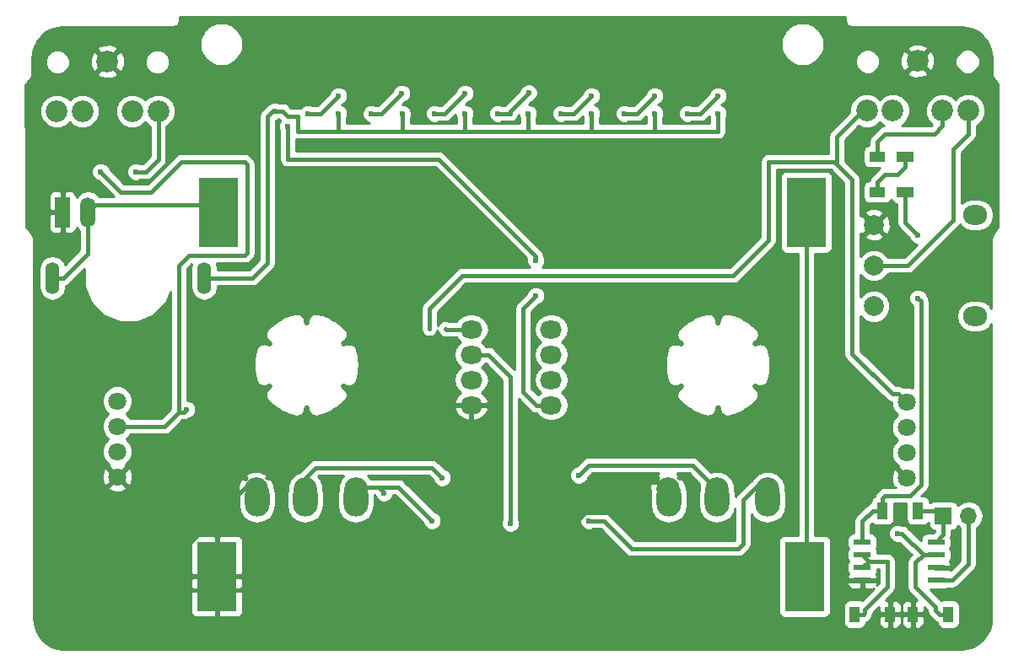
<source format=gbr>
G04 #@! TF.FileFunction,Copper,L2,Bot,Signal*
%FSLAX46Y46*%
G04 Gerber Fmt 4.6, Leading zero omitted, Abs format (unit mm)*
G04 Created by KiCad (PCBNEW 4.0.7-e0-6372~58~ubuntu16.04.1) date Thu Mar  7 17:21:38 2019*
%MOMM*%
%LPD*%
G01*
G04 APERTURE LIST*
%ADD10C,0.100000*%
%ADD11O,2.200000X1.800000*%
%ADD12O,1.400000X3.200000*%
%ADD13C,2.000000*%
%ADD14O,2.400000X2.000000*%
%ADD15C,1.800000*%
%ADD16R,1.510000X3.010000*%
%ADD17O,1.510000X3.010000*%
%ADD18R,1.750000X0.550000*%
%ADD19R,1.700000X1.700000*%
%ADD20O,1.700000X1.700000*%
%ADD21R,4.000000X7.000000*%
%ADD22C,2.181860*%
%ADD23R,1.700000X1.100000*%
%ADD24R,1.100000X1.700000*%
%ADD25R,1.600000X1.000000*%
%ADD26R,1.000000X1.600000*%
%ADD27C,2.340000*%
%ADD28O,2.500000X3.500000*%
%ADD29C,0.600000*%
%ADD30C,0.400000*%
%ADD31C,0.254000*%
G04 APERTURE END LIST*
D10*
D11*
X145920000Y-99650000D03*
X153940000Y-107270000D03*
X145920000Y-102190000D03*
X153940000Y-104730000D03*
X145920000Y-104730000D03*
X153940000Y-102190000D03*
X145920000Y-107270000D03*
X153940000Y-99650000D03*
D12*
X103886000Y-94488000D03*
X119126000Y-94488000D03*
D13*
X186340000Y-97350000D03*
X186340000Y-93250000D03*
X186340000Y-89150000D03*
D14*
X196500000Y-98330000D03*
X196500000Y-88170000D03*
D15*
X189620000Y-106970000D03*
X189620000Y-109510000D03*
X189620000Y-112050000D03*
X189620000Y-114590000D03*
X110390000Y-114470000D03*
X110390000Y-111930000D03*
X110390000Y-109390000D03*
X110390000Y-106850000D03*
D16*
X104902000Y-87884000D03*
D17*
X107442000Y-87884000D03*
D18*
X185166000Y-124841000D03*
X185166000Y-123571000D03*
X185166000Y-122301000D03*
X185166000Y-121031000D03*
X192566000Y-121031000D03*
X192566000Y-122301000D03*
X192566000Y-123571000D03*
X192566000Y-124841000D03*
D19*
X193294000Y-118364000D03*
D20*
X195834000Y-118364000D03*
D21*
X120396000Y-124460000D03*
X179396000Y-124460000D03*
X179552000Y-87884000D03*
X120552000Y-87884000D03*
D22*
X185615720Y-77695220D03*
X188214140Y-77695220D03*
X190713500Y-72696500D03*
X195811280Y-77695220D03*
X193212860Y-77695220D03*
X104304440Y-77750000D03*
X106902860Y-77750000D03*
X109402220Y-72751280D03*
X114500000Y-77750000D03*
X111901580Y-77750000D03*
D23*
X189484000Y-85852000D03*
X189484000Y-82296000D03*
D24*
X190754000Y-117856000D03*
X187198000Y-117856000D03*
D25*
X186690000Y-85852000D03*
X186690000Y-82296000D03*
D26*
X184404000Y-128270000D03*
X187960000Y-128270000D03*
X193802000Y-128270000D03*
X190246000Y-128270000D03*
D27*
X165660000Y-115696000D03*
X170580000Y-115696000D03*
X175660000Y-115696000D03*
D28*
X165754000Y-116744000D03*
X170580000Y-116744000D03*
X175660000Y-116744000D03*
D27*
X124340000Y-115696000D03*
X129260000Y-115696000D03*
X134340000Y-115696000D03*
D28*
X124434000Y-116744000D03*
X129260000Y-116744000D03*
X134340000Y-116744000D03*
D29*
X149860000Y-119126000D03*
X138990000Y-77990000D03*
X188722000Y-120142000D03*
X132588000Y-77978000D03*
X145288000Y-77978000D03*
X151638000Y-77978000D03*
X157988000Y-77978000D03*
X164342852Y-77982852D03*
X170688000Y-77978000D03*
X126200000Y-77724000D03*
X142240000Y-75946000D03*
X148336000Y-75946000D03*
X154686000Y-75946000D03*
X161036000Y-75946000D03*
X167386000Y-75946000D03*
X173736000Y-76200000D03*
X135890000Y-75946000D03*
X129540000Y-75946000D03*
X116840000Y-121666000D03*
X108712000Y-83820000D03*
X137160000Y-116078000D03*
X117348000Y-107696000D03*
X141986000Y-118872000D03*
X152400000Y-96266000D03*
X132588000Y-76200000D03*
X129540000Y-77978000D03*
X127508000Y-79248000D03*
X152400000Y-92710000D03*
X138938000Y-75946000D03*
X135907142Y-77995142D03*
X145288000Y-75946000D03*
X142240000Y-77978000D03*
X151688568Y-75895432D03*
X148590000Y-77978000D03*
X157988000Y-76200000D03*
X154940000Y-77978000D03*
X164338000Y-76200000D03*
X161290000Y-77978000D03*
X170688000Y-76200000D03*
X167640000Y-77978000D03*
X190754000Y-96520000D03*
X190754000Y-90170000D03*
X156718000Y-114300000D03*
X157734000Y-118872000D03*
X143002000Y-114554000D03*
X112268000Y-83820000D03*
D30*
X149860000Y-119126000D02*
X149860000Y-104394000D01*
X149860000Y-104394000D02*
X147656000Y-102190000D01*
X147656000Y-102190000D02*
X146120000Y-102190000D01*
X132588000Y-79756000D02*
X138870000Y-79756000D01*
X138870000Y-79756000D02*
X145288000Y-79756000D01*
X138990000Y-77990000D02*
X138990000Y-79636000D01*
X138990000Y-79636000D02*
X138870000Y-79756000D01*
X189132000Y-120142000D02*
X188722000Y-120142000D01*
X191291000Y-122301000D02*
X189132000Y-120142000D01*
X192532000Y-127508000D02*
X192532000Y-127900000D01*
X192532000Y-127900000D02*
X192902000Y-128270000D01*
X192902000Y-128270000D02*
X193802000Y-128270000D01*
X190500000Y-125476000D02*
X192532000Y-127508000D01*
X190500000Y-123092000D02*
X190500000Y-125476000D01*
X192566000Y-122301000D02*
X191291000Y-122301000D01*
X191291000Y-122301000D02*
X190500000Y-123092000D01*
X128524000Y-79756000D02*
X132588000Y-79756000D01*
X128524000Y-78232000D02*
X128524000Y-79756000D01*
X127508000Y-78232000D02*
X128524000Y-78232000D01*
X132588000Y-77978000D02*
X132588000Y-79756000D01*
X145288000Y-79756000D02*
X151638000Y-79756000D01*
X145288000Y-77978000D02*
X145288000Y-79756000D01*
X151638000Y-79756000D02*
X157988000Y-79756000D01*
X151638000Y-77978000D02*
X151638000Y-79756000D01*
X157988000Y-79756000D02*
X164338000Y-79756000D01*
X164338000Y-79756000D02*
X170688000Y-79756000D01*
X164342852Y-77982852D02*
X164342852Y-79751148D01*
X164342852Y-79751148D02*
X164338000Y-79756000D01*
X157988000Y-77978000D02*
X157988000Y-78402264D01*
X157988000Y-78402264D02*
X157988000Y-79756000D01*
X170688000Y-79756000D02*
X170688000Y-77978000D01*
X127000000Y-77724000D02*
X127508000Y-78232000D01*
X126200000Y-77724000D02*
X127000000Y-77724000D01*
X125984000Y-77724000D02*
X126200000Y-77724000D01*
X125476000Y-78232000D02*
X125984000Y-77724000D01*
X125476000Y-84582000D02*
X125476000Y-78232000D01*
X125476000Y-88646000D02*
X125476000Y-84582000D01*
X125476000Y-92964000D02*
X125476000Y-88646000D01*
X123952000Y-94488000D02*
X125476000Y-92964000D01*
X120226000Y-94488000D02*
X123952000Y-94488000D01*
X119126000Y-94488000D02*
X120226000Y-94488000D01*
X124460000Y-76708000D02*
X124460000Y-82296000D01*
X125768001Y-75399999D02*
X124460000Y-76708000D01*
X129540000Y-75946000D02*
X128993999Y-75399999D01*
X128993999Y-75399999D02*
X125768001Y-75399999D01*
X141986000Y-74676000D02*
X148336000Y-74676000D01*
X148336000Y-74676000D02*
X154686000Y-74676000D01*
X148336000Y-75946000D02*
X148336000Y-74676000D01*
X154686000Y-75946000D02*
X154686000Y-74676000D01*
X154686000Y-74676000D02*
X160782000Y-74676000D01*
X160782000Y-74676000D02*
X167386000Y-74676000D01*
X161036000Y-75946000D02*
X161036000Y-75521736D01*
X161036000Y-75521736D02*
X160782000Y-75267736D01*
X160782000Y-75267736D02*
X160782000Y-74676000D01*
X167386000Y-74676000D02*
X173736000Y-74676000D01*
X167386000Y-75946000D02*
X167386000Y-74676000D01*
X173736000Y-74676000D02*
X173736000Y-76200000D01*
X142240000Y-74930000D02*
X141986000Y-74676000D01*
X142240000Y-74930000D02*
X142240000Y-75946000D01*
X135890000Y-74676000D02*
X141986000Y-74676000D01*
X135890000Y-74676000D02*
X135890000Y-75946000D01*
X130810000Y-74676000D02*
X135890000Y-74676000D01*
X129540000Y-75946000D02*
X130810000Y-74676000D01*
X159727999Y-118071999D02*
X162795999Y-115003999D01*
X162795999Y-115003999D02*
X164853999Y-115003999D01*
X164853999Y-115003999D02*
X165660000Y-115003999D01*
X155702000Y-121666000D02*
X155702000Y-119719998D01*
X155702000Y-119719998D02*
X157349999Y-118071999D01*
X157349999Y-118071999D02*
X159727999Y-118071999D01*
X152400000Y-124968000D02*
X155702000Y-121666000D01*
X123638000Y-124968000D02*
X152400000Y-124968000D01*
X120360000Y-125846000D02*
X122760000Y-125846000D01*
X122760000Y-125846000D02*
X123638000Y-124968000D01*
X117094000Y-121920000D02*
X116840000Y-121666000D01*
X117348000Y-122174000D02*
X117094000Y-121920000D01*
X117094000Y-121663998D02*
X123533999Y-115223999D01*
X117094000Y-121920000D02*
X117094000Y-121663998D01*
X123533999Y-115223999D02*
X124340000Y-115223999D01*
X117348000Y-125234000D02*
X117348000Y-122174000D01*
X120360000Y-125846000D02*
X117960000Y-125846000D01*
X117960000Y-125846000D02*
X117348000Y-125234000D01*
X108712000Y-83820000D02*
X110744000Y-85852000D01*
X123190000Y-82804000D02*
X123444000Y-83058000D01*
X123444000Y-83058000D02*
X123444000Y-91948000D01*
X110744000Y-85852000D02*
X113792000Y-85852000D01*
X116840000Y-82804000D02*
X123190000Y-82804000D01*
X113792000Y-85852000D02*
X116840000Y-82804000D01*
X123444000Y-91948000D02*
X123190000Y-92202000D01*
X123190000Y-92202000D02*
X117602000Y-92202000D01*
X117602000Y-92202000D02*
X116586000Y-93218000D01*
X116586000Y-93218000D02*
X116586000Y-107950000D01*
X138591999Y-115477999D02*
X136652000Y-115477999D01*
X136652000Y-115477999D02*
X135240001Y-115477999D01*
X137160000Y-116078000D02*
X136860001Y-115778001D01*
X136860001Y-115778001D02*
X136860001Y-115686000D01*
X136860001Y-115686000D02*
X136652000Y-115477999D01*
X117094000Y-107950000D02*
X117348000Y-107696000D01*
X116586000Y-107950000D02*
X117094000Y-107950000D01*
X116586000Y-107950000D02*
X115146000Y-109390000D01*
X115146000Y-109390000D02*
X110390000Y-109390000D01*
X141986000Y-118872000D02*
X138591999Y-115477999D01*
X135240001Y-115477999D02*
X134340000Y-115477999D01*
X175768000Y-82804000D02*
X182118000Y-82804000D01*
X182118000Y-82804000D02*
X182626000Y-82804000D01*
X184150000Y-84582000D02*
X182372000Y-82804000D01*
X182372000Y-82804000D02*
X182118000Y-82804000D01*
X184150000Y-102108000D02*
X184150000Y-84582000D01*
X189620000Y-106970000D02*
X188770001Y-106120001D01*
X188770001Y-106120001D02*
X188162001Y-106120001D01*
X188162001Y-106120001D02*
X184150000Y-102108000D01*
X141694000Y-99568000D02*
X141694000Y-97568000D01*
X141694000Y-97568000D02*
X145028000Y-94234000D01*
X172212000Y-94234000D02*
X175768000Y-90678000D01*
X145028000Y-94234000D02*
X172212000Y-94234000D01*
X175768000Y-90678000D02*
X175768000Y-82804000D01*
X185194780Y-77695220D02*
X185615720Y-77695220D01*
X182626000Y-82804000D02*
X182626000Y-80264000D01*
X182626000Y-80264000D02*
X185194780Y-77695220D01*
X187452000Y-80010000D02*
X186690000Y-80772000D01*
X186690000Y-80772000D02*
X186690000Y-82296000D01*
X192440888Y-80010000D02*
X187452000Y-80010000D01*
X193212860Y-77695220D02*
X193212860Y-79238028D01*
X193212860Y-79238028D02*
X192440888Y-80010000D01*
X120552000Y-87170000D02*
X108156000Y-87170000D01*
X108156000Y-87170000D02*
X107442000Y-87884000D01*
X107442000Y-87884000D02*
X107442000Y-92032000D01*
X104986000Y-94488000D02*
X103886000Y-94488000D01*
X107442000Y-92032000D02*
X104986000Y-94488000D01*
X151130000Y-97536000D02*
X152400000Y-96266000D01*
X151130000Y-105918000D02*
X151130000Y-97536000D01*
X152482000Y-107270000D02*
X151130000Y-105918000D01*
X153740000Y-107270000D02*
X152482000Y-107270000D01*
X129540000Y-77978000D02*
X130810000Y-77978000D01*
X130810000Y-77978000D02*
X132588000Y-76200000D01*
X187706000Y-122936000D02*
X186436000Y-122936000D01*
X186436000Y-122936000D02*
X185801000Y-122936000D01*
X185801000Y-122936000D02*
X185166000Y-123571000D01*
X184404000Y-128270000D02*
X185304000Y-128270000D01*
X185304000Y-128270000D02*
X185420000Y-128154000D01*
X185801000Y-122936000D02*
X185166000Y-122301000D01*
X185420000Y-128154000D02*
X185420000Y-127762000D01*
X185420000Y-127762000D02*
X187706000Y-125476000D01*
X187706000Y-125476000D02*
X187706000Y-122936000D01*
X142664264Y-82550000D02*
X127508000Y-82550000D01*
X127508000Y-79248000D02*
X127508000Y-82550000D01*
X152400000Y-92710000D02*
X152400000Y-92285736D01*
X152400000Y-92285736D02*
X142664264Y-82550000D01*
X195834000Y-123190000D02*
X194183000Y-124841000D01*
X194183000Y-124841000D02*
X192566000Y-124841000D01*
X195834000Y-118364000D02*
X195834000Y-123190000D01*
X138938000Y-75946000D02*
X136888858Y-77995142D01*
X136888858Y-77995142D02*
X135907142Y-77995142D01*
X143256000Y-77978000D02*
X145288000Y-75946000D01*
X142240000Y-77978000D02*
X143256000Y-77978000D01*
X149860000Y-77724000D02*
X151688568Y-75895432D01*
X149860000Y-77978000D02*
X149860000Y-77724000D01*
X148590000Y-77978000D02*
X149860000Y-77978000D01*
X156210000Y-77978000D02*
X157988000Y-76200000D01*
X154940000Y-77978000D02*
X156210000Y-77978000D01*
X162560000Y-77978000D02*
X164338000Y-76200000D01*
X161290000Y-77978000D02*
X162560000Y-77978000D01*
X168910000Y-77978000D02*
X170688000Y-76200000D01*
X167640000Y-77978000D02*
X168910000Y-77978000D01*
X186690000Y-85852000D02*
X186690000Y-84836000D01*
X186690000Y-84836000D02*
X187452000Y-84074000D01*
X187452000Y-84074000D02*
X188722000Y-84074000D01*
X189484000Y-83312000D02*
X189484000Y-82296000D01*
X188722000Y-84074000D02*
X189484000Y-83312000D01*
X190754000Y-96520000D02*
X191053999Y-96819999D01*
X187472000Y-116332000D02*
X187198000Y-116606000D01*
X191053999Y-96819999D02*
X191053999Y-115228003D01*
X191053999Y-115228003D02*
X189950002Y-116332000D01*
X189950002Y-116332000D02*
X187472000Y-116332000D01*
X187198000Y-116606000D02*
X187198000Y-117856000D01*
X189484000Y-85852000D02*
X189484000Y-88900000D01*
X189484000Y-88900000D02*
X190754000Y-90170000D01*
X187198000Y-117856000D02*
X186248000Y-117856000D01*
X186248000Y-117856000D02*
X185166000Y-118938000D01*
X185166000Y-118938000D02*
X185166000Y-120356000D01*
X185166000Y-120356000D02*
X185166000Y-121031000D01*
X193294000Y-118364000D02*
X193294000Y-120303000D01*
X193294000Y-120303000D02*
X192566000Y-121031000D01*
X190754000Y-117856000D02*
X192786000Y-117856000D01*
X192786000Y-117856000D02*
X193294000Y-118364000D01*
X157734000Y-113284000D02*
X168134000Y-113284000D01*
X168134000Y-113284000D02*
X169853999Y-115003999D01*
X169853999Y-115003999D02*
X170580000Y-115003999D01*
X156718000Y-114300000D02*
X157734000Y-113284000D01*
X173228000Y-121158000D02*
X173228000Y-116789998D01*
X173228000Y-116789998D02*
X174759999Y-115257999D01*
X174759999Y-115257999D02*
X175660000Y-115257999D01*
X172720000Y-121666000D02*
X173228000Y-121158000D01*
X162052000Y-121666000D02*
X172720000Y-121666000D01*
X159258000Y-118872000D02*
X162052000Y-121666000D01*
X157734000Y-118872000D02*
X159258000Y-118872000D01*
X143002000Y-114554000D02*
X141986000Y-113538000D01*
X141986000Y-113538000D02*
X130302000Y-113538000D01*
X130302000Y-113538000D02*
X129260000Y-114580000D01*
X129260000Y-114580000D02*
X129260000Y-115223999D01*
X179552000Y-87884000D02*
X179552000Y-124304000D01*
X179552000Y-124304000D02*
X179396000Y-124460000D01*
X146120000Y-99650000D02*
X143376000Y-99650000D01*
X143376000Y-99650000D02*
X143294000Y-99568000D01*
X195834000Y-80010000D02*
X195811280Y-79987280D01*
X195811280Y-79987280D02*
X195811280Y-77695220D01*
X194310000Y-81534000D02*
X195834000Y-80010000D01*
X194310000Y-88646000D02*
X194310000Y-81534000D01*
X189738000Y-93218000D02*
X194310000Y-88646000D01*
X187786213Y-93218000D02*
X189738000Y-93218000D01*
X186340000Y-93250000D02*
X187754213Y-93250000D01*
X187754213Y-93250000D02*
X187786213Y-93218000D01*
X113284000Y-83820000D02*
X112268000Y-83820000D01*
X114500000Y-82604000D02*
X113284000Y-83820000D01*
X114500000Y-77750000D02*
X114500000Y-82604000D01*
D31*
G36*
X183461877Y-68603443D02*
X183514020Y-68865581D01*
X183662509Y-69087811D01*
X183884739Y-69236300D01*
X184146877Y-69288443D01*
X195076206Y-69288443D01*
X195729985Y-69357339D01*
X196301604Y-69542835D01*
X196819378Y-69836322D01*
X197271455Y-70225186D01*
X197644274Y-70695327D01*
X197924375Y-71231426D01*
X198099351Y-71818175D01*
X198161129Y-72479012D01*
X198161129Y-73943620D01*
X198177839Y-74027627D01*
X198182440Y-74113153D01*
X198203676Y-74157518D01*
X198213272Y-74205758D01*
X198260857Y-74276975D01*
X198297838Y-74354231D01*
X198380038Y-74463994D01*
X198380041Y-74463997D01*
X198380043Y-74464001D01*
X198462238Y-74573752D01*
X198544438Y-74683515D01*
X198544440Y-74683517D01*
X198626638Y-74793277D01*
X198626641Y-74793280D01*
X198626643Y-74793284D01*
X198708836Y-74903032D01*
X198708836Y-74903033D01*
X198791036Y-75012796D01*
X198791042Y-75012801D01*
X198791045Y-75012808D01*
X198818057Y-75048875D01*
X198815430Y-76654556D01*
X198815430Y-76654557D01*
X198812430Y-78488519D01*
X198812430Y-78488520D01*
X198809430Y-80322481D01*
X198809430Y-80322482D01*
X198806430Y-82156443D01*
X198806430Y-82156444D01*
X198803430Y-83990404D01*
X198803430Y-83990405D01*
X198800430Y-85824366D01*
X198800430Y-85824367D01*
X198797430Y-87658328D01*
X198797430Y-87658329D01*
X198794758Y-89292068D01*
X198739658Y-89377976D01*
X198576498Y-89632360D01*
X198576497Y-89632363D01*
X198576494Y-89632366D01*
X198494918Y-89759555D01*
X198413338Y-89886747D01*
X198413337Y-89886748D01*
X198413335Y-89886751D01*
X198331758Y-90013941D01*
X198250178Y-90141133D01*
X198227857Y-90198013D01*
X198193912Y-90248816D01*
X198179510Y-90321217D01*
X198152544Y-90389936D01*
X198153690Y-90451026D01*
X198141769Y-90510954D01*
X198141769Y-97547582D01*
X197892070Y-97173880D01*
X197361637Y-96819457D01*
X196735950Y-96695000D01*
X196264050Y-96695000D01*
X195638363Y-96819457D01*
X195107930Y-97173880D01*
X194753507Y-97704313D01*
X194629050Y-98330000D01*
X194753507Y-98955687D01*
X195107930Y-99486120D01*
X195638363Y-99840543D01*
X196264050Y-99965000D01*
X196735950Y-99965000D01*
X197361637Y-99840543D01*
X197892070Y-99486120D01*
X198141769Y-99112418D01*
X198141769Y-128626534D01*
X198076960Y-129277292D01*
X197901011Y-129853689D01*
X197621999Y-130378337D01*
X197252036Y-130837308D01*
X196804182Y-131216362D01*
X196291596Y-131502207D01*
X195726000Y-131682757D01*
X195080035Y-131749716D01*
X104938503Y-131749716D01*
X104302034Y-131681484D01*
X103755451Y-131499505D01*
X103264949Y-131212401D01*
X102838277Y-130831824D01*
X102486361Y-130370970D01*
X102221024Y-129844987D01*
X102053488Y-129270187D01*
X101990764Y-128630864D01*
X101990764Y-124745750D01*
X117761000Y-124745750D01*
X117761000Y-128086310D01*
X117857673Y-128319699D01*
X118036302Y-128498327D01*
X118269691Y-128595000D01*
X120110250Y-128595000D01*
X120269000Y-128436250D01*
X120269000Y-124587000D01*
X120523000Y-124587000D01*
X120523000Y-128436250D01*
X120681750Y-128595000D01*
X122522309Y-128595000D01*
X122755698Y-128498327D01*
X122934327Y-128319699D01*
X123031000Y-128086310D01*
X123031000Y-124745750D01*
X122872250Y-124587000D01*
X120523000Y-124587000D01*
X120269000Y-124587000D01*
X117919750Y-124587000D01*
X117761000Y-124745750D01*
X101990764Y-124745750D01*
X101990764Y-120833690D01*
X117761000Y-120833690D01*
X117761000Y-124174250D01*
X117919750Y-124333000D01*
X120269000Y-124333000D01*
X120269000Y-120483750D01*
X120523000Y-120483750D01*
X120523000Y-124333000D01*
X122872250Y-124333000D01*
X123031000Y-124174250D01*
X123031000Y-120833690D01*
X122934327Y-120600301D01*
X122755698Y-120421673D01*
X122522309Y-120325000D01*
X120681750Y-120325000D01*
X120523000Y-120483750D01*
X120269000Y-120483750D01*
X120110250Y-120325000D01*
X118269691Y-120325000D01*
X118036302Y-120421673D01*
X117857673Y-120600301D01*
X117761000Y-120833690D01*
X101990764Y-120833690D01*
X101990764Y-115550159D01*
X109489446Y-115550159D01*
X109575852Y-115806643D01*
X110149336Y-116016458D01*
X110759460Y-115990839D01*
X111204148Y-115806643D01*
X111290554Y-115550159D01*
X111131285Y-115390890D01*
X122525106Y-115390890D01*
X122546496Y-116108646D01*
X122560098Y-116141483D01*
X122549000Y-116197275D01*
X122549000Y-117290725D01*
X122692487Y-118012083D01*
X123101104Y-118623621D01*
X123712642Y-119032238D01*
X124434000Y-119175725D01*
X125155358Y-119032238D01*
X125766896Y-118623621D01*
X126175513Y-118012083D01*
X126319000Y-117290725D01*
X126319000Y-116197275D01*
X127375000Y-116197275D01*
X127375000Y-117290725D01*
X127518487Y-118012083D01*
X127927104Y-118623621D01*
X128538642Y-119032238D01*
X129260000Y-119175725D01*
X129981358Y-119032238D01*
X130592896Y-118623621D01*
X131001513Y-118012083D01*
X131145000Y-117290725D01*
X131145000Y-116197275D01*
X131064915Y-115794659D01*
X131065313Y-115338538D01*
X130791097Y-114674885D01*
X130568734Y-114452134D01*
X130647868Y-114373000D01*
X133110425Y-114373000D01*
X132810688Y-114672215D01*
X132535314Y-115335388D01*
X132534912Y-115795529D01*
X132455000Y-116197275D01*
X132455000Y-117290725D01*
X132598487Y-118012083D01*
X133007104Y-118623621D01*
X133618642Y-119032238D01*
X134340000Y-119175725D01*
X135061358Y-119032238D01*
X135672896Y-118623621D01*
X136081513Y-118012083D01*
X136225000Y-117290725D01*
X136225000Y-116312999D01*
X136232526Y-116312999D01*
X136266335Y-116363598D01*
X136366883Y-116606943D01*
X136629673Y-116870192D01*
X136973201Y-117012838D01*
X137345167Y-117013162D01*
X137688943Y-116871117D01*
X137952192Y-116608327D01*
X138074824Y-116312999D01*
X138246131Y-116312999D01*
X141093465Y-119160333D01*
X141192883Y-119400943D01*
X141455673Y-119664192D01*
X141799201Y-119806838D01*
X142171167Y-119807162D01*
X142514943Y-119665117D01*
X142778192Y-119402327D01*
X142920838Y-119058799D01*
X142921162Y-118686833D01*
X142779117Y-118343057D01*
X142516327Y-118079808D01*
X142274090Y-117979222D01*
X139182433Y-114887565D01*
X139147733Y-114864379D01*
X138911540Y-114706560D01*
X138591999Y-114642999D01*
X135839267Y-114642999D01*
X135569738Y-114373000D01*
X141640132Y-114373000D01*
X142109465Y-114842333D01*
X142208883Y-115082943D01*
X142471673Y-115346192D01*
X142815201Y-115488838D01*
X143187167Y-115489162D01*
X143530943Y-115347117D01*
X143794192Y-115084327D01*
X143936838Y-114740799D01*
X143937162Y-114368833D01*
X143795117Y-114025057D01*
X143532327Y-113761808D01*
X143290090Y-113661222D01*
X142576434Y-112947566D01*
X142305541Y-112766561D01*
X141986000Y-112703000D01*
X130302000Y-112703000D01*
X129982460Y-112766560D01*
X129711566Y-112947566D01*
X128674026Y-113985106D01*
X128238885Y-114164903D01*
X127730688Y-114672215D01*
X127455314Y-115335388D01*
X127454912Y-115795529D01*
X127375000Y-116197275D01*
X126319000Y-116197275D01*
X126175513Y-115475917D01*
X126137549Y-115419101D01*
X126133504Y-115283354D01*
X125899984Y-114719586D01*
X125615486Y-114600120D01*
X125517721Y-114697885D01*
X125302389Y-114554005D01*
X125435880Y-114420514D01*
X125316414Y-114136016D01*
X124645110Y-113881106D01*
X123927354Y-113902496D01*
X123363586Y-114136016D01*
X123244120Y-114420514D01*
X123452913Y-114629307D01*
X123237582Y-114773187D01*
X123064514Y-114600120D01*
X122780016Y-114719586D01*
X122525106Y-115390890D01*
X111131285Y-115390890D01*
X110390000Y-114649605D01*
X109489446Y-115550159D01*
X101990764Y-115550159D01*
X101990764Y-114229336D01*
X108843542Y-114229336D01*
X108869161Y-114839460D01*
X109053357Y-115284148D01*
X109309841Y-115370554D01*
X110210395Y-114470000D01*
X110569605Y-114470000D01*
X111470159Y-115370554D01*
X111726643Y-115284148D01*
X111936458Y-114710664D01*
X111910839Y-114100540D01*
X111726643Y-113655852D01*
X111470159Y-113569446D01*
X110569605Y-114470000D01*
X110210395Y-114470000D01*
X109309841Y-113569446D01*
X109053357Y-113655852D01*
X108843542Y-114229336D01*
X101990764Y-114229336D01*
X101990764Y-93544214D01*
X102551000Y-93544214D01*
X102551000Y-95431786D01*
X102652621Y-95942668D01*
X102942012Y-96375774D01*
X103375118Y-96665165D01*
X103886000Y-96766786D01*
X104396882Y-96665165D01*
X104829988Y-96375774D01*
X105119379Y-95942668D01*
X105221000Y-95431786D01*
X105221000Y-95276255D01*
X105305541Y-95259439D01*
X105576434Y-95078434D01*
X107066645Y-93588224D01*
X107061773Y-93599956D01*
X107060230Y-95368286D01*
X107735515Y-97002601D01*
X108984822Y-98254091D01*
X110617956Y-98932227D01*
X112386286Y-98933770D01*
X114020601Y-98258485D01*
X115272091Y-97009178D01*
X115751000Y-95855836D01*
X115751000Y-107604132D01*
X114800132Y-108555000D01*
X111705857Y-108555000D01*
X111692068Y-108521629D01*
X111290818Y-108119677D01*
X111690551Y-107720643D01*
X111924733Y-107156670D01*
X111925265Y-106546009D01*
X111692068Y-105981629D01*
X111260643Y-105549449D01*
X110696670Y-105315267D01*
X110086009Y-105314735D01*
X109521629Y-105547932D01*
X109089449Y-105979357D01*
X108855267Y-106543330D01*
X108854735Y-107153991D01*
X109087932Y-107718371D01*
X109489182Y-108120323D01*
X109089449Y-108519357D01*
X108855267Y-109083330D01*
X108854735Y-109693991D01*
X109087932Y-110258371D01*
X109489182Y-110660323D01*
X109089449Y-111059357D01*
X108855267Y-111623330D01*
X108854735Y-112233991D01*
X109087932Y-112798371D01*
X109519357Y-113230551D01*
X109540194Y-113239203D01*
X109489446Y-113389841D01*
X110390000Y-114290395D01*
X111290554Y-113389841D01*
X111239965Y-113239673D01*
X111258371Y-113232068D01*
X111690551Y-112800643D01*
X111924733Y-112236670D01*
X111925265Y-111626009D01*
X111692068Y-111061629D01*
X111290818Y-110659677D01*
X111690551Y-110260643D01*
X111705351Y-110225000D01*
X115146000Y-110225000D01*
X115465541Y-110161439D01*
X115736434Y-109980434D01*
X116931868Y-108785000D01*
X117094000Y-108785000D01*
X117413541Y-108721439D01*
X117573739Y-108614398D01*
X117876943Y-108489117D01*
X118140192Y-108226327D01*
X118282838Y-107882799D01*
X118283162Y-107510833D01*
X118141117Y-107167057D01*
X117878327Y-106903808D01*
X117534799Y-106761162D01*
X117421000Y-106761063D01*
X117421000Y-103204041D01*
X124080581Y-103204041D01*
X124082313Y-103213329D01*
X124080610Y-103222622D01*
X124082010Y-103315203D01*
X124083435Y-103321840D01*
X124082342Y-103328536D01*
X124085542Y-103421005D01*
X124087098Y-103427623D01*
X124086134Y-103434356D01*
X124091134Y-103526686D01*
X124092915Y-103533648D01*
X124092043Y-103540782D01*
X124098943Y-103632952D01*
X124100771Y-103639530D01*
X124100076Y-103646318D01*
X124108776Y-103738299D01*
X124110801Y-103745069D01*
X124110224Y-103752110D01*
X124120784Y-103843870D01*
X124122916Y-103850505D01*
X124122486Y-103857462D01*
X124134876Y-103948972D01*
X124137122Y-103955509D01*
X124136832Y-103962417D01*
X124151032Y-104053648D01*
X124153475Y-104060325D01*
X124153322Y-104067435D01*
X124169382Y-104158365D01*
X124171901Y-104164838D01*
X124171890Y-104171781D01*
X124189760Y-104262381D01*
X124192404Y-104268794D01*
X124192531Y-104275727D01*
X124212201Y-104365957D01*
X124215032Y-104372454D01*
X124215306Y-104379537D01*
X124236816Y-104469387D01*
X124239726Y-104475711D01*
X124240134Y-104482660D01*
X124263444Y-104572100D01*
X124266510Y-104578426D01*
X124267063Y-104585434D01*
X124292183Y-104674424D01*
X124295361Y-104680657D01*
X124296051Y-104687619D01*
X124322971Y-104776148D01*
X124326272Y-104782314D01*
X124327102Y-104789260D01*
X124355812Y-104877289D01*
X124391596Y-104941021D01*
X124415409Y-105010124D01*
X124456393Y-105056425D01*
X124486665Y-105110340D01*
X124544114Y-105155526D01*
X124592559Y-105210257D01*
X124648141Y-105237350D01*
X124696741Y-105275576D01*
X124767106Y-105295337D01*
X124832811Y-105327364D01*
X124911362Y-105348024D01*
X124977637Y-105352061D01*
X125041800Y-105369153D01*
X125109736Y-105360108D01*
X125178141Y-105364275D01*
X125240915Y-105342643D01*
X125306736Y-105333880D01*
X125461572Y-105281068D01*
X125616785Y-105228818D01*
X125616788Y-105228818D01*
X125716500Y-105195252D01*
X125749426Y-105259701D01*
X125768003Y-105283214D01*
X125778629Y-105311234D01*
X125828330Y-105390717D01*
X125749139Y-105460302D01*
X125748705Y-105460869D01*
X125748087Y-105461228D01*
X125625635Y-105569272D01*
X125502652Y-105677332D01*
X125462955Y-105729168D01*
X125413638Y-105771943D01*
X125382494Y-105834235D01*
X125340149Y-105889529D01*
X125323312Y-105952606D01*
X125294115Y-106011003D01*
X125273455Y-106086452D01*
X125267915Y-106164442D01*
X125249662Y-106240471D01*
X125258534Y-106296488D01*
X125254516Y-106353054D01*
X125279242Y-106427226D01*
X125291474Y-106504454D01*
X125321106Y-106552808D01*
X125339041Y-106606610D01*
X125390272Y-106665676D01*
X125431125Y-106732342D01*
X125556903Y-106868407D01*
X125568223Y-106876631D01*
X125576009Y-106888260D01*
X125706783Y-107018783D01*
X125718397Y-107026527D01*
X125726622Y-107037805D01*
X125862195Y-107162671D01*
X125874082Y-107169925D01*
X125882730Y-107180838D01*
X126022920Y-107299948D01*
X126035069Y-107306711D01*
X126044133Y-107317253D01*
X126188740Y-107430486D01*
X126201138Y-107436752D01*
X126210608Y-107446916D01*
X126359449Y-107554163D01*
X126372060Y-107559917D01*
X126381906Y-107569674D01*
X126534783Y-107670828D01*
X126547611Y-107676074D01*
X126557834Y-107685428D01*
X126714560Y-107780378D01*
X126727590Y-107785110D01*
X126738183Y-107794054D01*
X126898566Y-107882684D01*
X126911775Y-107886893D01*
X126922717Y-107895409D01*
X127086565Y-107977608D01*
X127099921Y-107981285D01*
X127111186Y-107989353D01*
X127278307Y-108065023D01*
X127291833Y-108068173D01*
X127303440Y-108075804D01*
X127473649Y-108144824D01*
X127487305Y-108147435D01*
X127499218Y-108154602D01*
X127672315Y-108216862D01*
X127686091Y-108218929D01*
X127698304Y-108225626D01*
X127874101Y-108281016D01*
X127887977Y-108282533D01*
X127900478Y-108288749D01*
X128078788Y-108337159D01*
X128092743Y-108338120D01*
X128105509Y-108343840D01*
X128286135Y-108385160D01*
X128366303Y-108387448D01*
X128445100Y-108402381D01*
X128498639Y-108391226D01*
X128553300Y-108392786D01*
X128628237Y-108364223D01*
X128706754Y-108347864D01*
X128751946Y-108317071D01*
X128803047Y-108297594D01*
X128861353Y-108242525D01*
X128927629Y-108197366D01*
X128984469Y-108139486D01*
X129019213Y-108086454D01*
X129064173Y-108041755D01*
X129091738Y-107975753D01*
X129130938Y-107915919D01*
X129142743Y-107853627D01*
X129167175Y-107795126D01*
X129199735Y-107633896D01*
X129199739Y-107632600D01*
X129200234Y-107631402D01*
X129232025Y-107470915D01*
X129253894Y-107362622D01*
X129430221Y-107367104D01*
X129463225Y-107361407D01*
X129478130Y-107363279D01*
X129499550Y-107469688D01*
X129531811Y-107630460D01*
X129563735Y-107791622D01*
X129588389Y-107851274D01*
X129600385Y-107914694D01*
X129638938Y-107973584D01*
X129665821Y-108038631D01*
X129711423Y-108084305D01*
X129746778Y-108138311D01*
X129801038Y-108193601D01*
X129866888Y-108238501D01*
X129924725Y-108293328D01*
X129976262Y-108313079D01*
X130021863Y-108344173D01*
X130099880Y-108360456D01*
X130174298Y-108388976D01*
X130229469Y-108387502D01*
X130283499Y-108398778D01*
X130361809Y-108383965D01*
X130441476Y-108381836D01*
X130622174Y-108340846D01*
X130634947Y-108335151D01*
X130648898Y-108334216D01*
X130827289Y-108286136D01*
X130839790Y-108279948D01*
X130853663Y-108278458D01*
X131029554Y-108223398D01*
X131041787Y-108216720D01*
X131055574Y-108214677D01*
X131228782Y-108152737D01*
X131240707Y-108145593D01*
X131254363Y-108143008D01*
X131424686Y-108074308D01*
X131436307Y-108066699D01*
X131449845Y-108063572D01*
X131617101Y-107988212D01*
X131628386Y-107980161D01*
X131641758Y-107976506D01*
X131805753Y-107894605D01*
X131816716Y-107886105D01*
X131829940Y-107881917D01*
X131990480Y-107793577D01*
X132001066Y-107784671D01*
X132014077Y-107779974D01*
X132170973Y-107685324D01*
X132181225Y-107675979D01*
X132194074Y-107670752D01*
X132248718Y-107634740D01*
X144228964Y-107634740D01*
X144241525Y-107700025D01*
X144518631Y-108233079D01*
X144978634Y-108619513D01*
X145551503Y-108800496D01*
X145793000Y-108649262D01*
X145793000Y-107397000D01*
X146047000Y-107397000D01*
X146047000Y-108649262D01*
X146288497Y-108800496D01*
X146861366Y-108619513D01*
X147321369Y-108233079D01*
X147598475Y-107700025D01*
X147611036Y-107634740D01*
X147490378Y-107397000D01*
X146047000Y-107397000D01*
X145793000Y-107397000D01*
X144349622Y-107397000D01*
X144228964Y-107634740D01*
X132248718Y-107634740D01*
X132347133Y-107569883D01*
X132357003Y-107560138D01*
X132369629Y-107554405D01*
X132518662Y-107447432D01*
X132528139Y-107437297D01*
X132540536Y-107431061D01*
X132685349Y-107318101D01*
X132694430Y-107307578D01*
X132706589Y-107300840D01*
X132846994Y-107182000D01*
X132855676Y-107171087D01*
X132867591Y-107163845D01*
X133003392Y-107039226D01*
X133011635Y-107027966D01*
X133023257Y-107020248D01*
X133154264Y-106889972D01*
X133162067Y-106878364D01*
X133173399Y-106870163D01*
X133299426Y-106734336D01*
X133338725Y-106670472D01*
X133388493Y-106614388D01*
X133408089Y-106557750D01*
X133439499Y-106506707D01*
X133451366Y-106432669D01*
X133475885Y-106361805D01*
X133472315Y-106301976D01*
X133481800Y-106242802D01*
X133464432Y-106169861D01*
X133459965Y-106095006D01*
X133439815Y-106018006D01*
X133408733Y-105954037D01*
X133389987Y-105885431D01*
X133350893Y-105835000D01*
X133323007Y-105777608D01*
X133269812Y-105730403D01*
X133226238Y-105674193D01*
X133102362Y-105566632D01*
X132979470Y-105458462D01*
X132902357Y-105390311D01*
X133015581Y-105195447D01*
X133109488Y-105227472D01*
X133110874Y-105227657D01*
X133112088Y-105228353D01*
X133269538Y-105281344D01*
X133269540Y-105281345D01*
X133427156Y-105334575D01*
X133490384Y-105342799D01*
X133550561Y-105363857D01*
X133621620Y-105359868D01*
X133692197Y-105369048D01*
X133753754Y-105352451D01*
X133817414Y-105348878D01*
X133897514Y-105328218D01*
X133965250Y-105295600D01*
X134037599Y-105275172D01*
X134084499Y-105238176D01*
X134138322Y-105212258D01*
X134188421Y-105156200D01*
X134247444Y-105109641D01*
X134276616Y-105057514D01*
X134316423Y-105012972D01*
X134341254Y-104942013D01*
X134377970Y-104876407D01*
X134406550Y-104788358D01*
X134407373Y-104781385D01*
X134410678Y-104775190D01*
X134437458Y-104686650D01*
X134438139Y-104679673D01*
X134441313Y-104673425D01*
X134466293Y-104584415D01*
X134466835Y-104577415D01*
X134469888Y-104571091D01*
X134493058Y-104481641D01*
X134493458Y-104474653D01*
X134496374Y-104468289D01*
X134517734Y-104378429D01*
X134517991Y-104371482D01*
X134520760Y-104365108D01*
X134540320Y-104274859D01*
X134540441Y-104267789D01*
X134543125Y-104261250D01*
X134560846Y-104170650D01*
X134560824Y-104163741D01*
X134563320Y-104157299D01*
X134579240Y-104066369D01*
X134579078Y-104059332D01*
X134581488Y-104052719D01*
X134595568Y-103961489D01*
X134595266Y-103954510D01*
X134597525Y-103947903D01*
X134609775Y-103856403D01*
X134609332Y-103849409D01*
X134611466Y-103842731D01*
X134621876Y-103750981D01*
X134621303Y-103744125D01*
X134623268Y-103737531D01*
X134631868Y-103645561D01*
X134631127Y-103638397D01*
X134633040Y-103631454D01*
X134639740Y-103539294D01*
X134638899Y-103532533D01*
X134640580Y-103525932D01*
X134645480Y-103433612D01*
X134644455Y-103426511D01*
X134646083Y-103419520D01*
X134649083Y-103327060D01*
X134647914Y-103319994D01*
X134649395Y-103312986D01*
X134650495Y-103220426D01*
X134648760Y-103211130D01*
X134650463Y-103201830D01*
X134649063Y-103110129D01*
X134647704Y-103103802D01*
X134648751Y-103097414D01*
X134645651Y-103005824D01*
X134644085Y-102999141D01*
X134645062Y-102992345D01*
X134640162Y-102900895D01*
X134638462Y-102894234D01*
X134639306Y-102887413D01*
X134632606Y-102796112D01*
X134630669Y-102789102D01*
X134631411Y-102781867D01*
X134622811Y-102690767D01*
X134620877Y-102684298D01*
X134621436Y-102677570D01*
X134611076Y-102586679D01*
X134608966Y-102580090D01*
X134609402Y-102573184D01*
X134597242Y-102482534D01*
X134594984Y-102475936D01*
X134595284Y-102468968D01*
X134581314Y-102378588D01*
X134578921Y-102372026D01*
X134579081Y-102365042D01*
X134563301Y-102274952D01*
X134560822Y-102268555D01*
X134560844Y-102261693D01*
X134543294Y-102171933D01*
X134540669Y-102165538D01*
X134540555Y-102158627D01*
X134521225Y-102069217D01*
X134518469Y-102062864D01*
X134518217Y-102055943D01*
X134497107Y-101966904D01*
X134494213Y-101960579D01*
X134493821Y-101953635D01*
X134470931Y-101865005D01*
X134467906Y-101858728D01*
X134467374Y-101851780D01*
X134442704Y-101763580D01*
X134439565Y-101757386D01*
X134438897Y-101750474D01*
X134412457Y-101662724D01*
X134409213Y-101656628D01*
X134408413Y-101649768D01*
X134380223Y-101562508D01*
X134345076Y-101499499D01*
X134321952Y-101431162D01*
X134280605Y-101383922D01*
X134250020Y-101329093D01*
X134193437Y-101284331D01*
X134145921Y-101230044D01*
X134089642Y-101202222D01*
X134040405Y-101163272D01*
X133971003Y-101143572D01*
X133906326Y-101111599D01*
X133823646Y-101089359D01*
X133755864Y-101084850D01*
X133690247Y-101067296D01*
X133623821Y-101076067D01*
X133556961Y-101071620D01*
X133492617Y-101093392D01*
X133425273Y-101102285D01*
X133269536Y-101155218D01*
X133114009Y-101207575D01*
X133113707Y-101207748D01*
X133113363Y-101207793D01*
X133020131Y-101239282D01*
X132981273Y-101163591D01*
X132963069Y-101140644D01*
X132952681Y-101113252D01*
X132908039Y-101041862D01*
X132981118Y-100977651D01*
X132981562Y-100977071D01*
X132982192Y-100976705D01*
X133104751Y-100868566D01*
X133227621Y-100760605D01*
X133285116Y-100685527D01*
X133350930Y-100617618D01*
X133393310Y-100551988D01*
X133410447Y-100508709D01*
X133438052Y-100471231D01*
X133459217Y-100385542D01*
X133491708Y-100303486D01*
X133490979Y-100256948D01*
X133502141Y-100211755D01*
X133488903Y-100124493D01*
X133487520Y-100036245D01*
X133469034Y-99993523D01*
X133462053Y-99947505D01*
X133416432Y-99871955D01*
X133381381Y-99790950D01*
X133347955Y-99758555D01*
X133323894Y-99718710D01*
X133196849Y-99579461D01*
X133185380Y-99571013D01*
X133177522Y-99559129D01*
X133045270Y-99425590D01*
X133033503Y-99417645D01*
X133025194Y-99406129D01*
X132887945Y-99278418D01*
X132875888Y-99270975D01*
X132867137Y-99259832D01*
X132725089Y-99138062D01*
X132712767Y-99131132D01*
X132703590Y-99120377D01*
X132556951Y-99004668D01*
X132544375Y-98998253D01*
X132534783Y-98987894D01*
X132383752Y-98878362D01*
X132370936Y-98872467D01*
X132360938Y-98862512D01*
X132205713Y-98759275D01*
X132192683Y-98753911D01*
X132182305Y-98744382D01*
X132023087Y-98647552D01*
X132009846Y-98642718D01*
X131999085Y-98633613D01*
X131836076Y-98543313D01*
X131822661Y-98539023D01*
X131811548Y-98530367D01*
X131644952Y-98446707D01*
X131631355Y-98442958D01*
X131619888Y-98434751D01*
X131449903Y-98357851D01*
X131436149Y-98354653D01*
X131424341Y-98346906D01*
X131251172Y-98276886D01*
X131237281Y-98274245D01*
X131225155Y-98266977D01*
X131048993Y-98203947D01*
X131034982Y-98201869D01*
X131022549Y-98195089D01*
X130843606Y-98139169D01*
X130829484Y-98137659D01*
X130816744Y-98131372D01*
X130635213Y-98082682D01*
X130612188Y-98081167D01*
X130590864Y-98072354D01*
X130416167Y-98037748D01*
X130416147Y-98037739D01*
X130416124Y-98037739D01*
X130414080Y-98037334D01*
X130373061Y-98037366D01*
X130333516Y-98026289D01*
X130241531Y-98037341D01*
X130148874Y-98037130D01*
X130147868Y-98037544D01*
X130146807Y-98037545D01*
X130108915Y-98053275D01*
X130068151Y-98058173D01*
X129987395Y-98103586D01*
X129901713Y-98138848D01*
X129900948Y-98139609D01*
X129899959Y-98140020D01*
X129870964Y-98169061D01*
X129835187Y-98189180D01*
X129835180Y-98189186D01*
X129777946Y-98262052D01*
X129712291Y-98327408D01*
X129665791Y-98396658D01*
X129665459Y-98397453D01*
X129664853Y-98398060D01*
X129614063Y-98520740D01*
X129562948Y-98643354D01*
X129562946Y-98644212D01*
X129562617Y-98645007D01*
X129530819Y-98805020D01*
X129498444Y-98965383D01*
X129478931Y-99062008D01*
X129300982Y-99057499D01*
X129267407Y-99063297D01*
X129251530Y-99061331D01*
X129232999Y-98968951D01*
X129201123Y-98807517D01*
X129200720Y-98806540D01*
X129200718Y-98805483D01*
X129168168Y-98643221D01*
X129142459Y-98581439D01*
X129129405Y-98515812D01*
X129091617Y-98459258D01*
X129065485Y-98396459D01*
X129018092Y-98349220D01*
X128980916Y-98293582D01*
X128916836Y-98229502D01*
X128852746Y-98186679D01*
X128796720Y-98133745D01*
X128742687Y-98113140D01*
X128694606Y-98081013D01*
X128619010Y-98065976D01*
X128546989Y-98038511D01*
X128489184Y-98040152D01*
X128432468Y-98028870D01*
X128356872Y-98043907D01*
X128279823Y-98046094D01*
X128099498Y-98087314D01*
X128086762Y-98093018D01*
X128072840Y-98093973D01*
X127894824Y-98142253D01*
X127882342Y-98148456D01*
X127868486Y-98149966D01*
X127692967Y-98205207D01*
X127680767Y-98211892D01*
X127667008Y-98213951D01*
X127494182Y-98276041D01*
X127482301Y-98283183D01*
X127468681Y-98285780D01*
X127298729Y-98354600D01*
X127287138Y-98362213D01*
X127273629Y-98365351D01*
X127106751Y-98440801D01*
X127095488Y-98448859D01*
X127082133Y-98452527D01*
X126918514Y-98534497D01*
X126907600Y-98542981D01*
X126894427Y-98547169D01*
X126734256Y-98635539D01*
X126723678Y-98644458D01*
X126710669Y-98649171D01*
X126554136Y-98743841D01*
X126543920Y-98753174D01*
X126531109Y-98758401D01*
X126378407Y-98859259D01*
X126368558Y-98869004D01*
X126355950Y-98874743D01*
X126207270Y-98981683D01*
X126197817Y-98991812D01*
X126185443Y-98998051D01*
X126040974Y-99110956D01*
X126031917Y-99121470D01*
X126019785Y-99128207D01*
X125879715Y-99246969D01*
X125871064Y-99257862D01*
X125859184Y-99265095D01*
X125723707Y-99389606D01*
X125715484Y-99400855D01*
X125703884Y-99408571D01*
X125573186Y-99538721D01*
X125565403Y-99550317D01*
X125554094Y-99558512D01*
X125428369Y-99694187D01*
X125385665Y-99763683D01*
X125332762Y-99825770D01*
X125316348Y-99876488D01*
X125288440Y-99921905D01*
X125275581Y-100002454D01*
X125250466Y-100080058D01*
X125254710Y-100133194D01*
X125246306Y-100185836D01*
X125265250Y-100265171D01*
X125271744Y-100346483D01*
X125296044Y-100432262D01*
X125323948Y-100486870D01*
X125339591Y-100546161D01*
X125384171Y-100604724D01*
X125417661Y-100670264D01*
X125464334Y-100710033D01*
X125501478Y-100758828D01*
X125626017Y-100868897D01*
X125627337Y-100869666D01*
X125628269Y-100870879D01*
X125752170Y-100979421D01*
X125824199Y-101043082D01*
X125710032Y-101239331D01*
X125619802Y-101208858D01*
X125619800Y-101208858D01*
X125619797Y-101208856D01*
X125462181Y-101155626D01*
X125462163Y-101155624D01*
X125462148Y-101155615D01*
X125304535Y-101102395D01*
X125238643Y-101093828D01*
X125175754Y-101072382D01*
X125107408Y-101076765D01*
X125039492Y-101067935D01*
X124975339Y-101085235D01*
X124909028Y-101089488D01*
X124823758Y-101112208D01*
X124757789Y-101144626D01*
X124687116Y-101164811D01*
X124639007Y-101202996D01*
X124583883Y-101230085D01*
X124535342Y-101285279D01*
X124477772Y-101330974D01*
X124447940Y-101384659D01*
X124407375Y-101430784D01*
X124383650Y-101500355D01*
X124347950Y-101564601D01*
X124319930Y-101651820D01*
X124319133Y-101658749D01*
X124315867Y-101664914D01*
X124289618Y-101752614D01*
X124288968Y-101759472D01*
X124285864Y-101765622D01*
X124261364Y-101853782D01*
X124260844Y-101860727D01*
X124257830Y-101867008D01*
X124235110Y-101955587D01*
X124234736Y-101962419D01*
X124231897Y-101968645D01*
X124210927Y-102057625D01*
X124210683Y-102064561D01*
X124207931Y-102070931D01*
X124188741Y-102160291D01*
X124188635Y-102167276D01*
X124185993Y-102173743D01*
X124168603Y-102263443D01*
X124168637Y-102270341D01*
X124166154Y-102276779D01*
X124150544Y-102366799D01*
X124150716Y-102373791D01*
X124148332Y-102380364D01*
X124134532Y-102470673D01*
X124134839Y-102477535D01*
X124132625Y-102484035D01*
X124120605Y-102574615D01*
X124121051Y-102581525D01*
X124118948Y-102588125D01*
X124108728Y-102678945D01*
X124109316Y-102685906D01*
X124107330Y-102692602D01*
X124098930Y-102783632D01*
X124099648Y-102790489D01*
X124097818Y-102797138D01*
X124091218Y-102888347D01*
X124092070Y-102895178D01*
X124090375Y-102901849D01*
X124085575Y-102993219D01*
X124086560Y-103000019D01*
X124085000Y-103006708D01*
X124082000Y-103098208D01*
X124083178Y-103105348D01*
X124081681Y-103112430D01*
X124080581Y-103204041D01*
X117421000Y-103204041D01*
X117421000Y-93563868D01*
X117877992Y-93106876D01*
X117791000Y-93544214D01*
X117791000Y-95431786D01*
X117892621Y-95942668D01*
X118182012Y-96375774D01*
X118615118Y-96665165D01*
X119126000Y-96766786D01*
X119636882Y-96665165D01*
X120069988Y-96375774D01*
X120359379Y-95942668D01*
X120461000Y-95431786D01*
X120461000Y-95323000D01*
X123952000Y-95323000D01*
X124271541Y-95259439D01*
X124542434Y-95078434D01*
X126066434Y-93554434D01*
X126115208Y-93481439D01*
X126247439Y-93283541D01*
X126311000Y-92964000D01*
X126311000Y-78659097D01*
X126385167Y-78659162D01*
X126627578Y-78559000D01*
X126654132Y-78559000D01*
X126764348Y-78669217D01*
X126715808Y-78717673D01*
X126573162Y-79061201D01*
X126572838Y-79433167D01*
X126673000Y-79675578D01*
X126673000Y-82550000D01*
X126736561Y-82869541D01*
X126917566Y-83140434D01*
X127188459Y-83321439D01*
X127508000Y-83385000D01*
X142318396Y-83385000D01*
X151465155Y-92531759D01*
X151464838Y-92895167D01*
X151606883Y-93238943D01*
X151766661Y-93399000D01*
X145028000Y-93399000D01*
X144708459Y-93462561D01*
X144541986Y-93573795D01*
X144437566Y-93643566D01*
X141103566Y-96977566D01*
X140922561Y-97248459D01*
X140859000Y-97568000D01*
X140859000Y-99568000D01*
X140922561Y-99887541D01*
X141103566Y-100158434D01*
X141374459Y-100339439D01*
X141694000Y-100403000D01*
X142013541Y-100339439D01*
X142284434Y-100158434D01*
X142465439Y-99887541D01*
X142494000Y-99743956D01*
X142522561Y-99887540D01*
X142703566Y-100158434D01*
X142785566Y-100240435D01*
X143056460Y-100421440D01*
X143376000Y-100485000D01*
X144433282Y-100485000D01*
X144600600Y-100735409D01*
X144876860Y-100920000D01*
X144600600Y-101104591D01*
X144267854Y-101602581D01*
X144151009Y-102190000D01*
X144267854Y-102777419D01*
X144600600Y-103275409D01*
X144876860Y-103460000D01*
X144600600Y-103644591D01*
X144267854Y-104142581D01*
X144151009Y-104730000D01*
X144267854Y-105317419D01*
X144600600Y-105815409D01*
X144880828Y-106002651D01*
X144518631Y-106306921D01*
X144241525Y-106839975D01*
X144228964Y-106905260D01*
X144349622Y-107143000D01*
X145793000Y-107143000D01*
X145793000Y-107123000D01*
X146047000Y-107123000D01*
X146047000Y-107143000D01*
X147490378Y-107143000D01*
X147611036Y-106905260D01*
X147598475Y-106839975D01*
X147321369Y-106306921D01*
X146959172Y-106002651D01*
X147239400Y-105815409D01*
X147572146Y-105317419D01*
X147688991Y-104730000D01*
X147572146Y-104142581D01*
X147239400Y-103644591D01*
X146963140Y-103460000D01*
X147239400Y-103275409D01*
X147368031Y-103082899D01*
X149025000Y-104739868D01*
X149025000Y-118698766D01*
X148925162Y-118939201D01*
X148924838Y-119311167D01*
X149066883Y-119654943D01*
X149329673Y-119918192D01*
X149673201Y-120060838D01*
X150045167Y-120061162D01*
X150388943Y-119919117D01*
X150652192Y-119656327D01*
X150794838Y-119312799D01*
X150795162Y-118940833D01*
X150695000Y-118698422D01*
X150695000Y-114485167D01*
X155782838Y-114485167D01*
X155924883Y-114828943D01*
X156187673Y-115092192D01*
X156531201Y-115234838D01*
X156903167Y-115235162D01*
X157246943Y-115093117D01*
X157510192Y-114830327D01*
X157610778Y-114588090D01*
X158079868Y-114119000D01*
X164724666Y-114119000D01*
X164683586Y-114136016D01*
X164564120Y-114420514D01*
X164772913Y-114629307D01*
X164557582Y-114773187D01*
X164384514Y-114600120D01*
X164100016Y-114719586D01*
X163845106Y-115390890D01*
X163866496Y-116108646D01*
X163880098Y-116141483D01*
X163869000Y-116197275D01*
X163869000Y-117290725D01*
X164012487Y-118012083D01*
X164421104Y-118623621D01*
X165032642Y-119032238D01*
X165754000Y-119175725D01*
X166475358Y-119032238D01*
X167086896Y-118623621D01*
X167495513Y-118012083D01*
X167639000Y-117290725D01*
X167639000Y-116197275D01*
X167495513Y-115475917D01*
X167457549Y-115419101D01*
X167453504Y-115283354D01*
X167219984Y-114719586D01*
X166935486Y-114600120D01*
X166837721Y-114697885D01*
X166622389Y-114554005D01*
X166755880Y-114420514D01*
X166636414Y-114136016D01*
X166591602Y-114119000D01*
X167788132Y-114119000D01*
X168842564Y-115173432D01*
X168775314Y-115335388D01*
X168774912Y-115795529D01*
X168695000Y-116197275D01*
X168695000Y-117290725D01*
X168838487Y-118012083D01*
X169247104Y-118623621D01*
X169858642Y-119032238D01*
X170580000Y-119175725D01*
X171301358Y-119032238D01*
X171912896Y-118623621D01*
X172321513Y-118012083D01*
X172393000Y-117652694D01*
X172393000Y-120812131D01*
X172374132Y-120831000D01*
X162397868Y-120831000D01*
X159848434Y-118281566D01*
X159577541Y-118100561D01*
X159258000Y-118037000D01*
X158161234Y-118037000D01*
X157920799Y-117937162D01*
X157548833Y-117936838D01*
X157205057Y-118078883D01*
X156941808Y-118341673D01*
X156799162Y-118685201D01*
X156798838Y-119057167D01*
X156940883Y-119400943D01*
X157203673Y-119664192D01*
X157547201Y-119806838D01*
X157919167Y-119807162D01*
X158161578Y-119707000D01*
X158912132Y-119707000D01*
X161461566Y-122256434D01*
X161732460Y-122437440D01*
X162052000Y-122501000D01*
X172720000Y-122501000D01*
X173039541Y-122437439D01*
X173310434Y-122256434D01*
X173818434Y-121748435D01*
X173908936Y-121612988D01*
X173999439Y-121477541D01*
X174063000Y-121158000D01*
X174063000Y-120960000D01*
X176748560Y-120960000D01*
X176748560Y-127960000D01*
X176792838Y-128195317D01*
X176931910Y-128411441D01*
X177144110Y-128556431D01*
X177396000Y-128607440D01*
X181396000Y-128607440D01*
X181631317Y-128563162D01*
X181847441Y-128424090D01*
X181992431Y-128211890D01*
X182043440Y-127960000D01*
X182043440Y-125126750D01*
X183656000Y-125126750D01*
X183656000Y-125242310D01*
X183752673Y-125475699D01*
X183931302Y-125654327D01*
X184164691Y-125751000D01*
X184880250Y-125751000D01*
X185039000Y-125592250D01*
X185039000Y-124968000D01*
X183814750Y-124968000D01*
X183656000Y-125126750D01*
X182043440Y-125126750D01*
X182043440Y-120960000D01*
X181999162Y-120724683D01*
X181860090Y-120508559D01*
X181647890Y-120363569D01*
X181396000Y-120312560D01*
X180387000Y-120312560D01*
X180387000Y-92031440D01*
X181552000Y-92031440D01*
X181787317Y-91987162D01*
X182003441Y-91848090D01*
X182148431Y-91635890D01*
X182199440Y-91384000D01*
X182199440Y-84384000D01*
X182155162Y-84148683D01*
X182016090Y-83932559D01*
X181803890Y-83787569D01*
X181552000Y-83736560D01*
X177552000Y-83736560D01*
X177316683Y-83780838D01*
X177100559Y-83919910D01*
X176955569Y-84132110D01*
X176904560Y-84384000D01*
X176904560Y-91384000D01*
X176948838Y-91619317D01*
X177087910Y-91835441D01*
X177300110Y-91980431D01*
X177552000Y-92031440D01*
X178717000Y-92031440D01*
X178717000Y-120312560D01*
X177396000Y-120312560D01*
X177160683Y-120356838D01*
X176944559Y-120495910D01*
X176799569Y-120708110D01*
X176748560Y-120960000D01*
X174063000Y-120960000D01*
X174063000Y-118228362D01*
X174327104Y-118623621D01*
X174938642Y-119032238D01*
X175660000Y-119175725D01*
X176381358Y-119032238D01*
X176992896Y-118623621D01*
X177401513Y-118012083D01*
X177545000Y-117290725D01*
X177545000Y-116197275D01*
X177464915Y-115794659D01*
X177465313Y-115338538D01*
X177191097Y-114674885D01*
X176683785Y-114166688D01*
X176020612Y-113891314D01*
X175302538Y-113890687D01*
X174638885Y-114164903D01*
X174130688Y-114672215D01*
X174106384Y-114730746D01*
X172637566Y-116199564D01*
X172465000Y-116457827D01*
X172465000Y-116197275D01*
X172384915Y-115794659D01*
X172385313Y-115338538D01*
X172111097Y-114674885D01*
X171603785Y-114166688D01*
X170940612Y-113891314D01*
X170222538Y-113890687D01*
X170009557Y-113978689D01*
X168724434Y-112693566D01*
X168453541Y-112512561D01*
X168134000Y-112449000D01*
X157734000Y-112449000D01*
X157414459Y-112512561D01*
X157143566Y-112693566D01*
X156429667Y-113407465D01*
X156189057Y-113506883D01*
X155925808Y-113769673D01*
X155783162Y-114113201D01*
X155782838Y-114485167D01*
X150695000Y-114485167D01*
X150695000Y-106663868D01*
X151891566Y-107860434D01*
X152162460Y-108041440D01*
X152448880Y-108098412D01*
X152620600Y-108355409D01*
X153118590Y-108688155D01*
X153706009Y-108805000D01*
X154173991Y-108805000D01*
X154761410Y-108688155D01*
X155259400Y-108355409D01*
X155592146Y-107857419D01*
X155708991Y-107270000D01*
X155592146Y-106682581D01*
X155259400Y-106184591D01*
X154983140Y-106000000D01*
X155259400Y-105815409D01*
X155592146Y-105317419D01*
X155708991Y-104730000D01*
X155592146Y-104142581D01*
X155259400Y-103644591D01*
X154983140Y-103460000D01*
X155259400Y-103275409D01*
X155307086Y-103204041D01*
X165378252Y-103204041D01*
X165379984Y-103213329D01*
X165378281Y-103222622D01*
X165379681Y-103315203D01*
X165381106Y-103321840D01*
X165380013Y-103328536D01*
X165383213Y-103421005D01*
X165384769Y-103427623D01*
X165383805Y-103434356D01*
X165388805Y-103526686D01*
X165390586Y-103533648D01*
X165389714Y-103540782D01*
X165396614Y-103632952D01*
X165398442Y-103639530D01*
X165397747Y-103646318D01*
X165406447Y-103738299D01*
X165408472Y-103745069D01*
X165407895Y-103752110D01*
X165418455Y-103843870D01*
X165420587Y-103850505D01*
X165420157Y-103857462D01*
X165432547Y-103948972D01*
X165434793Y-103955509D01*
X165434503Y-103962417D01*
X165448703Y-104053648D01*
X165451146Y-104060325D01*
X165450993Y-104067435D01*
X165467053Y-104158365D01*
X165469572Y-104164838D01*
X165469561Y-104171781D01*
X165487431Y-104262381D01*
X165490075Y-104268794D01*
X165490202Y-104275727D01*
X165509872Y-104365957D01*
X165512703Y-104372454D01*
X165512977Y-104379537D01*
X165534487Y-104469387D01*
X165537397Y-104475711D01*
X165537805Y-104482660D01*
X165561115Y-104572100D01*
X165564181Y-104578426D01*
X165564734Y-104585434D01*
X165589854Y-104674424D01*
X165593032Y-104680657D01*
X165593722Y-104687619D01*
X165620642Y-104776148D01*
X165623943Y-104782314D01*
X165624773Y-104789260D01*
X165653483Y-104877289D01*
X165689267Y-104941021D01*
X165713080Y-105010124D01*
X165754064Y-105056425D01*
X165784336Y-105110340D01*
X165841785Y-105155526D01*
X165890230Y-105210257D01*
X165945812Y-105237350D01*
X165994412Y-105275576D01*
X166064777Y-105295337D01*
X166130482Y-105327364D01*
X166209033Y-105348024D01*
X166275308Y-105352061D01*
X166339471Y-105369153D01*
X166407407Y-105360108D01*
X166475812Y-105364275D01*
X166538586Y-105342643D01*
X166604407Y-105333880D01*
X166759243Y-105281068D01*
X166914456Y-105228818D01*
X166914459Y-105228818D01*
X167014171Y-105195252D01*
X167047097Y-105259701D01*
X167065674Y-105283214D01*
X167076300Y-105311234D01*
X167126001Y-105390717D01*
X167046810Y-105460302D01*
X167046376Y-105460869D01*
X167045758Y-105461228D01*
X166923306Y-105569272D01*
X166800323Y-105677332D01*
X166760626Y-105729168D01*
X166711309Y-105771943D01*
X166680165Y-105834235D01*
X166637820Y-105889529D01*
X166620983Y-105952606D01*
X166591786Y-106011003D01*
X166571126Y-106086452D01*
X166565586Y-106164442D01*
X166547333Y-106240471D01*
X166556205Y-106296488D01*
X166552187Y-106353054D01*
X166576913Y-106427226D01*
X166589145Y-106504454D01*
X166618777Y-106552808D01*
X166636712Y-106606610D01*
X166687943Y-106665676D01*
X166728796Y-106732342D01*
X166854574Y-106868407D01*
X166865894Y-106876631D01*
X166873680Y-106888260D01*
X167004454Y-107018783D01*
X167016068Y-107026527D01*
X167024293Y-107037805D01*
X167159866Y-107162671D01*
X167171753Y-107169925D01*
X167180401Y-107180838D01*
X167320591Y-107299948D01*
X167332740Y-107306711D01*
X167341804Y-107317253D01*
X167486411Y-107430486D01*
X167498809Y-107436752D01*
X167508279Y-107446916D01*
X167657120Y-107554163D01*
X167669731Y-107559917D01*
X167679577Y-107569674D01*
X167832454Y-107670828D01*
X167845282Y-107676074D01*
X167855505Y-107685428D01*
X168012231Y-107780378D01*
X168025261Y-107785110D01*
X168035854Y-107794054D01*
X168196237Y-107882684D01*
X168209446Y-107886893D01*
X168220388Y-107895409D01*
X168384236Y-107977608D01*
X168397592Y-107981285D01*
X168408857Y-107989353D01*
X168575978Y-108065023D01*
X168589504Y-108068173D01*
X168601111Y-108075804D01*
X168771320Y-108144824D01*
X168784976Y-108147435D01*
X168796889Y-108154602D01*
X168969986Y-108216862D01*
X168983762Y-108218929D01*
X168995975Y-108225626D01*
X169171772Y-108281016D01*
X169185648Y-108282533D01*
X169198149Y-108288749D01*
X169376459Y-108337159D01*
X169390414Y-108338120D01*
X169403180Y-108343840D01*
X169583806Y-108385160D01*
X169663974Y-108387448D01*
X169742771Y-108402381D01*
X169796310Y-108391226D01*
X169850971Y-108392786D01*
X169925908Y-108364223D01*
X170004425Y-108347864D01*
X170049617Y-108317071D01*
X170100718Y-108297594D01*
X170159024Y-108242525D01*
X170225300Y-108197366D01*
X170282140Y-108139486D01*
X170316884Y-108086454D01*
X170361844Y-108041755D01*
X170389409Y-107975753D01*
X170428609Y-107915919D01*
X170440414Y-107853627D01*
X170464846Y-107795126D01*
X170497406Y-107633896D01*
X170497410Y-107632600D01*
X170497905Y-107631402D01*
X170529696Y-107470915D01*
X170551565Y-107362622D01*
X170727892Y-107367104D01*
X170760896Y-107361407D01*
X170775801Y-107363279D01*
X170797221Y-107469688D01*
X170829482Y-107630460D01*
X170861406Y-107791622D01*
X170886060Y-107851274D01*
X170898056Y-107914694D01*
X170936609Y-107973584D01*
X170963492Y-108038631D01*
X171009094Y-108084305D01*
X171044449Y-108138311D01*
X171098709Y-108193601D01*
X171164559Y-108238501D01*
X171222396Y-108293328D01*
X171273933Y-108313079D01*
X171319534Y-108344173D01*
X171397551Y-108360456D01*
X171471969Y-108388976D01*
X171527140Y-108387502D01*
X171581170Y-108398778D01*
X171659480Y-108383965D01*
X171739147Y-108381836D01*
X171919845Y-108340846D01*
X171932618Y-108335151D01*
X171946569Y-108334216D01*
X172124960Y-108286136D01*
X172137461Y-108279948D01*
X172151334Y-108278458D01*
X172327225Y-108223398D01*
X172339458Y-108216720D01*
X172353245Y-108214677D01*
X172526453Y-108152737D01*
X172538378Y-108145593D01*
X172552034Y-108143008D01*
X172722357Y-108074308D01*
X172733978Y-108066699D01*
X172747516Y-108063572D01*
X172914772Y-107988212D01*
X172926057Y-107980161D01*
X172939429Y-107976506D01*
X173103424Y-107894605D01*
X173114387Y-107886105D01*
X173127611Y-107881917D01*
X173288151Y-107793577D01*
X173298737Y-107784671D01*
X173311748Y-107779974D01*
X173468644Y-107685324D01*
X173478896Y-107675979D01*
X173491745Y-107670752D01*
X173644804Y-107569883D01*
X173654674Y-107560138D01*
X173667300Y-107554405D01*
X173816333Y-107447432D01*
X173825810Y-107437297D01*
X173838207Y-107431061D01*
X173983020Y-107318101D01*
X173992101Y-107307578D01*
X174004260Y-107300840D01*
X174144665Y-107182000D01*
X174153347Y-107171087D01*
X174165262Y-107163845D01*
X174301063Y-107039226D01*
X174309306Y-107027966D01*
X174320928Y-107020248D01*
X174451935Y-106889972D01*
X174459738Y-106878364D01*
X174471070Y-106870163D01*
X174597097Y-106734336D01*
X174636396Y-106670472D01*
X174686164Y-106614388D01*
X174705760Y-106557750D01*
X174737170Y-106506707D01*
X174749037Y-106432669D01*
X174773556Y-106361805D01*
X174769986Y-106301976D01*
X174779471Y-106242802D01*
X174762103Y-106169861D01*
X174757636Y-106095006D01*
X174737486Y-106018006D01*
X174706404Y-105954037D01*
X174687658Y-105885431D01*
X174648564Y-105835000D01*
X174620678Y-105777608D01*
X174567483Y-105730403D01*
X174523909Y-105674193D01*
X174400033Y-105566632D01*
X174277141Y-105458462D01*
X174200028Y-105390311D01*
X174313252Y-105195447D01*
X174407159Y-105227472D01*
X174408545Y-105227657D01*
X174409759Y-105228353D01*
X174567209Y-105281344D01*
X174567211Y-105281345D01*
X174724827Y-105334575D01*
X174788055Y-105342799D01*
X174848232Y-105363857D01*
X174919291Y-105359868D01*
X174989868Y-105369048D01*
X175051425Y-105352451D01*
X175115085Y-105348878D01*
X175195185Y-105328218D01*
X175262921Y-105295600D01*
X175335270Y-105275172D01*
X175382170Y-105238176D01*
X175435993Y-105212258D01*
X175486092Y-105156200D01*
X175545115Y-105109641D01*
X175574287Y-105057514D01*
X175614094Y-105012972D01*
X175638925Y-104942013D01*
X175675641Y-104876407D01*
X175704221Y-104788358D01*
X175705044Y-104781385D01*
X175708349Y-104775190D01*
X175735129Y-104686650D01*
X175735810Y-104679673D01*
X175738984Y-104673425D01*
X175763964Y-104584415D01*
X175764506Y-104577415D01*
X175767559Y-104571091D01*
X175790729Y-104481641D01*
X175791129Y-104474653D01*
X175794045Y-104468289D01*
X175815405Y-104378429D01*
X175815662Y-104371482D01*
X175818431Y-104365108D01*
X175837991Y-104274859D01*
X175838112Y-104267789D01*
X175840796Y-104261250D01*
X175858517Y-104170650D01*
X175858495Y-104163741D01*
X175860991Y-104157299D01*
X175876911Y-104066369D01*
X175876749Y-104059332D01*
X175879159Y-104052719D01*
X175893239Y-103961489D01*
X175892937Y-103954510D01*
X175895196Y-103947903D01*
X175907446Y-103856403D01*
X175907003Y-103849409D01*
X175909137Y-103842731D01*
X175919547Y-103750981D01*
X175918974Y-103744125D01*
X175920939Y-103737531D01*
X175929539Y-103645561D01*
X175928798Y-103638397D01*
X175930711Y-103631454D01*
X175937411Y-103539294D01*
X175936570Y-103532533D01*
X175938251Y-103525932D01*
X175943151Y-103433612D01*
X175942126Y-103426511D01*
X175943754Y-103419520D01*
X175946754Y-103327060D01*
X175945585Y-103319994D01*
X175947066Y-103312986D01*
X175948166Y-103220426D01*
X175946431Y-103211130D01*
X175948134Y-103201830D01*
X175946734Y-103110129D01*
X175945375Y-103103802D01*
X175946422Y-103097414D01*
X175943322Y-103005824D01*
X175941756Y-102999141D01*
X175942733Y-102992345D01*
X175937833Y-102900895D01*
X175936133Y-102894234D01*
X175936977Y-102887413D01*
X175930277Y-102796112D01*
X175928340Y-102789102D01*
X175929082Y-102781867D01*
X175920482Y-102690767D01*
X175918548Y-102684298D01*
X175919107Y-102677570D01*
X175908747Y-102586679D01*
X175906637Y-102580090D01*
X175907073Y-102573184D01*
X175894913Y-102482534D01*
X175892655Y-102475936D01*
X175892955Y-102468968D01*
X175878985Y-102378588D01*
X175876592Y-102372026D01*
X175876752Y-102365042D01*
X175860972Y-102274952D01*
X175858493Y-102268555D01*
X175858515Y-102261693D01*
X175840965Y-102171933D01*
X175838340Y-102165538D01*
X175838226Y-102158627D01*
X175818896Y-102069217D01*
X175816140Y-102062864D01*
X175815888Y-102055943D01*
X175794778Y-101966904D01*
X175791884Y-101960579D01*
X175791492Y-101953635D01*
X175768602Y-101865005D01*
X175765577Y-101858728D01*
X175765045Y-101851780D01*
X175740375Y-101763580D01*
X175737236Y-101757386D01*
X175736568Y-101750474D01*
X175710128Y-101662724D01*
X175706884Y-101656628D01*
X175706084Y-101649768D01*
X175677894Y-101562508D01*
X175642747Y-101499499D01*
X175619623Y-101431162D01*
X175578276Y-101383922D01*
X175547691Y-101329093D01*
X175491108Y-101284331D01*
X175443592Y-101230044D01*
X175387313Y-101202222D01*
X175338076Y-101163272D01*
X175268674Y-101143572D01*
X175203997Y-101111599D01*
X175121317Y-101089359D01*
X175053535Y-101084850D01*
X174987918Y-101067296D01*
X174921492Y-101076067D01*
X174854632Y-101071620D01*
X174790288Y-101093392D01*
X174722944Y-101102285D01*
X174567207Y-101155218D01*
X174411680Y-101207575D01*
X174411378Y-101207748D01*
X174411034Y-101207793D01*
X174317802Y-101239282D01*
X174278944Y-101163591D01*
X174260740Y-101140644D01*
X174250352Y-101113252D01*
X174205710Y-101041862D01*
X174278789Y-100977651D01*
X174279233Y-100977071D01*
X174279863Y-100976705D01*
X174402422Y-100868566D01*
X174525292Y-100760605D01*
X174582787Y-100685527D01*
X174648601Y-100617618D01*
X174690981Y-100551988D01*
X174708118Y-100508709D01*
X174735723Y-100471231D01*
X174756888Y-100385542D01*
X174789379Y-100303486D01*
X174788650Y-100256948D01*
X174799812Y-100211755D01*
X174786574Y-100124493D01*
X174785191Y-100036245D01*
X174766705Y-99993523D01*
X174759724Y-99947505D01*
X174714103Y-99871955D01*
X174679052Y-99790950D01*
X174645626Y-99758555D01*
X174621565Y-99718710D01*
X174494520Y-99579461D01*
X174483051Y-99571013D01*
X174475193Y-99559129D01*
X174342941Y-99425590D01*
X174331174Y-99417645D01*
X174322865Y-99406129D01*
X174185616Y-99278418D01*
X174173559Y-99270975D01*
X174164808Y-99259832D01*
X174022760Y-99138062D01*
X174010438Y-99131132D01*
X174001261Y-99120377D01*
X173854622Y-99004668D01*
X173842046Y-98998253D01*
X173832454Y-98987894D01*
X173681423Y-98878362D01*
X173668607Y-98872467D01*
X173658609Y-98862512D01*
X173503384Y-98759275D01*
X173490354Y-98753911D01*
X173479976Y-98744382D01*
X173320758Y-98647552D01*
X173307517Y-98642718D01*
X173296756Y-98633613D01*
X173133747Y-98543313D01*
X173120332Y-98539023D01*
X173109219Y-98530367D01*
X172942623Y-98446707D01*
X172929026Y-98442958D01*
X172917559Y-98434751D01*
X172747574Y-98357851D01*
X172733820Y-98354653D01*
X172722012Y-98346906D01*
X172548843Y-98276886D01*
X172534952Y-98274245D01*
X172522826Y-98266977D01*
X172346664Y-98203947D01*
X172332653Y-98201869D01*
X172320220Y-98195089D01*
X172141277Y-98139169D01*
X172127155Y-98137659D01*
X172114415Y-98131372D01*
X171932884Y-98082682D01*
X171909859Y-98081167D01*
X171888535Y-98072354D01*
X171713838Y-98037748D01*
X171713818Y-98037739D01*
X171713795Y-98037739D01*
X171711751Y-98037334D01*
X171670732Y-98037366D01*
X171631187Y-98026289D01*
X171539202Y-98037341D01*
X171446545Y-98037130D01*
X171445539Y-98037544D01*
X171444478Y-98037545D01*
X171406586Y-98053275D01*
X171365822Y-98058173D01*
X171285066Y-98103586D01*
X171199384Y-98138848D01*
X171198619Y-98139609D01*
X171197630Y-98140020D01*
X171168635Y-98169061D01*
X171132858Y-98189180D01*
X171132851Y-98189186D01*
X171075617Y-98262052D01*
X171009962Y-98327408D01*
X170963462Y-98396658D01*
X170963130Y-98397453D01*
X170962524Y-98398060D01*
X170911734Y-98520740D01*
X170860619Y-98643354D01*
X170860617Y-98644212D01*
X170860288Y-98645007D01*
X170828490Y-98805020D01*
X170796115Y-98965383D01*
X170776602Y-99062008D01*
X170598653Y-99057499D01*
X170565078Y-99063297D01*
X170549201Y-99061331D01*
X170530670Y-98968951D01*
X170498794Y-98807517D01*
X170498391Y-98806540D01*
X170498389Y-98805483D01*
X170465839Y-98643221D01*
X170440130Y-98581439D01*
X170427076Y-98515812D01*
X170389288Y-98459258D01*
X170363156Y-98396459D01*
X170315763Y-98349220D01*
X170278587Y-98293582D01*
X170214507Y-98229502D01*
X170150417Y-98186679D01*
X170094391Y-98133745D01*
X170040358Y-98113140D01*
X169992277Y-98081013D01*
X169916681Y-98065976D01*
X169844660Y-98038511D01*
X169786855Y-98040152D01*
X169730139Y-98028870D01*
X169654543Y-98043907D01*
X169577494Y-98046094D01*
X169397169Y-98087314D01*
X169384433Y-98093018D01*
X169370511Y-98093973D01*
X169192495Y-98142253D01*
X169180013Y-98148456D01*
X169166157Y-98149966D01*
X168990638Y-98205207D01*
X168978438Y-98211892D01*
X168964679Y-98213951D01*
X168791853Y-98276041D01*
X168779972Y-98283183D01*
X168766352Y-98285780D01*
X168596400Y-98354600D01*
X168584809Y-98362213D01*
X168571300Y-98365351D01*
X168404422Y-98440801D01*
X168393159Y-98448859D01*
X168379804Y-98452527D01*
X168216185Y-98534497D01*
X168205271Y-98542981D01*
X168192098Y-98547169D01*
X168031927Y-98635539D01*
X168021349Y-98644458D01*
X168008340Y-98649171D01*
X167851807Y-98743841D01*
X167841591Y-98753174D01*
X167828780Y-98758401D01*
X167676078Y-98859259D01*
X167666229Y-98869004D01*
X167653621Y-98874743D01*
X167504941Y-98981683D01*
X167495488Y-98991812D01*
X167483114Y-98998051D01*
X167338645Y-99110956D01*
X167329588Y-99121470D01*
X167317456Y-99128207D01*
X167177386Y-99246969D01*
X167168735Y-99257862D01*
X167156855Y-99265095D01*
X167021378Y-99389606D01*
X167013155Y-99400855D01*
X167001555Y-99408571D01*
X166870857Y-99538721D01*
X166863074Y-99550317D01*
X166851765Y-99558512D01*
X166726040Y-99694187D01*
X166683336Y-99763683D01*
X166630433Y-99825770D01*
X166614019Y-99876488D01*
X166586111Y-99921905D01*
X166573252Y-100002454D01*
X166548137Y-100080058D01*
X166552381Y-100133194D01*
X166543977Y-100185836D01*
X166562921Y-100265171D01*
X166569415Y-100346483D01*
X166593715Y-100432262D01*
X166621619Y-100486870D01*
X166637262Y-100546161D01*
X166681842Y-100604724D01*
X166715332Y-100670264D01*
X166762005Y-100710033D01*
X166799149Y-100758828D01*
X166923688Y-100868897D01*
X166925008Y-100869666D01*
X166925940Y-100870879D01*
X167049841Y-100979421D01*
X167121870Y-101043082D01*
X167007703Y-101239331D01*
X166917473Y-101208858D01*
X166917471Y-101208858D01*
X166917468Y-101208856D01*
X166759852Y-101155626D01*
X166759834Y-101155624D01*
X166759819Y-101155615D01*
X166602206Y-101102395D01*
X166536314Y-101093828D01*
X166473425Y-101072382D01*
X166405079Y-101076765D01*
X166337163Y-101067935D01*
X166273010Y-101085235D01*
X166206699Y-101089488D01*
X166121429Y-101112208D01*
X166055460Y-101144626D01*
X165984787Y-101164811D01*
X165936678Y-101202996D01*
X165881554Y-101230085D01*
X165833013Y-101285279D01*
X165775443Y-101330974D01*
X165745611Y-101384659D01*
X165705046Y-101430784D01*
X165681321Y-101500355D01*
X165645621Y-101564601D01*
X165617601Y-101651820D01*
X165616804Y-101658749D01*
X165613538Y-101664914D01*
X165587289Y-101752614D01*
X165586639Y-101759472D01*
X165583535Y-101765622D01*
X165559035Y-101853782D01*
X165558515Y-101860727D01*
X165555501Y-101867008D01*
X165532781Y-101955587D01*
X165532407Y-101962419D01*
X165529568Y-101968645D01*
X165508598Y-102057625D01*
X165508354Y-102064561D01*
X165505602Y-102070931D01*
X165486412Y-102160291D01*
X165486306Y-102167276D01*
X165483664Y-102173743D01*
X165466274Y-102263443D01*
X165466308Y-102270341D01*
X165463825Y-102276779D01*
X165448215Y-102366799D01*
X165448387Y-102373791D01*
X165446003Y-102380364D01*
X165432203Y-102470673D01*
X165432510Y-102477535D01*
X165430296Y-102484035D01*
X165418276Y-102574615D01*
X165418722Y-102581525D01*
X165416619Y-102588125D01*
X165406399Y-102678945D01*
X165406987Y-102685906D01*
X165405001Y-102692602D01*
X165396601Y-102783632D01*
X165397319Y-102790489D01*
X165395489Y-102797138D01*
X165388889Y-102888347D01*
X165389741Y-102895178D01*
X165388046Y-102901849D01*
X165383246Y-102993219D01*
X165384231Y-103000019D01*
X165382671Y-103006708D01*
X165379671Y-103098208D01*
X165380849Y-103105348D01*
X165379352Y-103112430D01*
X165378252Y-103204041D01*
X155307086Y-103204041D01*
X155592146Y-102777419D01*
X155708991Y-102190000D01*
X155592146Y-101602581D01*
X155259400Y-101104591D01*
X154983140Y-100920000D01*
X155259400Y-100735409D01*
X155592146Y-100237419D01*
X155708991Y-99650000D01*
X155592146Y-99062581D01*
X155259400Y-98564591D01*
X154761410Y-98231845D01*
X154173991Y-98115000D01*
X153706009Y-98115000D01*
X153118590Y-98231845D01*
X152620600Y-98564591D01*
X152287854Y-99062581D01*
X152171009Y-99650000D01*
X152287854Y-100237419D01*
X152620600Y-100735409D01*
X152896860Y-100920000D01*
X152620600Y-101104591D01*
X152287854Y-101602581D01*
X152171009Y-102190000D01*
X152287854Y-102777419D01*
X152620600Y-103275409D01*
X152896860Y-103460000D01*
X152620600Y-103644591D01*
X152287854Y-104142581D01*
X152171009Y-104730000D01*
X152287854Y-105317419D01*
X152620600Y-105815409D01*
X152896860Y-106000000D01*
X152620600Y-106184591D01*
X152603320Y-106210452D01*
X151965000Y-105572132D01*
X151965000Y-97881868D01*
X152688333Y-97158535D01*
X152928943Y-97059117D01*
X153192192Y-96796327D01*
X153334838Y-96452799D01*
X153335162Y-96080833D01*
X153193117Y-95737057D01*
X152930327Y-95473808D01*
X152586799Y-95331162D01*
X152214833Y-95330838D01*
X151871057Y-95472883D01*
X151607808Y-95735673D01*
X151507222Y-95977910D01*
X150539566Y-96945566D01*
X150358561Y-97216459D01*
X150295000Y-97536000D01*
X150295000Y-103648132D01*
X148246434Y-101599566D01*
X148204400Y-101571480D01*
X147975541Y-101418561D01*
X147656000Y-101355000D01*
X147406718Y-101355000D01*
X147239400Y-101104591D01*
X146963140Y-100920000D01*
X147239400Y-100735409D01*
X147572146Y-100237419D01*
X147688991Y-99650000D01*
X147572146Y-99062581D01*
X147239400Y-98564591D01*
X146741410Y-98231845D01*
X146153991Y-98115000D01*
X145686009Y-98115000D01*
X145098590Y-98231845D01*
X144600600Y-98564591D01*
X144433282Y-98815000D01*
X143641136Y-98815000D01*
X143613540Y-98796561D01*
X143294000Y-98733000D01*
X142974460Y-98796561D01*
X142703566Y-98977566D01*
X142529000Y-99238823D01*
X142529000Y-97913868D01*
X145373868Y-95069000D01*
X172212000Y-95069000D01*
X172531541Y-95005439D01*
X172802434Y-94824434D01*
X176358434Y-91268434D01*
X176378401Y-91238551D01*
X176539439Y-90997541D01*
X176603000Y-90678000D01*
X176603000Y-83639000D01*
X182026132Y-83639000D01*
X183315000Y-84927868D01*
X183315000Y-102108000D01*
X183378561Y-102427541D01*
X183525712Y-102647768D01*
X183559566Y-102698434D01*
X187571567Y-106710435D01*
X187842460Y-106891440D01*
X188085026Y-106939690D01*
X188084735Y-107273991D01*
X188317932Y-107838371D01*
X188719182Y-108240323D01*
X188319449Y-108639357D01*
X188085267Y-109203330D01*
X188084735Y-109813991D01*
X188317932Y-110378371D01*
X188719182Y-110780323D01*
X188319449Y-111179357D01*
X188085267Y-111743330D01*
X188084735Y-112353991D01*
X188317932Y-112918371D01*
X188749357Y-113350551D01*
X188770194Y-113359203D01*
X188719446Y-113509841D01*
X189620000Y-114410395D01*
X189634143Y-114396253D01*
X189813748Y-114575858D01*
X189799605Y-114590000D01*
X189813748Y-114604143D01*
X189634143Y-114783748D01*
X189620000Y-114769605D01*
X189605858Y-114783748D01*
X189426253Y-114604143D01*
X189440395Y-114590000D01*
X188539841Y-113689446D01*
X188283357Y-113775852D01*
X188073542Y-114349336D01*
X188099161Y-114959460D01*
X188283357Y-115404148D01*
X188539839Y-115490553D01*
X188533392Y-115497000D01*
X187472000Y-115497000D01*
X187152460Y-115560560D01*
X186881566Y-115741565D01*
X186607566Y-116015566D01*
X186426561Y-116286459D01*
X186402051Y-116409680D01*
X186196559Y-116541910D01*
X186051569Y-116754110D01*
X186000560Y-117006000D01*
X186000560Y-117070219D01*
X185928459Y-117084561D01*
X185662738Y-117262110D01*
X185657566Y-117265566D01*
X184575566Y-118347566D01*
X184394561Y-118618459D01*
X184331000Y-118938000D01*
X184331000Y-120108560D01*
X184291000Y-120108560D01*
X184055683Y-120152838D01*
X183839559Y-120291910D01*
X183694569Y-120504110D01*
X183643560Y-120756000D01*
X183643560Y-121306000D01*
X183687838Y-121541317D01*
X183768248Y-121666277D01*
X183694569Y-121774110D01*
X183643560Y-122026000D01*
X183643560Y-122576000D01*
X183687838Y-122811317D01*
X183768248Y-122936277D01*
X183694569Y-123044110D01*
X183643560Y-123296000D01*
X183643560Y-123846000D01*
X183687838Y-124081317D01*
X183762159Y-124196815D01*
X183752673Y-124206301D01*
X183656000Y-124439690D01*
X183656000Y-124555250D01*
X183814750Y-124714000D01*
X185039000Y-124714000D01*
X185039000Y-124694000D01*
X185293000Y-124694000D01*
X185293000Y-124714000D01*
X186517250Y-124714000D01*
X186676000Y-124555250D01*
X186676000Y-124439690D01*
X186579327Y-124206301D01*
X186569839Y-124196814D01*
X186637431Y-124097890D01*
X186688440Y-123846000D01*
X186688440Y-123771000D01*
X186871000Y-123771000D01*
X186871000Y-125130132D01*
X186617436Y-125383696D01*
X186676000Y-125242310D01*
X186676000Y-125126750D01*
X186517250Y-124968000D01*
X185293000Y-124968000D01*
X185293000Y-125592250D01*
X185451750Y-125751000D01*
X186167309Y-125751000D01*
X186308697Y-125692435D01*
X185132333Y-126868799D01*
X184904000Y-126822560D01*
X183904000Y-126822560D01*
X183668683Y-126866838D01*
X183452559Y-127005910D01*
X183307569Y-127218110D01*
X183256560Y-127470000D01*
X183256560Y-129070000D01*
X183300838Y-129305317D01*
X183439910Y-129521441D01*
X183652110Y-129666431D01*
X183904000Y-129717440D01*
X184904000Y-129717440D01*
X185139317Y-129673162D01*
X185355441Y-129534090D01*
X185500431Y-129321890D01*
X185551440Y-129070000D01*
X185551440Y-129055781D01*
X185623541Y-129041439D01*
X185894434Y-128860434D01*
X186010434Y-128744434D01*
X186136508Y-128555750D01*
X186825000Y-128555750D01*
X186825000Y-129196310D01*
X186921673Y-129429699D01*
X187100302Y-129608327D01*
X187333691Y-129705000D01*
X187674250Y-129705000D01*
X187833000Y-129546250D01*
X187833000Y-128397000D01*
X188087000Y-128397000D01*
X188087000Y-129546250D01*
X188245750Y-129705000D01*
X188586309Y-129705000D01*
X188819698Y-129608327D01*
X188998327Y-129429699D01*
X189095000Y-129196310D01*
X189095000Y-128555750D01*
X189111000Y-128555750D01*
X189111000Y-129196310D01*
X189207673Y-129429699D01*
X189386302Y-129608327D01*
X189619691Y-129705000D01*
X189960250Y-129705000D01*
X190119000Y-129546250D01*
X190119000Y-128397000D01*
X190373000Y-128397000D01*
X190373000Y-129546250D01*
X190531750Y-129705000D01*
X190872309Y-129705000D01*
X191105698Y-129608327D01*
X191284327Y-129429699D01*
X191381000Y-129196310D01*
X191381000Y-128555750D01*
X191222250Y-128397000D01*
X190373000Y-128397000D01*
X190119000Y-128397000D01*
X189269750Y-128397000D01*
X189111000Y-128555750D01*
X189095000Y-128555750D01*
X188936250Y-128397000D01*
X188087000Y-128397000D01*
X187833000Y-128397000D01*
X186983750Y-128397000D01*
X186825000Y-128555750D01*
X186136508Y-128555750D01*
X186191440Y-128473540D01*
X186255000Y-128154000D01*
X186255000Y-128107868D01*
X186825000Y-127537868D01*
X186825000Y-127984250D01*
X186983750Y-128143000D01*
X187833000Y-128143000D01*
X187833000Y-126993750D01*
X188087000Y-126993750D01*
X188087000Y-128143000D01*
X188936250Y-128143000D01*
X189095000Y-127984250D01*
X189095000Y-127343690D01*
X189111000Y-127343690D01*
X189111000Y-127984250D01*
X189269750Y-128143000D01*
X190119000Y-128143000D01*
X190119000Y-126993750D01*
X189960250Y-126835000D01*
X189619691Y-126835000D01*
X189386302Y-126931673D01*
X189207673Y-127110301D01*
X189111000Y-127343690D01*
X189095000Y-127343690D01*
X188998327Y-127110301D01*
X188819698Y-126931673D01*
X188586309Y-126835000D01*
X188245750Y-126835000D01*
X188087000Y-126993750D01*
X187833000Y-126993750D01*
X187674250Y-126835000D01*
X187527868Y-126835000D01*
X188296434Y-126066434D01*
X188477439Y-125795541D01*
X188541000Y-125476000D01*
X188541000Y-122936000D01*
X188477439Y-122616459D01*
X188296434Y-122345566D01*
X188025541Y-122164561D01*
X187706000Y-122101000D01*
X186688440Y-122101000D01*
X186688440Y-122026000D01*
X186644162Y-121790683D01*
X186563752Y-121665723D01*
X186637431Y-121557890D01*
X186688440Y-121306000D01*
X186688440Y-120756000D01*
X186644162Y-120520683D01*
X186505090Y-120304559D01*
X186292890Y-120159569D01*
X186041000Y-120108560D01*
X186001000Y-120108560D01*
X186001000Y-119283868D01*
X186161795Y-119123073D01*
X186183910Y-119157441D01*
X186396110Y-119302431D01*
X186648000Y-119353440D01*
X187748000Y-119353440D01*
X187983317Y-119309162D01*
X188199441Y-119170090D01*
X188344431Y-118957890D01*
X188395440Y-118706000D01*
X188395440Y-117167000D01*
X189556560Y-117167000D01*
X189556560Y-118706000D01*
X189600838Y-118941317D01*
X189739910Y-119157441D01*
X189952110Y-119302431D01*
X190204000Y-119353440D01*
X191304000Y-119353440D01*
X191539317Y-119309162D01*
X191755441Y-119170090D01*
X191796560Y-119109910D01*
X191796560Y-119214000D01*
X191840838Y-119449317D01*
X191979910Y-119665441D01*
X192192110Y-119810431D01*
X192444000Y-119861440D01*
X192459000Y-119861440D01*
X192459000Y-119957132D01*
X192307572Y-120108560D01*
X191691000Y-120108560D01*
X191455683Y-120152838D01*
X191239559Y-120291910D01*
X191094569Y-120504110D01*
X191043560Y-120756000D01*
X191043560Y-120872692D01*
X189722434Y-119551566D01*
X189692494Y-119531561D01*
X189451541Y-119370561D01*
X189165082Y-119313580D01*
X188908799Y-119207162D01*
X188536833Y-119206838D01*
X188193057Y-119348883D01*
X187929808Y-119611673D01*
X187787162Y-119955201D01*
X187786838Y-120327167D01*
X187928883Y-120670943D01*
X188191673Y-120934192D01*
X188535201Y-121076838D01*
X188886276Y-121077144D01*
X190110132Y-122301000D01*
X189909566Y-122501566D01*
X189728561Y-122772459D01*
X189665000Y-123092000D01*
X189665000Y-125476000D01*
X189728561Y-125795541D01*
X189909566Y-126066434D01*
X190678132Y-126835000D01*
X190531750Y-126835000D01*
X190373000Y-126993750D01*
X190373000Y-128143000D01*
X191222250Y-128143000D01*
X191381000Y-127984250D01*
X191381000Y-127537868D01*
X191697000Y-127853868D01*
X191697000Y-127900000D01*
X191760561Y-128219541D01*
X191922853Y-128462428D01*
X191941566Y-128490434D01*
X192311566Y-128860434D01*
X192582459Y-129041439D01*
X192654560Y-129055781D01*
X192654560Y-129070000D01*
X192698838Y-129305317D01*
X192837910Y-129521441D01*
X193050110Y-129666431D01*
X193302000Y-129717440D01*
X194302000Y-129717440D01*
X194537317Y-129673162D01*
X194753441Y-129534090D01*
X194898431Y-129321890D01*
X194949440Y-129070000D01*
X194949440Y-127470000D01*
X194905162Y-127234683D01*
X194766090Y-127018559D01*
X194553890Y-126873569D01*
X194302000Y-126822560D01*
X193302000Y-126822560D01*
X193070911Y-126866043D01*
X191968308Y-125763440D01*
X193441000Y-125763440D01*
X193676317Y-125719162D01*
X193743393Y-125676000D01*
X194183000Y-125676000D01*
X194502541Y-125612439D01*
X194773434Y-125431434D01*
X196424434Y-123780434D01*
X196605440Y-123509540D01*
X196669000Y-123190000D01*
X196669000Y-119586841D01*
X196884054Y-119443147D01*
X197205961Y-118961378D01*
X197319000Y-118393093D01*
X197319000Y-118334907D01*
X197205961Y-117766622D01*
X196884054Y-117284853D01*
X196402285Y-116962946D01*
X195834000Y-116849907D01*
X195265715Y-116962946D01*
X194783946Y-117284853D01*
X194756150Y-117326452D01*
X194747162Y-117278683D01*
X194608090Y-117062559D01*
X194395890Y-116917569D01*
X194144000Y-116866560D01*
X192444000Y-116866560D01*
X192208683Y-116910838D01*
X192037486Y-117021000D01*
X191951440Y-117021000D01*
X191951440Y-117006000D01*
X191907162Y-116770683D01*
X191768090Y-116554559D01*
X191555890Y-116409569D01*
X191304000Y-116358560D01*
X191104310Y-116358560D01*
X191644433Y-115818437D01*
X191825439Y-115547543D01*
X191888999Y-115228003D01*
X191888999Y-96819999D01*
X191866482Y-96706799D01*
X191825439Y-96500459D01*
X191647665Y-96234401D01*
X191547117Y-95991057D01*
X191284327Y-95727808D01*
X190940799Y-95585162D01*
X190568833Y-95584838D01*
X190225057Y-95726883D01*
X189961808Y-95989673D01*
X189819162Y-96333201D01*
X189818838Y-96705167D01*
X189960883Y-97048943D01*
X190218999Y-97307510D01*
X190218999Y-105556653D01*
X189926670Y-105435267D01*
X189316009Y-105434735D01*
X189255764Y-105459628D01*
X189089542Y-105348562D01*
X188770001Y-105285001D01*
X188507869Y-105285001D01*
X184985000Y-101762132D01*
X184985000Y-98306893D01*
X185412637Y-98735278D01*
X186013352Y-98984716D01*
X186663795Y-98985284D01*
X187264943Y-98736894D01*
X187725278Y-98277363D01*
X187974716Y-97676648D01*
X187975284Y-97026205D01*
X187726894Y-96425057D01*
X187267363Y-95964722D01*
X186666648Y-95715284D01*
X186016205Y-95714716D01*
X185415057Y-95963106D01*
X184985000Y-96392412D01*
X184985000Y-94206893D01*
X185412637Y-94635278D01*
X186013352Y-94884716D01*
X186663795Y-94885284D01*
X187264943Y-94636894D01*
X187725278Y-94177363D01*
X187764478Y-94082958D01*
X187915087Y-94053000D01*
X189738000Y-94053000D01*
X190057541Y-93989439D01*
X190328434Y-93808434D01*
X194900434Y-89236434D01*
X194972946Y-89127912D01*
X194974219Y-89126007D01*
X195107930Y-89326120D01*
X195638363Y-89680543D01*
X196264050Y-89805000D01*
X196735950Y-89805000D01*
X197361637Y-89680543D01*
X197892070Y-89326120D01*
X198246493Y-88795687D01*
X198370950Y-88170000D01*
X198246493Y-87544313D01*
X197892070Y-87013880D01*
X197361637Y-86659457D01*
X196735950Y-86535000D01*
X196264050Y-86535000D01*
X195638363Y-86659457D01*
X195145000Y-86989111D01*
X195145000Y-81879868D01*
X196424434Y-80600434D01*
X196605439Y-80329540D01*
X196625948Y-80226434D01*
X196669000Y-80010000D01*
X196646280Y-79895780D01*
X196646280Y-79217664D01*
X196787664Y-79159245D01*
X197273599Y-78674157D01*
X197536910Y-78040035D01*
X197537509Y-77353417D01*
X197275305Y-76718836D01*
X196790217Y-76232901D01*
X196156095Y-75969590D01*
X195469477Y-75968991D01*
X194834896Y-76231195D01*
X194511933Y-76553596D01*
X194191797Y-76232901D01*
X193557675Y-75969590D01*
X192871057Y-75968991D01*
X192236476Y-76231195D01*
X191750541Y-76716283D01*
X191487230Y-77350405D01*
X191486631Y-78037023D01*
X191748835Y-78671604D01*
X192173255Y-79096765D01*
X192095020Y-79175000D01*
X189152394Y-79175000D01*
X189190524Y-79159245D01*
X189676459Y-78674157D01*
X189939770Y-78040035D01*
X189940369Y-77353417D01*
X189678165Y-76718836D01*
X189193077Y-76232901D01*
X188558955Y-75969590D01*
X187872337Y-75968991D01*
X187237756Y-76231195D01*
X186914793Y-76553596D01*
X186594657Y-76232901D01*
X185960535Y-75969590D01*
X185273917Y-75968991D01*
X184639336Y-76231195D01*
X184153401Y-76716283D01*
X183890090Y-77350405D01*
X183889681Y-77819450D01*
X182035566Y-79673566D01*
X181854561Y-79944459D01*
X181791000Y-80264000D01*
X181791000Y-81969000D01*
X175768000Y-81969000D01*
X175448459Y-82032561D01*
X175177566Y-82213566D01*
X174996561Y-82484459D01*
X174933000Y-82804000D01*
X174933000Y-90332132D01*
X171866132Y-93399000D01*
X153033242Y-93399000D01*
X153192192Y-93240327D01*
X153334838Y-92896799D01*
X153335162Y-92524833D01*
X153233729Y-92279345D01*
X153171439Y-91966195D01*
X152990434Y-91695302D01*
X143254698Y-81959566D01*
X143189630Y-81916089D01*
X142983805Y-81778561D01*
X142664264Y-81715000D01*
X128343000Y-81715000D01*
X128343000Y-80554997D01*
X128524000Y-80591000D01*
X170688000Y-80591000D01*
X171007541Y-80527439D01*
X171278434Y-80346434D01*
X171459439Y-80075541D01*
X171523000Y-79756000D01*
X171523000Y-78405234D01*
X171622838Y-78164799D01*
X171623162Y-77792833D01*
X171481117Y-77449057D01*
X171218327Y-77185808D01*
X170985039Y-77088938D01*
X171216943Y-76993117D01*
X171480192Y-76730327D01*
X171622838Y-76386799D01*
X171623162Y-76014833D01*
X171481117Y-75671057D01*
X171218327Y-75407808D01*
X170874799Y-75265162D01*
X170502833Y-75264838D01*
X170159057Y-75406883D01*
X169895808Y-75669673D01*
X169795222Y-75911910D01*
X168564132Y-77143000D01*
X168067234Y-77143000D01*
X167826799Y-77043162D01*
X167454833Y-77042838D01*
X167111057Y-77184883D01*
X166847808Y-77447673D01*
X166705162Y-77791201D01*
X166704838Y-78163167D01*
X166846883Y-78506943D01*
X167109673Y-78770192D01*
X167453201Y-78912838D01*
X167825167Y-78913162D01*
X168067578Y-78813000D01*
X168910000Y-78813000D01*
X169229541Y-78749439D01*
X169500434Y-78568434D01*
X169797532Y-78271336D01*
X169853000Y-78405578D01*
X169853000Y-78921000D01*
X165177852Y-78921000D01*
X165177852Y-78410086D01*
X165277690Y-78169651D01*
X165278014Y-77797685D01*
X165135969Y-77453909D01*
X164873179Y-77190660D01*
X164631614Y-77090353D01*
X164866943Y-76993117D01*
X165130192Y-76730327D01*
X165272838Y-76386799D01*
X165273162Y-76014833D01*
X165131117Y-75671057D01*
X164868327Y-75407808D01*
X164524799Y-75265162D01*
X164152833Y-75264838D01*
X163809057Y-75406883D01*
X163545808Y-75669673D01*
X163445222Y-75911910D01*
X162214132Y-77143000D01*
X161717234Y-77143000D01*
X161476799Y-77043162D01*
X161104833Y-77042838D01*
X160761057Y-77184883D01*
X160497808Y-77447673D01*
X160355162Y-77791201D01*
X160354838Y-78163167D01*
X160496883Y-78506943D01*
X160759673Y-78770192D01*
X161103201Y-78912838D01*
X161475167Y-78913162D01*
X161717578Y-78813000D01*
X162560000Y-78813000D01*
X162879541Y-78749439D01*
X163150434Y-78568434D01*
X163449547Y-78269321D01*
X163507852Y-78410430D01*
X163507852Y-78921000D01*
X158823000Y-78921000D01*
X158823000Y-78405234D01*
X158922838Y-78164799D01*
X158923162Y-77792833D01*
X158781117Y-77449057D01*
X158518327Y-77185808D01*
X158285039Y-77088938D01*
X158516943Y-76993117D01*
X158780192Y-76730327D01*
X158922838Y-76386799D01*
X158923162Y-76014833D01*
X158781117Y-75671057D01*
X158518327Y-75407808D01*
X158174799Y-75265162D01*
X157802833Y-75264838D01*
X157459057Y-75406883D01*
X157195808Y-75669673D01*
X157095222Y-75911910D01*
X155864132Y-77143000D01*
X155367234Y-77143000D01*
X155126799Y-77043162D01*
X154754833Y-77042838D01*
X154411057Y-77184883D01*
X154147808Y-77447673D01*
X154005162Y-77791201D01*
X154004838Y-78163167D01*
X154146883Y-78506943D01*
X154409673Y-78770192D01*
X154753201Y-78912838D01*
X155125167Y-78913162D01*
X155367578Y-78813000D01*
X156210000Y-78813000D01*
X156529541Y-78749439D01*
X156800434Y-78568434D01*
X157097532Y-78271336D01*
X157153000Y-78405578D01*
X157153000Y-78921000D01*
X152473000Y-78921000D01*
X152473000Y-78405234D01*
X152572838Y-78164799D01*
X152573162Y-77792833D01*
X152431117Y-77449057D01*
X152168327Y-77185808D01*
X151824799Y-77043162D01*
X151721796Y-77043072D01*
X151976901Y-76787967D01*
X152217511Y-76688549D01*
X152480760Y-76425759D01*
X152623406Y-76082231D01*
X152623730Y-75710265D01*
X152481685Y-75366489D01*
X152218895Y-75103240D01*
X151875367Y-74960594D01*
X151503401Y-74960270D01*
X151159625Y-75102315D01*
X150896376Y-75365105D01*
X150795790Y-75607342D01*
X149269566Y-77133566D01*
X149263262Y-77143000D01*
X149017234Y-77143000D01*
X148776799Y-77043162D01*
X148404833Y-77042838D01*
X148061057Y-77184883D01*
X147797808Y-77447673D01*
X147655162Y-77791201D01*
X147654838Y-78163167D01*
X147796883Y-78506943D01*
X148059673Y-78770192D01*
X148403201Y-78912838D01*
X148775167Y-78913162D01*
X149017578Y-78813000D01*
X149860000Y-78813000D01*
X150179541Y-78749439D01*
X150450434Y-78568434D01*
X150631439Y-78297541D01*
X150672189Y-78092679D01*
X150702926Y-78061942D01*
X150702838Y-78163167D01*
X150803000Y-78405578D01*
X150803000Y-78921000D01*
X146123000Y-78921000D01*
X146123000Y-78405234D01*
X146222838Y-78164799D01*
X146223162Y-77792833D01*
X146081117Y-77449057D01*
X145818327Y-77185808D01*
X145474799Y-77043162D01*
X145371796Y-77043072D01*
X145576333Y-76838535D01*
X145816943Y-76739117D01*
X146080192Y-76476327D01*
X146222838Y-76132799D01*
X146223162Y-75760833D01*
X146081117Y-75417057D01*
X145818327Y-75153808D01*
X145474799Y-75011162D01*
X145102833Y-75010838D01*
X144759057Y-75152883D01*
X144495808Y-75415673D01*
X144395222Y-75657910D01*
X142910132Y-77143000D01*
X142667234Y-77143000D01*
X142426799Y-77043162D01*
X142054833Y-77042838D01*
X141711057Y-77184883D01*
X141447808Y-77447673D01*
X141305162Y-77791201D01*
X141304838Y-78163167D01*
X141446883Y-78506943D01*
X141709673Y-78770192D01*
X142053201Y-78912838D01*
X142425167Y-78913162D01*
X142667578Y-78813000D01*
X143256000Y-78813000D01*
X143575541Y-78749439D01*
X143846434Y-78568434D01*
X144352926Y-78061942D01*
X144352838Y-78163167D01*
X144453000Y-78405578D01*
X144453000Y-78921000D01*
X139825000Y-78921000D01*
X139825000Y-78417234D01*
X139924838Y-78176799D01*
X139925162Y-77804833D01*
X139783117Y-77461057D01*
X139520327Y-77197808D01*
X139176799Y-77055162D01*
X139009851Y-77055017D01*
X139226333Y-76838535D01*
X139466943Y-76739117D01*
X139730192Y-76476327D01*
X139872838Y-76132799D01*
X139873162Y-75760833D01*
X139731117Y-75417057D01*
X139468327Y-75153808D01*
X139124799Y-75011162D01*
X138752833Y-75010838D01*
X138409057Y-75152883D01*
X138145808Y-75415673D01*
X138045222Y-75657910D01*
X136542990Y-77160142D01*
X136334376Y-77160142D01*
X136093941Y-77060304D01*
X135721975Y-77059980D01*
X135378199Y-77202025D01*
X135114950Y-77464815D01*
X134972304Y-77808343D01*
X134971980Y-78180309D01*
X135114025Y-78524085D01*
X135376815Y-78787334D01*
X135698717Y-78921000D01*
X133423000Y-78921000D01*
X133423000Y-78405234D01*
X133522838Y-78164799D01*
X133523162Y-77792833D01*
X133381117Y-77449057D01*
X133118327Y-77185808D01*
X132885039Y-77088938D01*
X133116943Y-76993117D01*
X133380192Y-76730327D01*
X133522838Y-76386799D01*
X133523162Y-76014833D01*
X133381117Y-75671057D01*
X133118327Y-75407808D01*
X132774799Y-75265162D01*
X132402833Y-75264838D01*
X132059057Y-75406883D01*
X131795808Y-75669673D01*
X131695222Y-75911910D01*
X130464132Y-77143000D01*
X129967234Y-77143000D01*
X129726799Y-77043162D01*
X129354833Y-77042838D01*
X129011057Y-77184883D01*
X128752949Y-77442541D01*
X128524000Y-77397000D01*
X127853869Y-77397000D01*
X127590434Y-77133566D01*
X127547360Y-77104785D01*
X127319541Y-76952561D01*
X127000000Y-76889000D01*
X126627234Y-76889000D01*
X126386799Y-76789162D01*
X126014833Y-76788838D01*
X125671057Y-76930883D01*
X125618738Y-76983111D01*
X125603763Y-76993117D01*
X125393565Y-77133566D01*
X124885567Y-77641565D01*
X124885566Y-77641566D01*
X124704561Y-77912459D01*
X124641000Y-78232000D01*
X124641000Y-92618132D01*
X123606132Y-93653000D01*
X120461000Y-93653000D01*
X120461000Y-93544214D01*
X120360109Y-93037000D01*
X123190000Y-93037000D01*
X123509541Y-92973439D01*
X123780434Y-92792434D01*
X124034434Y-92538434D01*
X124088796Y-92457076D01*
X124215439Y-92267541D01*
X124279000Y-91948000D01*
X124279000Y-83058000D01*
X124215439Y-82738459D01*
X124034434Y-82467566D01*
X123780434Y-82213566D01*
X123694943Y-82156443D01*
X123509541Y-82032561D01*
X123190000Y-81969000D01*
X116840000Y-81969000D01*
X116520459Y-82032561D01*
X116335057Y-82156443D01*
X116249566Y-82213566D01*
X113446132Y-85017000D01*
X111089868Y-85017000D01*
X109604535Y-83531667D01*
X109505117Y-83291057D01*
X109242327Y-83027808D01*
X108898799Y-82885162D01*
X108526833Y-82884838D01*
X108183057Y-83026883D01*
X107919808Y-83289673D01*
X107777162Y-83633201D01*
X107776838Y-84005167D01*
X107918883Y-84348943D01*
X108181673Y-84612192D01*
X108423910Y-84712778D01*
X110046132Y-86335000D01*
X108575755Y-86335000D01*
X108424878Y-86109197D01*
X107973930Y-85807882D01*
X107442000Y-85702075D01*
X106910070Y-85807882D01*
X106459122Y-86109197D01*
X106292000Y-86359312D01*
X106292000Y-86252690D01*
X106195327Y-86019301D01*
X106016698Y-85840673D01*
X105783309Y-85744000D01*
X105187750Y-85744000D01*
X105029000Y-85902750D01*
X105029000Y-87757000D01*
X105049000Y-87757000D01*
X105049000Y-88011000D01*
X105029000Y-88011000D01*
X105029000Y-89865250D01*
X105187750Y-90024000D01*
X105783309Y-90024000D01*
X106016698Y-89927327D01*
X106195327Y-89748699D01*
X106292000Y-89515310D01*
X106292000Y-89408688D01*
X106459122Y-89658803D01*
X106607000Y-89757612D01*
X106607000Y-91686131D01*
X105142676Y-93150455D01*
X105119379Y-93033332D01*
X104829988Y-92600226D01*
X104396882Y-92310835D01*
X103886000Y-92209214D01*
X103375118Y-92310835D01*
X102942012Y-92600226D01*
X102652621Y-93033332D01*
X102551000Y-93544214D01*
X101990764Y-93544214D01*
X101990764Y-90553321D01*
X101973660Y-90467336D01*
X101968428Y-90379826D01*
X101947819Y-90337424D01*
X101938621Y-90291183D01*
X101889915Y-90218290D01*
X101851592Y-90139441D01*
X101755199Y-90012317D01*
X101658816Y-89885202D01*
X101658803Y-89885190D01*
X101658795Y-89885174D01*
X101562395Y-89758050D01*
X101562394Y-89758049D01*
X101466026Y-89630954D01*
X101466024Y-89630952D01*
X101466023Y-89630950D01*
X101369632Y-89503827D01*
X101273246Y-89376708D01*
X101273245Y-89376707D01*
X101219206Y-89305437D01*
X101217107Y-88169750D01*
X103512000Y-88169750D01*
X103512000Y-89515310D01*
X103608673Y-89748699D01*
X103787302Y-89927327D01*
X104020691Y-90024000D01*
X104616250Y-90024000D01*
X104775000Y-89865250D01*
X104775000Y-88011000D01*
X103670750Y-88011000D01*
X103512000Y-88169750D01*
X101217107Y-88169750D01*
X101216230Y-87695247D01*
X101213565Y-86252690D01*
X103512000Y-86252690D01*
X103512000Y-87598250D01*
X103670750Y-87757000D01*
X104775000Y-87757000D01*
X104775000Y-85902750D01*
X104616250Y-85744000D01*
X104020691Y-85744000D01*
X103787302Y-85840673D01*
X103608673Y-86019301D01*
X103512000Y-86252690D01*
X101213565Y-86252690D01*
X101212830Y-85855426D01*
X101209430Y-84015608D01*
X101206030Y-82175791D01*
X101202630Y-80335970D01*
X101199230Y-78496152D01*
X101198483Y-78091803D01*
X102578211Y-78091803D01*
X102840415Y-78726384D01*
X103325503Y-79212319D01*
X103959625Y-79475630D01*
X104646243Y-79476229D01*
X105280824Y-79214025D01*
X105603787Y-78891624D01*
X105923923Y-79212319D01*
X106558045Y-79475630D01*
X107244663Y-79476229D01*
X107879244Y-79214025D01*
X108365179Y-78728937D01*
X108628490Y-78094815D01*
X108628492Y-78091803D01*
X110175351Y-78091803D01*
X110437555Y-78726384D01*
X110922643Y-79212319D01*
X111556765Y-79475630D01*
X112243383Y-79476229D01*
X112877964Y-79214025D01*
X113200927Y-78891624D01*
X113521063Y-79212319D01*
X113665000Y-79272087D01*
X113665000Y-82258132D01*
X112938132Y-82985000D01*
X112695234Y-82985000D01*
X112454799Y-82885162D01*
X112082833Y-82884838D01*
X111739057Y-83026883D01*
X111475808Y-83289673D01*
X111333162Y-83633201D01*
X111332838Y-84005167D01*
X111474883Y-84348943D01*
X111737673Y-84612192D01*
X112081201Y-84754838D01*
X112453167Y-84755162D01*
X112695578Y-84655000D01*
X113284000Y-84655000D01*
X113603541Y-84591439D01*
X113874434Y-84410434D01*
X115090434Y-83194434D01*
X115271440Y-82923540D01*
X115335000Y-82604000D01*
X115335000Y-79272444D01*
X115476384Y-79214025D01*
X115962319Y-78728937D01*
X116225630Y-78094815D01*
X116226229Y-77408197D01*
X115964025Y-76773616D01*
X115478937Y-76287681D01*
X114844815Y-76024370D01*
X114158197Y-76023771D01*
X113523616Y-76285975D01*
X113200653Y-76608376D01*
X112880517Y-76287681D01*
X112246395Y-76024370D01*
X111559777Y-76023771D01*
X110925196Y-76285975D01*
X110439261Y-76771063D01*
X110175950Y-77405185D01*
X110175351Y-78091803D01*
X108628492Y-78091803D01*
X108629089Y-77408197D01*
X108366885Y-76773616D01*
X107881797Y-76287681D01*
X107247675Y-76024370D01*
X106561057Y-76023771D01*
X105926476Y-76285975D01*
X105603513Y-76608376D01*
X105283377Y-76287681D01*
X104649255Y-76024370D01*
X103962637Y-76023771D01*
X103328056Y-76285975D01*
X102842121Y-76771063D01*
X102578810Y-77405185D01*
X102578211Y-78091803D01*
X101198483Y-78091803D01*
X101195830Y-76656331D01*
X101192857Y-75047832D01*
X101219560Y-75012669D01*
X101302858Y-74902981D01*
X101386158Y-74793290D01*
X101386161Y-74793283D01*
X101386165Y-74793280D01*
X101469456Y-74683597D01*
X101469458Y-74683595D01*
X101719358Y-74354522D01*
X101757848Y-74275478D01*
X101806688Y-74202383D01*
X101815837Y-74156389D01*
X101836369Y-74114223D01*
X101841679Y-74026471D01*
X101858831Y-73940245D01*
X101858831Y-73059359D01*
X103150506Y-73059359D01*
X103338128Y-73513437D01*
X103685235Y-73861151D01*
X104138986Y-74049565D01*
X104630299Y-74049994D01*
X104824895Y-73969588D01*
X108363517Y-73969588D01*
X108473311Y-74245878D01*
X109115978Y-74487587D01*
X109802223Y-74464959D01*
X110331129Y-74245878D01*
X110440923Y-73969588D01*
X109402220Y-72930885D01*
X108363517Y-73969588D01*
X104824895Y-73969588D01*
X105084377Y-73862372D01*
X105432091Y-73515265D01*
X105620505Y-73061514D01*
X105620934Y-72570201D01*
X105577482Y-72465038D01*
X107665913Y-72465038D01*
X107688541Y-73151283D01*
X107907622Y-73680189D01*
X108183912Y-73789983D01*
X109222615Y-72751280D01*
X109581825Y-72751280D01*
X110620528Y-73789983D01*
X110896818Y-73680189D01*
X111130314Y-73059359D01*
X113183506Y-73059359D01*
X113371128Y-73513437D01*
X113718235Y-73861151D01*
X114171986Y-74049565D01*
X114663299Y-74049994D01*
X115117377Y-73862372D01*
X115465091Y-73515265D01*
X115653505Y-73061514D01*
X115653934Y-72570201D01*
X115466312Y-72116123D01*
X115119205Y-71768409D01*
X114665454Y-71579995D01*
X114174141Y-71579566D01*
X113720063Y-71767188D01*
X113372349Y-72114295D01*
X113183935Y-72568046D01*
X113183506Y-73059359D01*
X111130314Y-73059359D01*
X111138527Y-73037522D01*
X111115899Y-72351277D01*
X110896818Y-71822371D01*
X110620528Y-71712577D01*
X109581825Y-72751280D01*
X109222615Y-72751280D01*
X108183912Y-71712577D01*
X107907622Y-71822371D01*
X107665913Y-72465038D01*
X105577482Y-72465038D01*
X105433312Y-72116123D01*
X105086205Y-71768409D01*
X104632454Y-71579995D01*
X104141141Y-71579566D01*
X103687063Y-71767188D01*
X103339349Y-72114295D01*
X103150935Y-72568046D01*
X103150506Y-73059359D01*
X101858831Y-73059359D01*
X101858831Y-72474594D01*
X101923498Y-71817520D01*
X102009020Y-71532972D01*
X108363517Y-71532972D01*
X109402220Y-72571675D01*
X110440923Y-71532972D01*
X110331129Y-71256682D01*
X109688462Y-71014973D01*
X109002217Y-71037601D01*
X108473311Y-71256682D01*
X108363517Y-71532972D01*
X102009020Y-71532972D01*
X102099788Y-71230976D01*
X102246172Y-70950693D01*
X118654485Y-70950693D01*
X118661098Y-71018131D01*
X118654485Y-71085569D01*
X118683625Y-71380119D01*
X118703242Y-71444687D01*
X118709889Y-71511843D01*
X118795139Y-71792386D01*
X118826816Y-71851580D01*
X118846274Y-71915837D01*
X118984368Y-72174495D01*
X119027154Y-72226681D01*
X119058938Y-72286208D01*
X119246609Y-72515091D01*
X119298970Y-72558101D01*
X119341985Y-72610468D01*
X119570870Y-72798141D01*
X119630401Y-72829927D01*
X119682585Y-72872711D01*
X119941242Y-73010805D01*
X120005500Y-73030263D01*
X120064690Y-73061938D01*
X120345234Y-73147189D01*
X120412391Y-73153836D01*
X120476960Y-73173454D01*
X120771510Y-73202594D01*
X120838948Y-73195981D01*
X120906386Y-73202594D01*
X121200936Y-73173454D01*
X121265505Y-73153836D01*
X121332662Y-73147189D01*
X121613206Y-73061938D01*
X121672399Y-73030261D01*
X121736654Y-73010804D01*
X121995312Y-72872711D01*
X122047497Y-72829926D01*
X122107026Y-72798141D01*
X122335911Y-72610468D01*
X122378925Y-72558102D01*
X122431287Y-72515091D01*
X122618958Y-72286209D01*
X122650743Y-72226680D01*
X122693528Y-72174495D01*
X122831622Y-71915837D01*
X122851080Y-71851580D01*
X122882757Y-71792386D01*
X122968007Y-71511843D01*
X122974654Y-71444685D01*
X122994271Y-71380119D01*
X123023411Y-71085569D01*
X123020081Y-71051604D01*
X123026739Y-71018131D01*
X123020081Y-70984658D01*
X123023411Y-70950693D01*
X176991366Y-70950693D01*
X176997979Y-71018131D01*
X176991366Y-71085569D01*
X177020506Y-71380119D01*
X177040123Y-71444687D01*
X177046770Y-71511843D01*
X177132020Y-71792386D01*
X177163698Y-71851582D01*
X177183156Y-71915839D01*
X177321251Y-72174497D01*
X177364036Y-72226682D01*
X177395821Y-72286210D01*
X177583493Y-72515093D01*
X177635856Y-72558105D01*
X177678868Y-72610468D01*
X177907753Y-72798141D01*
X177967282Y-72829926D01*
X178019467Y-72872711D01*
X178278123Y-73010804D01*
X178342380Y-73030262D01*
X178401572Y-73061938D01*
X178682115Y-73147189D01*
X178749272Y-73153836D01*
X178813841Y-73173454D01*
X179108391Y-73202594D01*
X179175829Y-73195981D01*
X179243267Y-73202594D01*
X179537820Y-73173454D01*
X179602389Y-73153836D01*
X179669546Y-73147189D01*
X179950089Y-73061938D01*
X180009281Y-73030262D01*
X180073538Y-73010804D01*
X180085197Y-73004579D01*
X184461786Y-73004579D01*
X184649408Y-73458657D01*
X184996515Y-73806371D01*
X185450266Y-73994785D01*
X185941579Y-73995214D01*
X186136175Y-73914808D01*
X189674797Y-73914808D01*
X189784591Y-74191098D01*
X190427258Y-74432807D01*
X191113503Y-74410179D01*
X191642409Y-74191098D01*
X191752203Y-73914808D01*
X190713500Y-72876105D01*
X189674797Y-73914808D01*
X186136175Y-73914808D01*
X186395657Y-73807592D01*
X186743371Y-73460485D01*
X186931785Y-73006734D01*
X186932214Y-72515421D01*
X186888762Y-72410258D01*
X188977193Y-72410258D01*
X188999821Y-73096503D01*
X189218902Y-73625409D01*
X189495192Y-73735203D01*
X190533895Y-72696500D01*
X190893105Y-72696500D01*
X191931808Y-73735203D01*
X192208098Y-73625409D01*
X192441594Y-73004579D01*
X194494786Y-73004579D01*
X194682408Y-73458657D01*
X195029515Y-73806371D01*
X195483266Y-73994785D01*
X195974579Y-73995214D01*
X196428657Y-73807592D01*
X196776371Y-73460485D01*
X196964785Y-73006734D01*
X196965214Y-72515421D01*
X196777592Y-72061343D01*
X196430485Y-71713629D01*
X195976734Y-71525215D01*
X195485421Y-71524786D01*
X195031343Y-71712408D01*
X194683629Y-72059515D01*
X194495215Y-72513266D01*
X194494786Y-73004579D01*
X192441594Y-73004579D01*
X192449807Y-72982742D01*
X192427179Y-72296497D01*
X192208098Y-71767591D01*
X191931808Y-71657797D01*
X190893105Y-72696500D01*
X190533895Y-72696500D01*
X189495192Y-71657797D01*
X189218902Y-71767591D01*
X188977193Y-72410258D01*
X186888762Y-72410258D01*
X186744592Y-72061343D01*
X186397485Y-71713629D01*
X185943734Y-71525215D01*
X185452421Y-71524786D01*
X184998343Y-71712408D01*
X184650629Y-72059515D01*
X184462215Y-72513266D01*
X184461786Y-73004579D01*
X180085197Y-73004579D01*
X180332194Y-72872711D01*
X180384379Y-72829926D01*
X180443908Y-72798141D01*
X180672793Y-72610468D01*
X180715805Y-72558104D01*
X180768168Y-72515093D01*
X180955840Y-72286210D01*
X180987625Y-72226682D01*
X181030410Y-72174497D01*
X181168505Y-71915839D01*
X181187964Y-71851581D01*
X181219641Y-71792386D01*
X181304891Y-71511843D01*
X181308221Y-71478192D01*
X189674797Y-71478192D01*
X190713500Y-72516895D01*
X191752203Y-71478192D01*
X191642409Y-71201902D01*
X190999742Y-70960193D01*
X190313497Y-70982821D01*
X189784591Y-71201902D01*
X189674797Y-71478192D01*
X181308221Y-71478192D01*
X181311538Y-71444685D01*
X181331155Y-71380119D01*
X181360295Y-71085569D01*
X181356965Y-71051604D01*
X181363623Y-71018131D01*
X181356965Y-70984658D01*
X181360295Y-70950693D01*
X181331155Y-70656142D01*
X181311538Y-70591576D01*
X181304891Y-70524418D01*
X181219641Y-70243875D01*
X181187964Y-70184681D01*
X181168505Y-70120421D01*
X181030409Y-69861764D01*
X180987626Y-69809582D01*
X180955842Y-69750054D01*
X180768170Y-69521169D01*
X180715803Y-69478154D01*
X180672790Y-69425790D01*
X180443905Y-69238119D01*
X180384380Y-69206336D01*
X180332196Y-69163552D01*
X180073540Y-69025458D01*
X180009282Y-69006000D01*
X179950087Y-68974322D01*
X179669544Y-68889072D01*
X179602388Y-68882425D01*
X179537820Y-68862808D01*
X179243267Y-68833668D01*
X179175829Y-68840281D01*
X179108391Y-68833668D01*
X178813841Y-68862808D01*
X178749275Y-68882425D01*
X178682117Y-68889072D01*
X178401574Y-68974322D01*
X178342379Y-69006000D01*
X178278121Y-69025458D01*
X178019465Y-69163552D01*
X177967281Y-69206337D01*
X177907756Y-69238119D01*
X177678871Y-69425790D01*
X177635856Y-69478156D01*
X177583491Y-69521170D01*
X177395819Y-69750054D01*
X177364035Y-69809581D01*
X177321252Y-69861764D01*
X177183157Y-70120421D01*
X177163699Y-70184677D01*
X177132020Y-70243875D01*
X177046770Y-70524418D01*
X177040123Y-70591574D01*
X177020506Y-70656142D01*
X176991366Y-70950693D01*
X123023411Y-70950693D01*
X122994271Y-70656142D01*
X122974654Y-70591576D01*
X122968007Y-70524418D01*
X122882757Y-70243875D01*
X122851079Y-70184678D01*
X122831621Y-70120423D01*
X122693527Y-69861766D01*
X122650744Y-69809583D01*
X122618960Y-69750056D01*
X122431289Y-69521171D01*
X122378923Y-69478156D01*
X122335908Y-69425790D01*
X122107023Y-69238119D01*
X122047499Y-69206337D01*
X121995313Y-69163551D01*
X121736656Y-69025458D01*
X121672402Y-69006001D01*
X121613204Y-68974322D01*
X121332659Y-68889072D01*
X121265504Y-68882425D01*
X121200936Y-68862808D01*
X120906386Y-68833668D01*
X120838948Y-68840281D01*
X120771510Y-68833668D01*
X120476960Y-68862808D01*
X120412392Y-68882425D01*
X120345237Y-68889072D01*
X120064693Y-68974322D01*
X120005496Y-69006000D01*
X119941240Y-69025458D01*
X119682583Y-69163552D01*
X119630400Y-69206335D01*
X119570873Y-69238119D01*
X119341988Y-69425790D01*
X119298973Y-69478156D01*
X119246607Y-69521171D01*
X119058936Y-69750056D01*
X119027154Y-69809580D01*
X118984368Y-69861766D01*
X118846275Y-70120423D01*
X118826818Y-70184678D01*
X118795139Y-70243875D01*
X118709889Y-70524418D01*
X118703242Y-70591574D01*
X118683625Y-70656142D01*
X118654485Y-70950693D01*
X102246172Y-70950693D01*
X102379833Y-70694774D01*
X102751421Y-70224560D01*
X103201340Y-69835748D01*
X103716474Y-69542354D01*
X104285707Y-69356850D01*
X104938355Y-69287863D01*
X115972317Y-69287863D01*
X116234455Y-69235720D01*
X116456685Y-69087231D01*
X116605174Y-68865001D01*
X116657317Y-68602863D01*
X116657317Y-68312793D01*
X183461877Y-68312793D01*
X183461877Y-68603443D01*
X183461877Y-68603443D01*
G37*
X183461877Y-68603443D02*
X183514020Y-68865581D01*
X183662509Y-69087811D01*
X183884739Y-69236300D01*
X184146877Y-69288443D01*
X195076206Y-69288443D01*
X195729985Y-69357339D01*
X196301604Y-69542835D01*
X196819378Y-69836322D01*
X197271455Y-70225186D01*
X197644274Y-70695327D01*
X197924375Y-71231426D01*
X198099351Y-71818175D01*
X198161129Y-72479012D01*
X198161129Y-73943620D01*
X198177839Y-74027627D01*
X198182440Y-74113153D01*
X198203676Y-74157518D01*
X198213272Y-74205758D01*
X198260857Y-74276975D01*
X198297838Y-74354231D01*
X198380038Y-74463994D01*
X198380041Y-74463997D01*
X198380043Y-74464001D01*
X198462238Y-74573752D01*
X198544438Y-74683515D01*
X198544440Y-74683517D01*
X198626638Y-74793277D01*
X198626641Y-74793280D01*
X198626643Y-74793284D01*
X198708836Y-74903032D01*
X198708836Y-74903033D01*
X198791036Y-75012796D01*
X198791042Y-75012801D01*
X198791045Y-75012808D01*
X198818057Y-75048875D01*
X198815430Y-76654556D01*
X198815430Y-76654557D01*
X198812430Y-78488519D01*
X198812430Y-78488520D01*
X198809430Y-80322481D01*
X198809430Y-80322482D01*
X198806430Y-82156443D01*
X198806430Y-82156444D01*
X198803430Y-83990404D01*
X198803430Y-83990405D01*
X198800430Y-85824366D01*
X198800430Y-85824367D01*
X198797430Y-87658328D01*
X198797430Y-87658329D01*
X198794758Y-89292068D01*
X198739658Y-89377976D01*
X198576498Y-89632360D01*
X198576497Y-89632363D01*
X198576494Y-89632366D01*
X198494918Y-89759555D01*
X198413338Y-89886747D01*
X198413337Y-89886748D01*
X198413335Y-89886751D01*
X198331758Y-90013941D01*
X198250178Y-90141133D01*
X198227857Y-90198013D01*
X198193912Y-90248816D01*
X198179510Y-90321217D01*
X198152544Y-90389936D01*
X198153690Y-90451026D01*
X198141769Y-90510954D01*
X198141769Y-97547582D01*
X197892070Y-97173880D01*
X197361637Y-96819457D01*
X196735950Y-96695000D01*
X196264050Y-96695000D01*
X195638363Y-96819457D01*
X195107930Y-97173880D01*
X194753507Y-97704313D01*
X194629050Y-98330000D01*
X194753507Y-98955687D01*
X195107930Y-99486120D01*
X195638363Y-99840543D01*
X196264050Y-99965000D01*
X196735950Y-99965000D01*
X197361637Y-99840543D01*
X197892070Y-99486120D01*
X198141769Y-99112418D01*
X198141769Y-128626534D01*
X198076960Y-129277292D01*
X197901011Y-129853689D01*
X197621999Y-130378337D01*
X197252036Y-130837308D01*
X196804182Y-131216362D01*
X196291596Y-131502207D01*
X195726000Y-131682757D01*
X195080035Y-131749716D01*
X104938503Y-131749716D01*
X104302034Y-131681484D01*
X103755451Y-131499505D01*
X103264949Y-131212401D01*
X102838277Y-130831824D01*
X102486361Y-130370970D01*
X102221024Y-129844987D01*
X102053488Y-129270187D01*
X101990764Y-128630864D01*
X101990764Y-124745750D01*
X117761000Y-124745750D01*
X117761000Y-128086310D01*
X117857673Y-128319699D01*
X118036302Y-128498327D01*
X118269691Y-128595000D01*
X120110250Y-128595000D01*
X120269000Y-128436250D01*
X120269000Y-124587000D01*
X120523000Y-124587000D01*
X120523000Y-128436250D01*
X120681750Y-128595000D01*
X122522309Y-128595000D01*
X122755698Y-128498327D01*
X122934327Y-128319699D01*
X123031000Y-128086310D01*
X123031000Y-124745750D01*
X122872250Y-124587000D01*
X120523000Y-124587000D01*
X120269000Y-124587000D01*
X117919750Y-124587000D01*
X117761000Y-124745750D01*
X101990764Y-124745750D01*
X101990764Y-120833690D01*
X117761000Y-120833690D01*
X117761000Y-124174250D01*
X117919750Y-124333000D01*
X120269000Y-124333000D01*
X120269000Y-120483750D01*
X120523000Y-120483750D01*
X120523000Y-124333000D01*
X122872250Y-124333000D01*
X123031000Y-124174250D01*
X123031000Y-120833690D01*
X122934327Y-120600301D01*
X122755698Y-120421673D01*
X122522309Y-120325000D01*
X120681750Y-120325000D01*
X120523000Y-120483750D01*
X120269000Y-120483750D01*
X120110250Y-120325000D01*
X118269691Y-120325000D01*
X118036302Y-120421673D01*
X117857673Y-120600301D01*
X117761000Y-120833690D01*
X101990764Y-120833690D01*
X101990764Y-115550159D01*
X109489446Y-115550159D01*
X109575852Y-115806643D01*
X110149336Y-116016458D01*
X110759460Y-115990839D01*
X111204148Y-115806643D01*
X111290554Y-115550159D01*
X111131285Y-115390890D01*
X122525106Y-115390890D01*
X122546496Y-116108646D01*
X122560098Y-116141483D01*
X122549000Y-116197275D01*
X122549000Y-117290725D01*
X122692487Y-118012083D01*
X123101104Y-118623621D01*
X123712642Y-119032238D01*
X124434000Y-119175725D01*
X125155358Y-119032238D01*
X125766896Y-118623621D01*
X126175513Y-118012083D01*
X126319000Y-117290725D01*
X126319000Y-116197275D01*
X127375000Y-116197275D01*
X127375000Y-117290725D01*
X127518487Y-118012083D01*
X127927104Y-118623621D01*
X128538642Y-119032238D01*
X129260000Y-119175725D01*
X129981358Y-119032238D01*
X130592896Y-118623621D01*
X131001513Y-118012083D01*
X131145000Y-117290725D01*
X131145000Y-116197275D01*
X131064915Y-115794659D01*
X131065313Y-115338538D01*
X130791097Y-114674885D01*
X130568734Y-114452134D01*
X130647868Y-114373000D01*
X133110425Y-114373000D01*
X132810688Y-114672215D01*
X132535314Y-115335388D01*
X132534912Y-115795529D01*
X132455000Y-116197275D01*
X132455000Y-117290725D01*
X132598487Y-118012083D01*
X133007104Y-118623621D01*
X133618642Y-119032238D01*
X134340000Y-119175725D01*
X135061358Y-119032238D01*
X135672896Y-118623621D01*
X136081513Y-118012083D01*
X136225000Y-117290725D01*
X136225000Y-116312999D01*
X136232526Y-116312999D01*
X136266335Y-116363598D01*
X136366883Y-116606943D01*
X136629673Y-116870192D01*
X136973201Y-117012838D01*
X137345167Y-117013162D01*
X137688943Y-116871117D01*
X137952192Y-116608327D01*
X138074824Y-116312999D01*
X138246131Y-116312999D01*
X141093465Y-119160333D01*
X141192883Y-119400943D01*
X141455673Y-119664192D01*
X141799201Y-119806838D01*
X142171167Y-119807162D01*
X142514943Y-119665117D01*
X142778192Y-119402327D01*
X142920838Y-119058799D01*
X142921162Y-118686833D01*
X142779117Y-118343057D01*
X142516327Y-118079808D01*
X142274090Y-117979222D01*
X139182433Y-114887565D01*
X139147733Y-114864379D01*
X138911540Y-114706560D01*
X138591999Y-114642999D01*
X135839267Y-114642999D01*
X135569738Y-114373000D01*
X141640132Y-114373000D01*
X142109465Y-114842333D01*
X142208883Y-115082943D01*
X142471673Y-115346192D01*
X142815201Y-115488838D01*
X143187167Y-115489162D01*
X143530943Y-115347117D01*
X143794192Y-115084327D01*
X143936838Y-114740799D01*
X143937162Y-114368833D01*
X143795117Y-114025057D01*
X143532327Y-113761808D01*
X143290090Y-113661222D01*
X142576434Y-112947566D01*
X142305541Y-112766561D01*
X141986000Y-112703000D01*
X130302000Y-112703000D01*
X129982460Y-112766560D01*
X129711566Y-112947566D01*
X128674026Y-113985106D01*
X128238885Y-114164903D01*
X127730688Y-114672215D01*
X127455314Y-115335388D01*
X127454912Y-115795529D01*
X127375000Y-116197275D01*
X126319000Y-116197275D01*
X126175513Y-115475917D01*
X126137549Y-115419101D01*
X126133504Y-115283354D01*
X125899984Y-114719586D01*
X125615486Y-114600120D01*
X125517721Y-114697885D01*
X125302389Y-114554005D01*
X125435880Y-114420514D01*
X125316414Y-114136016D01*
X124645110Y-113881106D01*
X123927354Y-113902496D01*
X123363586Y-114136016D01*
X123244120Y-114420514D01*
X123452913Y-114629307D01*
X123237582Y-114773187D01*
X123064514Y-114600120D01*
X122780016Y-114719586D01*
X122525106Y-115390890D01*
X111131285Y-115390890D01*
X110390000Y-114649605D01*
X109489446Y-115550159D01*
X101990764Y-115550159D01*
X101990764Y-114229336D01*
X108843542Y-114229336D01*
X108869161Y-114839460D01*
X109053357Y-115284148D01*
X109309841Y-115370554D01*
X110210395Y-114470000D01*
X110569605Y-114470000D01*
X111470159Y-115370554D01*
X111726643Y-115284148D01*
X111936458Y-114710664D01*
X111910839Y-114100540D01*
X111726643Y-113655852D01*
X111470159Y-113569446D01*
X110569605Y-114470000D01*
X110210395Y-114470000D01*
X109309841Y-113569446D01*
X109053357Y-113655852D01*
X108843542Y-114229336D01*
X101990764Y-114229336D01*
X101990764Y-93544214D01*
X102551000Y-93544214D01*
X102551000Y-95431786D01*
X102652621Y-95942668D01*
X102942012Y-96375774D01*
X103375118Y-96665165D01*
X103886000Y-96766786D01*
X104396882Y-96665165D01*
X104829988Y-96375774D01*
X105119379Y-95942668D01*
X105221000Y-95431786D01*
X105221000Y-95276255D01*
X105305541Y-95259439D01*
X105576434Y-95078434D01*
X107066645Y-93588224D01*
X107061773Y-93599956D01*
X107060230Y-95368286D01*
X107735515Y-97002601D01*
X108984822Y-98254091D01*
X110617956Y-98932227D01*
X112386286Y-98933770D01*
X114020601Y-98258485D01*
X115272091Y-97009178D01*
X115751000Y-95855836D01*
X115751000Y-107604132D01*
X114800132Y-108555000D01*
X111705857Y-108555000D01*
X111692068Y-108521629D01*
X111290818Y-108119677D01*
X111690551Y-107720643D01*
X111924733Y-107156670D01*
X111925265Y-106546009D01*
X111692068Y-105981629D01*
X111260643Y-105549449D01*
X110696670Y-105315267D01*
X110086009Y-105314735D01*
X109521629Y-105547932D01*
X109089449Y-105979357D01*
X108855267Y-106543330D01*
X108854735Y-107153991D01*
X109087932Y-107718371D01*
X109489182Y-108120323D01*
X109089449Y-108519357D01*
X108855267Y-109083330D01*
X108854735Y-109693991D01*
X109087932Y-110258371D01*
X109489182Y-110660323D01*
X109089449Y-111059357D01*
X108855267Y-111623330D01*
X108854735Y-112233991D01*
X109087932Y-112798371D01*
X109519357Y-113230551D01*
X109540194Y-113239203D01*
X109489446Y-113389841D01*
X110390000Y-114290395D01*
X111290554Y-113389841D01*
X111239965Y-113239673D01*
X111258371Y-113232068D01*
X111690551Y-112800643D01*
X111924733Y-112236670D01*
X111925265Y-111626009D01*
X111692068Y-111061629D01*
X111290818Y-110659677D01*
X111690551Y-110260643D01*
X111705351Y-110225000D01*
X115146000Y-110225000D01*
X115465541Y-110161439D01*
X115736434Y-109980434D01*
X116931868Y-108785000D01*
X117094000Y-108785000D01*
X117413541Y-108721439D01*
X117573739Y-108614398D01*
X117876943Y-108489117D01*
X118140192Y-108226327D01*
X118282838Y-107882799D01*
X118283162Y-107510833D01*
X118141117Y-107167057D01*
X117878327Y-106903808D01*
X117534799Y-106761162D01*
X117421000Y-106761063D01*
X117421000Y-103204041D01*
X124080581Y-103204041D01*
X124082313Y-103213329D01*
X124080610Y-103222622D01*
X124082010Y-103315203D01*
X124083435Y-103321840D01*
X124082342Y-103328536D01*
X124085542Y-103421005D01*
X124087098Y-103427623D01*
X124086134Y-103434356D01*
X124091134Y-103526686D01*
X124092915Y-103533648D01*
X124092043Y-103540782D01*
X124098943Y-103632952D01*
X124100771Y-103639530D01*
X124100076Y-103646318D01*
X124108776Y-103738299D01*
X124110801Y-103745069D01*
X124110224Y-103752110D01*
X124120784Y-103843870D01*
X124122916Y-103850505D01*
X124122486Y-103857462D01*
X124134876Y-103948972D01*
X124137122Y-103955509D01*
X124136832Y-103962417D01*
X124151032Y-104053648D01*
X124153475Y-104060325D01*
X124153322Y-104067435D01*
X124169382Y-104158365D01*
X124171901Y-104164838D01*
X124171890Y-104171781D01*
X124189760Y-104262381D01*
X124192404Y-104268794D01*
X124192531Y-104275727D01*
X124212201Y-104365957D01*
X124215032Y-104372454D01*
X124215306Y-104379537D01*
X124236816Y-104469387D01*
X124239726Y-104475711D01*
X124240134Y-104482660D01*
X124263444Y-104572100D01*
X124266510Y-104578426D01*
X124267063Y-104585434D01*
X124292183Y-104674424D01*
X124295361Y-104680657D01*
X124296051Y-104687619D01*
X124322971Y-104776148D01*
X124326272Y-104782314D01*
X124327102Y-104789260D01*
X124355812Y-104877289D01*
X124391596Y-104941021D01*
X124415409Y-105010124D01*
X124456393Y-105056425D01*
X124486665Y-105110340D01*
X124544114Y-105155526D01*
X124592559Y-105210257D01*
X124648141Y-105237350D01*
X124696741Y-105275576D01*
X124767106Y-105295337D01*
X124832811Y-105327364D01*
X124911362Y-105348024D01*
X124977637Y-105352061D01*
X125041800Y-105369153D01*
X125109736Y-105360108D01*
X125178141Y-105364275D01*
X125240915Y-105342643D01*
X125306736Y-105333880D01*
X125461572Y-105281068D01*
X125616785Y-105228818D01*
X125616788Y-105228818D01*
X125716500Y-105195252D01*
X125749426Y-105259701D01*
X125768003Y-105283214D01*
X125778629Y-105311234D01*
X125828330Y-105390717D01*
X125749139Y-105460302D01*
X125748705Y-105460869D01*
X125748087Y-105461228D01*
X125625635Y-105569272D01*
X125502652Y-105677332D01*
X125462955Y-105729168D01*
X125413638Y-105771943D01*
X125382494Y-105834235D01*
X125340149Y-105889529D01*
X125323312Y-105952606D01*
X125294115Y-106011003D01*
X125273455Y-106086452D01*
X125267915Y-106164442D01*
X125249662Y-106240471D01*
X125258534Y-106296488D01*
X125254516Y-106353054D01*
X125279242Y-106427226D01*
X125291474Y-106504454D01*
X125321106Y-106552808D01*
X125339041Y-106606610D01*
X125390272Y-106665676D01*
X125431125Y-106732342D01*
X125556903Y-106868407D01*
X125568223Y-106876631D01*
X125576009Y-106888260D01*
X125706783Y-107018783D01*
X125718397Y-107026527D01*
X125726622Y-107037805D01*
X125862195Y-107162671D01*
X125874082Y-107169925D01*
X125882730Y-107180838D01*
X126022920Y-107299948D01*
X126035069Y-107306711D01*
X126044133Y-107317253D01*
X126188740Y-107430486D01*
X126201138Y-107436752D01*
X126210608Y-107446916D01*
X126359449Y-107554163D01*
X126372060Y-107559917D01*
X126381906Y-107569674D01*
X126534783Y-107670828D01*
X126547611Y-107676074D01*
X126557834Y-107685428D01*
X126714560Y-107780378D01*
X126727590Y-107785110D01*
X126738183Y-107794054D01*
X126898566Y-107882684D01*
X126911775Y-107886893D01*
X126922717Y-107895409D01*
X127086565Y-107977608D01*
X127099921Y-107981285D01*
X127111186Y-107989353D01*
X127278307Y-108065023D01*
X127291833Y-108068173D01*
X127303440Y-108075804D01*
X127473649Y-108144824D01*
X127487305Y-108147435D01*
X127499218Y-108154602D01*
X127672315Y-108216862D01*
X127686091Y-108218929D01*
X127698304Y-108225626D01*
X127874101Y-108281016D01*
X127887977Y-108282533D01*
X127900478Y-108288749D01*
X128078788Y-108337159D01*
X128092743Y-108338120D01*
X128105509Y-108343840D01*
X128286135Y-108385160D01*
X128366303Y-108387448D01*
X128445100Y-108402381D01*
X128498639Y-108391226D01*
X128553300Y-108392786D01*
X128628237Y-108364223D01*
X128706754Y-108347864D01*
X128751946Y-108317071D01*
X128803047Y-108297594D01*
X128861353Y-108242525D01*
X128927629Y-108197366D01*
X128984469Y-108139486D01*
X129019213Y-108086454D01*
X129064173Y-108041755D01*
X129091738Y-107975753D01*
X129130938Y-107915919D01*
X129142743Y-107853627D01*
X129167175Y-107795126D01*
X129199735Y-107633896D01*
X129199739Y-107632600D01*
X129200234Y-107631402D01*
X129232025Y-107470915D01*
X129253894Y-107362622D01*
X129430221Y-107367104D01*
X129463225Y-107361407D01*
X129478130Y-107363279D01*
X129499550Y-107469688D01*
X129531811Y-107630460D01*
X129563735Y-107791622D01*
X129588389Y-107851274D01*
X129600385Y-107914694D01*
X129638938Y-107973584D01*
X129665821Y-108038631D01*
X129711423Y-108084305D01*
X129746778Y-108138311D01*
X129801038Y-108193601D01*
X129866888Y-108238501D01*
X129924725Y-108293328D01*
X129976262Y-108313079D01*
X130021863Y-108344173D01*
X130099880Y-108360456D01*
X130174298Y-108388976D01*
X130229469Y-108387502D01*
X130283499Y-108398778D01*
X130361809Y-108383965D01*
X130441476Y-108381836D01*
X130622174Y-108340846D01*
X130634947Y-108335151D01*
X130648898Y-108334216D01*
X130827289Y-108286136D01*
X130839790Y-108279948D01*
X130853663Y-108278458D01*
X131029554Y-108223398D01*
X131041787Y-108216720D01*
X131055574Y-108214677D01*
X131228782Y-108152737D01*
X131240707Y-108145593D01*
X131254363Y-108143008D01*
X131424686Y-108074308D01*
X131436307Y-108066699D01*
X131449845Y-108063572D01*
X131617101Y-107988212D01*
X131628386Y-107980161D01*
X131641758Y-107976506D01*
X131805753Y-107894605D01*
X131816716Y-107886105D01*
X131829940Y-107881917D01*
X131990480Y-107793577D01*
X132001066Y-107784671D01*
X132014077Y-107779974D01*
X132170973Y-107685324D01*
X132181225Y-107675979D01*
X132194074Y-107670752D01*
X132248718Y-107634740D01*
X144228964Y-107634740D01*
X144241525Y-107700025D01*
X144518631Y-108233079D01*
X144978634Y-108619513D01*
X145551503Y-108800496D01*
X145793000Y-108649262D01*
X145793000Y-107397000D01*
X146047000Y-107397000D01*
X146047000Y-108649262D01*
X146288497Y-108800496D01*
X146861366Y-108619513D01*
X147321369Y-108233079D01*
X147598475Y-107700025D01*
X147611036Y-107634740D01*
X147490378Y-107397000D01*
X146047000Y-107397000D01*
X145793000Y-107397000D01*
X144349622Y-107397000D01*
X144228964Y-107634740D01*
X132248718Y-107634740D01*
X132347133Y-107569883D01*
X132357003Y-107560138D01*
X132369629Y-107554405D01*
X132518662Y-107447432D01*
X132528139Y-107437297D01*
X132540536Y-107431061D01*
X132685349Y-107318101D01*
X132694430Y-107307578D01*
X132706589Y-107300840D01*
X132846994Y-107182000D01*
X132855676Y-107171087D01*
X132867591Y-107163845D01*
X133003392Y-107039226D01*
X133011635Y-107027966D01*
X133023257Y-107020248D01*
X133154264Y-106889972D01*
X133162067Y-106878364D01*
X133173399Y-106870163D01*
X133299426Y-106734336D01*
X133338725Y-106670472D01*
X133388493Y-106614388D01*
X133408089Y-106557750D01*
X133439499Y-106506707D01*
X133451366Y-106432669D01*
X133475885Y-106361805D01*
X133472315Y-106301976D01*
X133481800Y-106242802D01*
X133464432Y-106169861D01*
X133459965Y-106095006D01*
X133439815Y-106018006D01*
X133408733Y-105954037D01*
X133389987Y-105885431D01*
X133350893Y-105835000D01*
X133323007Y-105777608D01*
X133269812Y-105730403D01*
X133226238Y-105674193D01*
X133102362Y-105566632D01*
X132979470Y-105458462D01*
X132902357Y-105390311D01*
X133015581Y-105195447D01*
X133109488Y-105227472D01*
X133110874Y-105227657D01*
X133112088Y-105228353D01*
X133269538Y-105281344D01*
X133269540Y-105281345D01*
X133427156Y-105334575D01*
X133490384Y-105342799D01*
X133550561Y-105363857D01*
X133621620Y-105359868D01*
X133692197Y-105369048D01*
X133753754Y-105352451D01*
X133817414Y-105348878D01*
X133897514Y-105328218D01*
X133965250Y-105295600D01*
X134037599Y-105275172D01*
X134084499Y-105238176D01*
X134138322Y-105212258D01*
X134188421Y-105156200D01*
X134247444Y-105109641D01*
X134276616Y-105057514D01*
X134316423Y-105012972D01*
X134341254Y-104942013D01*
X134377970Y-104876407D01*
X134406550Y-104788358D01*
X134407373Y-104781385D01*
X134410678Y-104775190D01*
X134437458Y-104686650D01*
X134438139Y-104679673D01*
X134441313Y-104673425D01*
X134466293Y-104584415D01*
X134466835Y-104577415D01*
X134469888Y-104571091D01*
X134493058Y-104481641D01*
X134493458Y-104474653D01*
X134496374Y-104468289D01*
X134517734Y-104378429D01*
X134517991Y-104371482D01*
X134520760Y-104365108D01*
X134540320Y-104274859D01*
X134540441Y-104267789D01*
X134543125Y-104261250D01*
X134560846Y-104170650D01*
X134560824Y-104163741D01*
X134563320Y-104157299D01*
X134579240Y-104066369D01*
X134579078Y-104059332D01*
X134581488Y-104052719D01*
X134595568Y-103961489D01*
X134595266Y-103954510D01*
X134597525Y-103947903D01*
X134609775Y-103856403D01*
X134609332Y-103849409D01*
X134611466Y-103842731D01*
X134621876Y-103750981D01*
X134621303Y-103744125D01*
X134623268Y-103737531D01*
X134631868Y-103645561D01*
X134631127Y-103638397D01*
X134633040Y-103631454D01*
X134639740Y-103539294D01*
X134638899Y-103532533D01*
X134640580Y-103525932D01*
X134645480Y-103433612D01*
X134644455Y-103426511D01*
X134646083Y-103419520D01*
X134649083Y-103327060D01*
X134647914Y-103319994D01*
X134649395Y-103312986D01*
X134650495Y-103220426D01*
X134648760Y-103211130D01*
X134650463Y-103201830D01*
X134649063Y-103110129D01*
X134647704Y-103103802D01*
X134648751Y-103097414D01*
X134645651Y-103005824D01*
X134644085Y-102999141D01*
X134645062Y-102992345D01*
X134640162Y-102900895D01*
X134638462Y-102894234D01*
X134639306Y-102887413D01*
X134632606Y-102796112D01*
X134630669Y-102789102D01*
X134631411Y-102781867D01*
X134622811Y-102690767D01*
X134620877Y-102684298D01*
X134621436Y-102677570D01*
X134611076Y-102586679D01*
X134608966Y-102580090D01*
X134609402Y-102573184D01*
X134597242Y-102482534D01*
X134594984Y-102475936D01*
X134595284Y-102468968D01*
X134581314Y-102378588D01*
X134578921Y-102372026D01*
X134579081Y-102365042D01*
X134563301Y-102274952D01*
X134560822Y-102268555D01*
X134560844Y-102261693D01*
X134543294Y-102171933D01*
X134540669Y-102165538D01*
X134540555Y-102158627D01*
X134521225Y-102069217D01*
X134518469Y-102062864D01*
X134518217Y-102055943D01*
X134497107Y-101966904D01*
X134494213Y-101960579D01*
X134493821Y-101953635D01*
X134470931Y-101865005D01*
X134467906Y-101858728D01*
X134467374Y-101851780D01*
X134442704Y-101763580D01*
X134439565Y-101757386D01*
X134438897Y-101750474D01*
X134412457Y-101662724D01*
X134409213Y-101656628D01*
X134408413Y-101649768D01*
X134380223Y-101562508D01*
X134345076Y-101499499D01*
X134321952Y-101431162D01*
X134280605Y-101383922D01*
X134250020Y-101329093D01*
X134193437Y-101284331D01*
X134145921Y-101230044D01*
X134089642Y-101202222D01*
X134040405Y-101163272D01*
X133971003Y-101143572D01*
X133906326Y-101111599D01*
X133823646Y-101089359D01*
X133755864Y-101084850D01*
X133690247Y-101067296D01*
X133623821Y-101076067D01*
X133556961Y-101071620D01*
X133492617Y-101093392D01*
X133425273Y-101102285D01*
X133269536Y-101155218D01*
X133114009Y-101207575D01*
X133113707Y-101207748D01*
X133113363Y-101207793D01*
X133020131Y-101239282D01*
X132981273Y-101163591D01*
X132963069Y-101140644D01*
X132952681Y-101113252D01*
X132908039Y-101041862D01*
X132981118Y-100977651D01*
X132981562Y-100977071D01*
X132982192Y-100976705D01*
X133104751Y-100868566D01*
X133227621Y-100760605D01*
X133285116Y-100685527D01*
X133350930Y-100617618D01*
X133393310Y-100551988D01*
X133410447Y-100508709D01*
X133438052Y-100471231D01*
X133459217Y-100385542D01*
X133491708Y-100303486D01*
X133490979Y-100256948D01*
X133502141Y-100211755D01*
X133488903Y-100124493D01*
X133487520Y-100036245D01*
X133469034Y-99993523D01*
X133462053Y-99947505D01*
X133416432Y-99871955D01*
X133381381Y-99790950D01*
X133347955Y-99758555D01*
X133323894Y-99718710D01*
X133196849Y-99579461D01*
X133185380Y-99571013D01*
X133177522Y-99559129D01*
X133045270Y-99425590D01*
X133033503Y-99417645D01*
X133025194Y-99406129D01*
X132887945Y-99278418D01*
X132875888Y-99270975D01*
X132867137Y-99259832D01*
X132725089Y-99138062D01*
X132712767Y-99131132D01*
X132703590Y-99120377D01*
X132556951Y-99004668D01*
X132544375Y-98998253D01*
X132534783Y-98987894D01*
X132383752Y-98878362D01*
X132370936Y-98872467D01*
X132360938Y-98862512D01*
X132205713Y-98759275D01*
X132192683Y-98753911D01*
X132182305Y-98744382D01*
X132023087Y-98647552D01*
X132009846Y-98642718D01*
X131999085Y-98633613D01*
X131836076Y-98543313D01*
X131822661Y-98539023D01*
X131811548Y-98530367D01*
X131644952Y-98446707D01*
X131631355Y-98442958D01*
X131619888Y-98434751D01*
X131449903Y-98357851D01*
X131436149Y-98354653D01*
X131424341Y-98346906D01*
X131251172Y-98276886D01*
X131237281Y-98274245D01*
X131225155Y-98266977D01*
X131048993Y-98203947D01*
X131034982Y-98201869D01*
X131022549Y-98195089D01*
X130843606Y-98139169D01*
X130829484Y-98137659D01*
X130816744Y-98131372D01*
X130635213Y-98082682D01*
X130612188Y-98081167D01*
X130590864Y-98072354D01*
X130416167Y-98037748D01*
X130416147Y-98037739D01*
X130416124Y-98037739D01*
X130414080Y-98037334D01*
X130373061Y-98037366D01*
X130333516Y-98026289D01*
X130241531Y-98037341D01*
X130148874Y-98037130D01*
X130147868Y-98037544D01*
X130146807Y-98037545D01*
X130108915Y-98053275D01*
X130068151Y-98058173D01*
X129987395Y-98103586D01*
X129901713Y-98138848D01*
X129900948Y-98139609D01*
X129899959Y-98140020D01*
X129870964Y-98169061D01*
X129835187Y-98189180D01*
X129835180Y-98189186D01*
X129777946Y-98262052D01*
X129712291Y-98327408D01*
X129665791Y-98396658D01*
X129665459Y-98397453D01*
X129664853Y-98398060D01*
X129614063Y-98520740D01*
X129562948Y-98643354D01*
X129562946Y-98644212D01*
X129562617Y-98645007D01*
X129530819Y-98805020D01*
X129498444Y-98965383D01*
X129478931Y-99062008D01*
X129300982Y-99057499D01*
X129267407Y-99063297D01*
X129251530Y-99061331D01*
X129232999Y-98968951D01*
X129201123Y-98807517D01*
X129200720Y-98806540D01*
X129200718Y-98805483D01*
X129168168Y-98643221D01*
X129142459Y-98581439D01*
X129129405Y-98515812D01*
X129091617Y-98459258D01*
X129065485Y-98396459D01*
X129018092Y-98349220D01*
X128980916Y-98293582D01*
X128916836Y-98229502D01*
X128852746Y-98186679D01*
X128796720Y-98133745D01*
X128742687Y-98113140D01*
X128694606Y-98081013D01*
X128619010Y-98065976D01*
X128546989Y-98038511D01*
X128489184Y-98040152D01*
X128432468Y-98028870D01*
X128356872Y-98043907D01*
X128279823Y-98046094D01*
X128099498Y-98087314D01*
X128086762Y-98093018D01*
X128072840Y-98093973D01*
X127894824Y-98142253D01*
X127882342Y-98148456D01*
X127868486Y-98149966D01*
X127692967Y-98205207D01*
X127680767Y-98211892D01*
X127667008Y-98213951D01*
X127494182Y-98276041D01*
X127482301Y-98283183D01*
X127468681Y-98285780D01*
X127298729Y-98354600D01*
X127287138Y-98362213D01*
X127273629Y-98365351D01*
X127106751Y-98440801D01*
X127095488Y-98448859D01*
X127082133Y-98452527D01*
X126918514Y-98534497D01*
X126907600Y-98542981D01*
X126894427Y-98547169D01*
X126734256Y-98635539D01*
X126723678Y-98644458D01*
X126710669Y-98649171D01*
X126554136Y-98743841D01*
X126543920Y-98753174D01*
X126531109Y-98758401D01*
X126378407Y-98859259D01*
X126368558Y-98869004D01*
X126355950Y-98874743D01*
X126207270Y-98981683D01*
X126197817Y-98991812D01*
X126185443Y-98998051D01*
X126040974Y-99110956D01*
X126031917Y-99121470D01*
X126019785Y-99128207D01*
X125879715Y-99246969D01*
X125871064Y-99257862D01*
X125859184Y-99265095D01*
X125723707Y-99389606D01*
X125715484Y-99400855D01*
X125703884Y-99408571D01*
X125573186Y-99538721D01*
X125565403Y-99550317D01*
X125554094Y-99558512D01*
X125428369Y-99694187D01*
X125385665Y-99763683D01*
X125332762Y-99825770D01*
X125316348Y-99876488D01*
X125288440Y-99921905D01*
X125275581Y-100002454D01*
X125250466Y-100080058D01*
X125254710Y-100133194D01*
X125246306Y-100185836D01*
X125265250Y-100265171D01*
X125271744Y-100346483D01*
X125296044Y-100432262D01*
X125323948Y-100486870D01*
X125339591Y-100546161D01*
X125384171Y-100604724D01*
X125417661Y-100670264D01*
X125464334Y-100710033D01*
X125501478Y-100758828D01*
X125626017Y-100868897D01*
X125627337Y-100869666D01*
X125628269Y-100870879D01*
X125752170Y-100979421D01*
X125824199Y-101043082D01*
X125710032Y-101239331D01*
X125619802Y-101208858D01*
X125619800Y-101208858D01*
X125619797Y-101208856D01*
X125462181Y-101155626D01*
X125462163Y-101155624D01*
X125462148Y-101155615D01*
X125304535Y-101102395D01*
X125238643Y-101093828D01*
X125175754Y-101072382D01*
X125107408Y-101076765D01*
X125039492Y-101067935D01*
X124975339Y-101085235D01*
X124909028Y-101089488D01*
X124823758Y-101112208D01*
X124757789Y-101144626D01*
X124687116Y-101164811D01*
X124639007Y-101202996D01*
X124583883Y-101230085D01*
X124535342Y-101285279D01*
X124477772Y-101330974D01*
X124447940Y-101384659D01*
X124407375Y-101430784D01*
X124383650Y-101500355D01*
X124347950Y-101564601D01*
X124319930Y-101651820D01*
X124319133Y-101658749D01*
X124315867Y-101664914D01*
X124289618Y-101752614D01*
X124288968Y-101759472D01*
X124285864Y-101765622D01*
X124261364Y-101853782D01*
X124260844Y-101860727D01*
X124257830Y-101867008D01*
X124235110Y-101955587D01*
X124234736Y-101962419D01*
X124231897Y-101968645D01*
X124210927Y-102057625D01*
X124210683Y-102064561D01*
X124207931Y-102070931D01*
X124188741Y-102160291D01*
X124188635Y-102167276D01*
X124185993Y-102173743D01*
X124168603Y-102263443D01*
X124168637Y-102270341D01*
X124166154Y-102276779D01*
X124150544Y-102366799D01*
X124150716Y-102373791D01*
X124148332Y-102380364D01*
X124134532Y-102470673D01*
X124134839Y-102477535D01*
X124132625Y-102484035D01*
X124120605Y-102574615D01*
X124121051Y-102581525D01*
X124118948Y-102588125D01*
X124108728Y-102678945D01*
X124109316Y-102685906D01*
X124107330Y-102692602D01*
X124098930Y-102783632D01*
X124099648Y-102790489D01*
X124097818Y-102797138D01*
X124091218Y-102888347D01*
X124092070Y-102895178D01*
X124090375Y-102901849D01*
X124085575Y-102993219D01*
X124086560Y-103000019D01*
X124085000Y-103006708D01*
X124082000Y-103098208D01*
X124083178Y-103105348D01*
X124081681Y-103112430D01*
X124080581Y-103204041D01*
X117421000Y-103204041D01*
X117421000Y-93563868D01*
X117877992Y-93106876D01*
X117791000Y-93544214D01*
X117791000Y-95431786D01*
X117892621Y-95942668D01*
X118182012Y-96375774D01*
X118615118Y-96665165D01*
X119126000Y-96766786D01*
X119636882Y-96665165D01*
X120069988Y-96375774D01*
X120359379Y-95942668D01*
X120461000Y-95431786D01*
X120461000Y-95323000D01*
X123952000Y-95323000D01*
X124271541Y-95259439D01*
X124542434Y-95078434D01*
X126066434Y-93554434D01*
X126115208Y-93481439D01*
X126247439Y-93283541D01*
X126311000Y-92964000D01*
X126311000Y-78659097D01*
X126385167Y-78659162D01*
X126627578Y-78559000D01*
X126654132Y-78559000D01*
X126764348Y-78669217D01*
X126715808Y-78717673D01*
X126573162Y-79061201D01*
X126572838Y-79433167D01*
X126673000Y-79675578D01*
X126673000Y-82550000D01*
X126736561Y-82869541D01*
X126917566Y-83140434D01*
X127188459Y-83321439D01*
X127508000Y-83385000D01*
X142318396Y-83385000D01*
X151465155Y-92531759D01*
X151464838Y-92895167D01*
X151606883Y-93238943D01*
X151766661Y-93399000D01*
X145028000Y-93399000D01*
X144708459Y-93462561D01*
X144541986Y-93573795D01*
X144437566Y-93643566D01*
X141103566Y-96977566D01*
X140922561Y-97248459D01*
X140859000Y-97568000D01*
X140859000Y-99568000D01*
X140922561Y-99887541D01*
X141103566Y-100158434D01*
X141374459Y-100339439D01*
X141694000Y-100403000D01*
X142013541Y-100339439D01*
X142284434Y-100158434D01*
X142465439Y-99887541D01*
X142494000Y-99743956D01*
X142522561Y-99887540D01*
X142703566Y-100158434D01*
X142785566Y-100240435D01*
X143056460Y-100421440D01*
X143376000Y-100485000D01*
X144433282Y-100485000D01*
X144600600Y-100735409D01*
X144876860Y-100920000D01*
X144600600Y-101104591D01*
X144267854Y-101602581D01*
X144151009Y-102190000D01*
X144267854Y-102777419D01*
X144600600Y-103275409D01*
X144876860Y-103460000D01*
X144600600Y-103644591D01*
X144267854Y-104142581D01*
X144151009Y-104730000D01*
X144267854Y-105317419D01*
X144600600Y-105815409D01*
X144880828Y-106002651D01*
X144518631Y-106306921D01*
X144241525Y-106839975D01*
X144228964Y-106905260D01*
X144349622Y-107143000D01*
X145793000Y-107143000D01*
X145793000Y-107123000D01*
X146047000Y-107123000D01*
X146047000Y-107143000D01*
X147490378Y-107143000D01*
X147611036Y-106905260D01*
X147598475Y-106839975D01*
X147321369Y-106306921D01*
X146959172Y-106002651D01*
X147239400Y-105815409D01*
X147572146Y-105317419D01*
X147688991Y-104730000D01*
X147572146Y-104142581D01*
X147239400Y-103644591D01*
X146963140Y-103460000D01*
X147239400Y-103275409D01*
X147368031Y-103082899D01*
X149025000Y-104739868D01*
X149025000Y-118698766D01*
X148925162Y-118939201D01*
X148924838Y-119311167D01*
X149066883Y-119654943D01*
X149329673Y-119918192D01*
X149673201Y-120060838D01*
X150045167Y-120061162D01*
X150388943Y-119919117D01*
X150652192Y-119656327D01*
X150794838Y-119312799D01*
X150795162Y-118940833D01*
X150695000Y-118698422D01*
X150695000Y-114485167D01*
X155782838Y-114485167D01*
X155924883Y-114828943D01*
X156187673Y-115092192D01*
X156531201Y-115234838D01*
X156903167Y-115235162D01*
X157246943Y-115093117D01*
X157510192Y-114830327D01*
X157610778Y-114588090D01*
X158079868Y-114119000D01*
X164724666Y-114119000D01*
X164683586Y-114136016D01*
X164564120Y-114420514D01*
X164772913Y-114629307D01*
X164557582Y-114773187D01*
X164384514Y-114600120D01*
X164100016Y-114719586D01*
X163845106Y-115390890D01*
X163866496Y-116108646D01*
X163880098Y-116141483D01*
X163869000Y-116197275D01*
X163869000Y-117290725D01*
X164012487Y-118012083D01*
X164421104Y-118623621D01*
X165032642Y-119032238D01*
X165754000Y-119175725D01*
X166475358Y-119032238D01*
X167086896Y-118623621D01*
X167495513Y-118012083D01*
X167639000Y-117290725D01*
X167639000Y-116197275D01*
X167495513Y-115475917D01*
X167457549Y-115419101D01*
X167453504Y-115283354D01*
X167219984Y-114719586D01*
X166935486Y-114600120D01*
X166837721Y-114697885D01*
X166622389Y-114554005D01*
X166755880Y-114420514D01*
X166636414Y-114136016D01*
X166591602Y-114119000D01*
X167788132Y-114119000D01*
X168842564Y-115173432D01*
X168775314Y-115335388D01*
X168774912Y-115795529D01*
X168695000Y-116197275D01*
X168695000Y-117290725D01*
X168838487Y-118012083D01*
X169247104Y-118623621D01*
X169858642Y-119032238D01*
X170580000Y-119175725D01*
X171301358Y-119032238D01*
X171912896Y-118623621D01*
X172321513Y-118012083D01*
X172393000Y-117652694D01*
X172393000Y-120812131D01*
X172374132Y-120831000D01*
X162397868Y-120831000D01*
X159848434Y-118281566D01*
X159577541Y-118100561D01*
X159258000Y-118037000D01*
X158161234Y-118037000D01*
X157920799Y-117937162D01*
X157548833Y-117936838D01*
X157205057Y-118078883D01*
X156941808Y-118341673D01*
X156799162Y-118685201D01*
X156798838Y-119057167D01*
X156940883Y-119400943D01*
X157203673Y-119664192D01*
X157547201Y-119806838D01*
X157919167Y-119807162D01*
X158161578Y-119707000D01*
X158912132Y-119707000D01*
X161461566Y-122256434D01*
X161732460Y-122437440D01*
X162052000Y-122501000D01*
X172720000Y-122501000D01*
X173039541Y-122437439D01*
X173310434Y-122256434D01*
X173818434Y-121748435D01*
X173908936Y-121612988D01*
X173999439Y-121477541D01*
X174063000Y-121158000D01*
X174063000Y-120960000D01*
X176748560Y-120960000D01*
X176748560Y-127960000D01*
X176792838Y-128195317D01*
X176931910Y-128411441D01*
X177144110Y-128556431D01*
X177396000Y-128607440D01*
X181396000Y-128607440D01*
X181631317Y-128563162D01*
X181847441Y-128424090D01*
X181992431Y-128211890D01*
X182043440Y-127960000D01*
X182043440Y-125126750D01*
X183656000Y-125126750D01*
X183656000Y-125242310D01*
X183752673Y-125475699D01*
X183931302Y-125654327D01*
X184164691Y-125751000D01*
X184880250Y-125751000D01*
X185039000Y-125592250D01*
X185039000Y-124968000D01*
X183814750Y-124968000D01*
X183656000Y-125126750D01*
X182043440Y-125126750D01*
X182043440Y-120960000D01*
X181999162Y-120724683D01*
X181860090Y-120508559D01*
X181647890Y-120363569D01*
X181396000Y-120312560D01*
X180387000Y-120312560D01*
X180387000Y-92031440D01*
X181552000Y-92031440D01*
X181787317Y-91987162D01*
X182003441Y-91848090D01*
X182148431Y-91635890D01*
X182199440Y-91384000D01*
X182199440Y-84384000D01*
X182155162Y-84148683D01*
X182016090Y-83932559D01*
X181803890Y-83787569D01*
X181552000Y-83736560D01*
X177552000Y-83736560D01*
X177316683Y-83780838D01*
X177100559Y-83919910D01*
X176955569Y-84132110D01*
X176904560Y-84384000D01*
X176904560Y-91384000D01*
X176948838Y-91619317D01*
X177087910Y-91835441D01*
X177300110Y-91980431D01*
X177552000Y-92031440D01*
X178717000Y-92031440D01*
X178717000Y-120312560D01*
X177396000Y-120312560D01*
X177160683Y-120356838D01*
X176944559Y-120495910D01*
X176799569Y-120708110D01*
X176748560Y-120960000D01*
X174063000Y-120960000D01*
X174063000Y-118228362D01*
X174327104Y-118623621D01*
X174938642Y-119032238D01*
X175660000Y-119175725D01*
X176381358Y-119032238D01*
X176992896Y-118623621D01*
X177401513Y-118012083D01*
X177545000Y-117290725D01*
X177545000Y-116197275D01*
X177464915Y-115794659D01*
X177465313Y-115338538D01*
X177191097Y-114674885D01*
X176683785Y-114166688D01*
X176020612Y-113891314D01*
X175302538Y-113890687D01*
X174638885Y-114164903D01*
X174130688Y-114672215D01*
X174106384Y-114730746D01*
X172637566Y-116199564D01*
X172465000Y-116457827D01*
X172465000Y-116197275D01*
X172384915Y-115794659D01*
X172385313Y-115338538D01*
X172111097Y-114674885D01*
X171603785Y-114166688D01*
X170940612Y-113891314D01*
X170222538Y-113890687D01*
X170009557Y-113978689D01*
X168724434Y-112693566D01*
X168453541Y-112512561D01*
X168134000Y-112449000D01*
X157734000Y-112449000D01*
X157414459Y-112512561D01*
X157143566Y-112693566D01*
X156429667Y-113407465D01*
X156189057Y-113506883D01*
X155925808Y-113769673D01*
X155783162Y-114113201D01*
X155782838Y-114485167D01*
X150695000Y-114485167D01*
X150695000Y-106663868D01*
X151891566Y-107860434D01*
X152162460Y-108041440D01*
X152448880Y-108098412D01*
X152620600Y-108355409D01*
X153118590Y-108688155D01*
X153706009Y-108805000D01*
X154173991Y-108805000D01*
X154761410Y-108688155D01*
X155259400Y-108355409D01*
X155592146Y-107857419D01*
X155708991Y-107270000D01*
X155592146Y-106682581D01*
X155259400Y-106184591D01*
X154983140Y-106000000D01*
X155259400Y-105815409D01*
X155592146Y-105317419D01*
X155708991Y-104730000D01*
X155592146Y-104142581D01*
X155259400Y-103644591D01*
X154983140Y-103460000D01*
X155259400Y-103275409D01*
X155307086Y-103204041D01*
X165378252Y-103204041D01*
X165379984Y-103213329D01*
X165378281Y-103222622D01*
X165379681Y-103315203D01*
X165381106Y-103321840D01*
X165380013Y-103328536D01*
X165383213Y-103421005D01*
X165384769Y-103427623D01*
X165383805Y-103434356D01*
X165388805Y-103526686D01*
X165390586Y-103533648D01*
X165389714Y-103540782D01*
X165396614Y-103632952D01*
X165398442Y-103639530D01*
X165397747Y-103646318D01*
X165406447Y-103738299D01*
X165408472Y-103745069D01*
X165407895Y-103752110D01*
X165418455Y-103843870D01*
X165420587Y-103850505D01*
X165420157Y-103857462D01*
X165432547Y-103948972D01*
X165434793Y-103955509D01*
X165434503Y-103962417D01*
X165448703Y-104053648D01*
X165451146Y-104060325D01*
X165450993Y-104067435D01*
X165467053Y-104158365D01*
X165469572Y-104164838D01*
X165469561Y-104171781D01*
X165487431Y-104262381D01*
X165490075Y-104268794D01*
X165490202Y-104275727D01*
X165509872Y-104365957D01*
X165512703Y-104372454D01*
X165512977Y-104379537D01*
X165534487Y-104469387D01*
X165537397Y-104475711D01*
X165537805Y-104482660D01*
X165561115Y-104572100D01*
X165564181Y-104578426D01*
X165564734Y-104585434D01*
X165589854Y-104674424D01*
X165593032Y-104680657D01*
X165593722Y-104687619D01*
X165620642Y-104776148D01*
X165623943Y-104782314D01*
X165624773Y-104789260D01*
X165653483Y-104877289D01*
X165689267Y-104941021D01*
X165713080Y-105010124D01*
X165754064Y-105056425D01*
X165784336Y-105110340D01*
X165841785Y-105155526D01*
X165890230Y-105210257D01*
X165945812Y-105237350D01*
X165994412Y-105275576D01*
X166064777Y-105295337D01*
X166130482Y-105327364D01*
X166209033Y-105348024D01*
X166275308Y-105352061D01*
X166339471Y-105369153D01*
X166407407Y-105360108D01*
X166475812Y-105364275D01*
X166538586Y-105342643D01*
X166604407Y-105333880D01*
X166759243Y-105281068D01*
X166914456Y-105228818D01*
X166914459Y-105228818D01*
X167014171Y-105195252D01*
X167047097Y-105259701D01*
X167065674Y-105283214D01*
X167076300Y-105311234D01*
X167126001Y-105390717D01*
X167046810Y-105460302D01*
X167046376Y-105460869D01*
X167045758Y-105461228D01*
X166923306Y-105569272D01*
X166800323Y-105677332D01*
X166760626Y-105729168D01*
X166711309Y-105771943D01*
X166680165Y-105834235D01*
X166637820Y-105889529D01*
X166620983Y-105952606D01*
X166591786Y-106011003D01*
X166571126Y-106086452D01*
X166565586Y-106164442D01*
X166547333Y-106240471D01*
X166556205Y-106296488D01*
X166552187Y-106353054D01*
X166576913Y-106427226D01*
X166589145Y-106504454D01*
X166618777Y-106552808D01*
X166636712Y-106606610D01*
X166687943Y-106665676D01*
X166728796Y-106732342D01*
X166854574Y-106868407D01*
X166865894Y-106876631D01*
X166873680Y-106888260D01*
X167004454Y-107018783D01*
X167016068Y-107026527D01*
X167024293Y-107037805D01*
X167159866Y-107162671D01*
X167171753Y-107169925D01*
X167180401Y-107180838D01*
X167320591Y-107299948D01*
X167332740Y-107306711D01*
X167341804Y-107317253D01*
X167486411Y-107430486D01*
X167498809Y-107436752D01*
X167508279Y-107446916D01*
X167657120Y-107554163D01*
X167669731Y-107559917D01*
X167679577Y-107569674D01*
X167832454Y-107670828D01*
X167845282Y-107676074D01*
X167855505Y-107685428D01*
X168012231Y-107780378D01*
X168025261Y-107785110D01*
X168035854Y-107794054D01*
X168196237Y-107882684D01*
X168209446Y-107886893D01*
X168220388Y-107895409D01*
X168384236Y-107977608D01*
X168397592Y-107981285D01*
X168408857Y-107989353D01*
X168575978Y-108065023D01*
X168589504Y-108068173D01*
X168601111Y-108075804D01*
X168771320Y-108144824D01*
X168784976Y-108147435D01*
X168796889Y-108154602D01*
X168969986Y-108216862D01*
X168983762Y-108218929D01*
X168995975Y-108225626D01*
X169171772Y-108281016D01*
X169185648Y-108282533D01*
X169198149Y-108288749D01*
X169376459Y-108337159D01*
X169390414Y-108338120D01*
X169403180Y-108343840D01*
X169583806Y-108385160D01*
X169663974Y-108387448D01*
X169742771Y-108402381D01*
X169796310Y-108391226D01*
X169850971Y-108392786D01*
X169925908Y-108364223D01*
X170004425Y-108347864D01*
X170049617Y-108317071D01*
X170100718Y-108297594D01*
X170159024Y-108242525D01*
X170225300Y-108197366D01*
X170282140Y-108139486D01*
X170316884Y-108086454D01*
X170361844Y-108041755D01*
X170389409Y-107975753D01*
X170428609Y-107915919D01*
X170440414Y-107853627D01*
X170464846Y-107795126D01*
X170497406Y-107633896D01*
X170497410Y-107632600D01*
X170497905Y-107631402D01*
X170529696Y-107470915D01*
X170551565Y-107362622D01*
X170727892Y-107367104D01*
X170760896Y-107361407D01*
X170775801Y-107363279D01*
X170797221Y-107469688D01*
X170829482Y-107630460D01*
X170861406Y-107791622D01*
X170886060Y-107851274D01*
X170898056Y-107914694D01*
X170936609Y-107973584D01*
X170963492Y-108038631D01*
X171009094Y-108084305D01*
X171044449Y-108138311D01*
X171098709Y-108193601D01*
X171164559Y-108238501D01*
X171222396Y-108293328D01*
X171273933Y-108313079D01*
X171319534Y-108344173D01*
X171397551Y-108360456D01*
X171471969Y-108388976D01*
X171527140Y-108387502D01*
X171581170Y-108398778D01*
X171659480Y-108383965D01*
X171739147Y-108381836D01*
X171919845Y-108340846D01*
X171932618Y-108335151D01*
X171946569Y-108334216D01*
X172124960Y-108286136D01*
X172137461Y-108279948D01*
X172151334Y-108278458D01*
X172327225Y-108223398D01*
X172339458Y-108216720D01*
X172353245Y-108214677D01*
X172526453Y-108152737D01*
X172538378Y-108145593D01*
X172552034Y-108143008D01*
X172722357Y-108074308D01*
X172733978Y-108066699D01*
X172747516Y-108063572D01*
X172914772Y-107988212D01*
X172926057Y-107980161D01*
X172939429Y-107976506D01*
X173103424Y-107894605D01*
X173114387Y-107886105D01*
X173127611Y-107881917D01*
X173288151Y-107793577D01*
X173298737Y-107784671D01*
X173311748Y-107779974D01*
X173468644Y-107685324D01*
X173478896Y-107675979D01*
X173491745Y-107670752D01*
X173644804Y-107569883D01*
X173654674Y-107560138D01*
X173667300Y-107554405D01*
X173816333Y-107447432D01*
X173825810Y-107437297D01*
X173838207Y-107431061D01*
X173983020Y-107318101D01*
X173992101Y-107307578D01*
X174004260Y-107300840D01*
X174144665Y-107182000D01*
X174153347Y-107171087D01*
X174165262Y-107163845D01*
X174301063Y-107039226D01*
X174309306Y-107027966D01*
X174320928Y-107020248D01*
X174451935Y-106889972D01*
X174459738Y-106878364D01*
X174471070Y-106870163D01*
X174597097Y-106734336D01*
X174636396Y-106670472D01*
X174686164Y-106614388D01*
X174705760Y-106557750D01*
X174737170Y-106506707D01*
X174749037Y-106432669D01*
X174773556Y-106361805D01*
X174769986Y-106301976D01*
X174779471Y-106242802D01*
X174762103Y-106169861D01*
X174757636Y-106095006D01*
X174737486Y-106018006D01*
X174706404Y-105954037D01*
X174687658Y-105885431D01*
X174648564Y-105835000D01*
X174620678Y-105777608D01*
X174567483Y-105730403D01*
X174523909Y-105674193D01*
X174400033Y-105566632D01*
X174277141Y-105458462D01*
X174200028Y-105390311D01*
X174313252Y-105195447D01*
X174407159Y-105227472D01*
X174408545Y-105227657D01*
X174409759Y-105228353D01*
X174567209Y-105281344D01*
X174567211Y-105281345D01*
X174724827Y-105334575D01*
X174788055Y-105342799D01*
X174848232Y-105363857D01*
X174919291Y-105359868D01*
X174989868Y-105369048D01*
X175051425Y-105352451D01*
X175115085Y-105348878D01*
X175195185Y-105328218D01*
X175262921Y-105295600D01*
X175335270Y-105275172D01*
X175382170Y-105238176D01*
X175435993Y-105212258D01*
X175486092Y-105156200D01*
X175545115Y-105109641D01*
X175574287Y-105057514D01*
X175614094Y-105012972D01*
X175638925Y-104942013D01*
X175675641Y-104876407D01*
X175704221Y-104788358D01*
X175705044Y-104781385D01*
X175708349Y-104775190D01*
X175735129Y-104686650D01*
X175735810Y-104679673D01*
X175738984Y-104673425D01*
X175763964Y-104584415D01*
X175764506Y-104577415D01*
X175767559Y-104571091D01*
X175790729Y-104481641D01*
X175791129Y-104474653D01*
X175794045Y-104468289D01*
X175815405Y-104378429D01*
X175815662Y-104371482D01*
X175818431Y-104365108D01*
X175837991Y-104274859D01*
X175838112Y-104267789D01*
X175840796Y-104261250D01*
X175858517Y-104170650D01*
X175858495Y-104163741D01*
X175860991Y-104157299D01*
X175876911Y-104066369D01*
X175876749Y-104059332D01*
X175879159Y-104052719D01*
X175893239Y-103961489D01*
X175892937Y-103954510D01*
X175895196Y-103947903D01*
X175907446Y-103856403D01*
X175907003Y-103849409D01*
X175909137Y-103842731D01*
X175919547Y-103750981D01*
X175918974Y-103744125D01*
X175920939Y-103737531D01*
X175929539Y-103645561D01*
X175928798Y-103638397D01*
X175930711Y-103631454D01*
X175937411Y-103539294D01*
X175936570Y-103532533D01*
X175938251Y-103525932D01*
X175943151Y-103433612D01*
X175942126Y-103426511D01*
X175943754Y-103419520D01*
X175946754Y-103327060D01*
X175945585Y-103319994D01*
X175947066Y-103312986D01*
X175948166Y-103220426D01*
X175946431Y-103211130D01*
X175948134Y-103201830D01*
X175946734Y-103110129D01*
X175945375Y-103103802D01*
X175946422Y-103097414D01*
X175943322Y-103005824D01*
X175941756Y-102999141D01*
X175942733Y-102992345D01*
X175937833Y-102900895D01*
X175936133Y-102894234D01*
X175936977Y-102887413D01*
X175930277Y-102796112D01*
X175928340Y-102789102D01*
X175929082Y-102781867D01*
X175920482Y-102690767D01*
X175918548Y-102684298D01*
X175919107Y-102677570D01*
X175908747Y-102586679D01*
X175906637Y-102580090D01*
X175907073Y-102573184D01*
X175894913Y-102482534D01*
X175892655Y-102475936D01*
X175892955Y-102468968D01*
X175878985Y-102378588D01*
X175876592Y-102372026D01*
X175876752Y-102365042D01*
X175860972Y-102274952D01*
X175858493Y-102268555D01*
X175858515Y-102261693D01*
X175840965Y-102171933D01*
X175838340Y-102165538D01*
X175838226Y-102158627D01*
X175818896Y-102069217D01*
X175816140Y-102062864D01*
X175815888Y-102055943D01*
X175794778Y-101966904D01*
X175791884Y-101960579D01*
X175791492Y-101953635D01*
X175768602Y-101865005D01*
X175765577Y-101858728D01*
X175765045Y-101851780D01*
X175740375Y-101763580D01*
X175737236Y-101757386D01*
X175736568Y-101750474D01*
X175710128Y-101662724D01*
X175706884Y-101656628D01*
X175706084Y-101649768D01*
X175677894Y-101562508D01*
X175642747Y-101499499D01*
X175619623Y-101431162D01*
X175578276Y-101383922D01*
X175547691Y-101329093D01*
X175491108Y-101284331D01*
X175443592Y-101230044D01*
X175387313Y-101202222D01*
X175338076Y-101163272D01*
X175268674Y-101143572D01*
X175203997Y-101111599D01*
X175121317Y-101089359D01*
X175053535Y-101084850D01*
X174987918Y-101067296D01*
X174921492Y-101076067D01*
X174854632Y-101071620D01*
X174790288Y-101093392D01*
X174722944Y-101102285D01*
X174567207Y-101155218D01*
X174411680Y-101207575D01*
X174411378Y-101207748D01*
X174411034Y-101207793D01*
X174317802Y-101239282D01*
X174278944Y-101163591D01*
X174260740Y-101140644D01*
X174250352Y-101113252D01*
X174205710Y-101041862D01*
X174278789Y-100977651D01*
X174279233Y-100977071D01*
X174279863Y-100976705D01*
X174402422Y-100868566D01*
X174525292Y-100760605D01*
X174582787Y-100685527D01*
X174648601Y-100617618D01*
X174690981Y-100551988D01*
X174708118Y-100508709D01*
X174735723Y-100471231D01*
X174756888Y-100385542D01*
X174789379Y-100303486D01*
X174788650Y-100256948D01*
X174799812Y-100211755D01*
X174786574Y-100124493D01*
X174785191Y-100036245D01*
X174766705Y-99993523D01*
X174759724Y-99947505D01*
X174714103Y-99871955D01*
X174679052Y-99790950D01*
X174645626Y-99758555D01*
X174621565Y-99718710D01*
X174494520Y-99579461D01*
X174483051Y-99571013D01*
X174475193Y-99559129D01*
X174342941Y-99425590D01*
X174331174Y-99417645D01*
X174322865Y-99406129D01*
X174185616Y-99278418D01*
X174173559Y-99270975D01*
X174164808Y-99259832D01*
X174022760Y-99138062D01*
X174010438Y-99131132D01*
X174001261Y-99120377D01*
X173854622Y-99004668D01*
X173842046Y-98998253D01*
X173832454Y-98987894D01*
X173681423Y-98878362D01*
X173668607Y-98872467D01*
X173658609Y-98862512D01*
X173503384Y-98759275D01*
X173490354Y-98753911D01*
X173479976Y-98744382D01*
X173320758Y-98647552D01*
X173307517Y-98642718D01*
X173296756Y-98633613D01*
X173133747Y-98543313D01*
X173120332Y-98539023D01*
X173109219Y-98530367D01*
X172942623Y-98446707D01*
X172929026Y-98442958D01*
X172917559Y-98434751D01*
X172747574Y-98357851D01*
X172733820Y-98354653D01*
X172722012Y-98346906D01*
X172548843Y-98276886D01*
X172534952Y-98274245D01*
X172522826Y-98266977D01*
X172346664Y-98203947D01*
X172332653Y-98201869D01*
X172320220Y-98195089D01*
X172141277Y-98139169D01*
X172127155Y-98137659D01*
X172114415Y-98131372D01*
X171932884Y-98082682D01*
X171909859Y-98081167D01*
X171888535Y-98072354D01*
X171713838Y-98037748D01*
X171713818Y-98037739D01*
X171713795Y-98037739D01*
X171711751Y-98037334D01*
X171670732Y-98037366D01*
X171631187Y-98026289D01*
X171539202Y-98037341D01*
X171446545Y-98037130D01*
X171445539Y-98037544D01*
X171444478Y-98037545D01*
X171406586Y-98053275D01*
X171365822Y-98058173D01*
X171285066Y-98103586D01*
X171199384Y-98138848D01*
X171198619Y-98139609D01*
X171197630Y-98140020D01*
X171168635Y-98169061D01*
X171132858Y-98189180D01*
X171132851Y-98189186D01*
X171075617Y-98262052D01*
X171009962Y-98327408D01*
X170963462Y-98396658D01*
X170963130Y-98397453D01*
X170962524Y-98398060D01*
X170911734Y-98520740D01*
X170860619Y-98643354D01*
X170860617Y-98644212D01*
X170860288Y-98645007D01*
X170828490Y-98805020D01*
X170796115Y-98965383D01*
X170776602Y-99062008D01*
X170598653Y-99057499D01*
X170565078Y-99063297D01*
X170549201Y-99061331D01*
X170530670Y-98968951D01*
X170498794Y-98807517D01*
X170498391Y-98806540D01*
X170498389Y-98805483D01*
X170465839Y-98643221D01*
X170440130Y-98581439D01*
X170427076Y-98515812D01*
X170389288Y-98459258D01*
X170363156Y-98396459D01*
X170315763Y-98349220D01*
X170278587Y-98293582D01*
X170214507Y-98229502D01*
X170150417Y-98186679D01*
X170094391Y-98133745D01*
X170040358Y-98113140D01*
X169992277Y-98081013D01*
X169916681Y-98065976D01*
X169844660Y-98038511D01*
X169786855Y-98040152D01*
X169730139Y-98028870D01*
X169654543Y-98043907D01*
X169577494Y-98046094D01*
X169397169Y-98087314D01*
X169384433Y-98093018D01*
X169370511Y-98093973D01*
X169192495Y-98142253D01*
X169180013Y-98148456D01*
X169166157Y-98149966D01*
X168990638Y-98205207D01*
X168978438Y-98211892D01*
X168964679Y-98213951D01*
X168791853Y-98276041D01*
X168779972Y-98283183D01*
X168766352Y-98285780D01*
X168596400Y-98354600D01*
X168584809Y-98362213D01*
X168571300Y-98365351D01*
X168404422Y-98440801D01*
X168393159Y-98448859D01*
X168379804Y-98452527D01*
X168216185Y-98534497D01*
X168205271Y-98542981D01*
X168192098Y-98547169D01*
X168031927Y-98635539D01*
X168021349Y-98644458D01*
X168008340Y-98649171D01*
X167851807Y-98743841D01*
X167841591Y-98753174D01*
X167828780Y-98758401D01*
X167676078Y-98859259D01*
X167666229Y-98869004D01*
X167653621Y-98874743D01*
X167504941Y-98981683D01*
X167495488Y-98991812D01*
X167483114Y-98998051D01*
X167338645Y-99110956D01*
X167329588Y-99121470D01*
X167317456Y-99128207D01*
X167177386Y-99246969D01*
X167168735Y-99257862D01*
X167156855Y-99265095D01*
X167021378Y-99389606D01*
X167013155Y-99400855D01*
X167001555Y-99408571D01*
X166870857Y-99538721D01*
X166863074Y-99550317D01*
X166851765Y-99558512D01*
X166726040Y-99694187D01*
X166683336Y-99763683D01*
X166630433Y-99825770D01*
X166614019Y-99876488D01*
X166586111Y-99921905D01*
X166573252Y-100002454D01*
X166548137Y-100080058D01*
X166552381Y-100133194D01*
X166543977Y-100185836D01*
X166562921Y-100265171D01*
X166569415Y-100346483D01*
X166593715Y-100432262D01*
X166621619Y-100486870D01*
X166637262Y-100546161D01*
X166681842Y-100604724D01*
X166715332Y-100670264D01*
X166762005Y-100710033D01*
X166799149Y-100758828D01*
X166923688Y-100868897D01*
X166925008Y-100869666D01*
X166925940Y-100870879D01*
X167049841Y-100979421D01*
X167121870Y-101043082D01*
X167007703Y-101239331D01*
X166917473Y-101208858D01*
X166917471Y-101208858D01*
X166917468Y-101208856D01*
X166759852Y-101155626D01*
X166759834Y-101155624D01*
X166759819Y-101155615D01*
X166602206Y-101102395D01*
X166536314Y-101093828D01*
X166473425Y-101072382D01*
X166405079Y-101076765D01*
X166337163Y-101067935D01*
X166273010Y-101085235D01*
X166206699Y-101089488D01*
X166121429Y-101112208D01*
X166055460Y-101144626D01*
X165984787Y-101164811D01*
X165936678Y-101202996D01*
X165881554Y-101230085D01*
X165833013Y-101285279D01*
X165775443Y-101330974D01*
X165745611Y-101384659D01*
X165705046Y-101430784D01*
X165681321Y-101500355D01*
X165645621Y-101564601D01*
X165617601Y-101651820D01*
X165616804Y-101658749D01*
X165613538Y-101664914D01*
X165587289Y-101752614D01*
X165586639Y-101759472D01*
X165583535Y-101765622D01*
X165559035Y-101853782D01*
X165558515Y-101860727D01*
X165555501Y-101867008D01*
X165532781Y-101955587D01*
X165532407Y-101962419D01*
X165529568Y-101968645D01*
X165508598Y-102057625D01*
X165508354Y-102064561D01*
X165505602Y-102070931D01*
X165486412Y-102160291D01*
X165486306Y-102167276D01*
X165483664Y-102173743D01*
X165466274Y-102263443D01*
X165466308Y-102270341D01*
X165463825Y-102276779D01*
X165448215Y-102366799D01*
X165448387Y-102373791D01*
X165446003Y-102380364D01*
X165432203Y-102470673D01*
X165432510Y-102477535D01*
X165430296Y-102484035D01*
X165418276Y-102574615D01*
X165418722Y-102581525D01*
X165416619Y-102588125D01*
X165406399Y-102678945D01*
X165406987Y-102685906D01*
X165405001Y-102692602D01*
X165396601Y-102783632D01*
X165397319Y-102790489D01*
X165395489Y-102797138D01*
X165388889Y-102888347D01*
X165389741Y-102895178D01*
X165388046Y-102901849D01*
X165383246Y-102993219D01*
X165384231Y-103000019D01*
X165382671Y-103006708D01*
X165379671Y-103098208D01*
X165380849Y-103105348D01*
X165379352Y-103112430D01*
X165378252Y-103204041D01*
X155307086Y-103204041D01*
X155592146Y-102777419D01*
X155708991Y-102190000D01*
X155592146Y-101602581D01*
X155259400Y-101104591D01*
X154983140Y-100920000D01*
X155259400Y-100735409D01*
X155592146Y-100237419D01*
X155708991Y-99650000D01*
X155592146Y-99062581D01*
X155259400Y-98564591D01*
X154761410Y-98231845D01*
X154173991Y-98115000D01*
X153706009Y-98115000D01*
X153118590Y-98231845D01*
X152620600Y-98564591D01*
X152287854Y-99062581D01*
X152171009Y-99650000D01*
X152287854Y-100237419D01*
X152620600Y-100735409D01*
X152896860Y-100920000D01*
X152620600Y-101104591D01*
X152287854Y-101602581D01*
X152171009Y-102190000D01*
X152287854Y-102777419D01*
X152620600Y-103275409D01*
X152896860Y-103460000D01*
X152620600Y-103644591D01*
X152287854Y-104142581D01*
X152171009Y-104730000D01*
X152287854Y-105317419D01*
X152620600Y-105815409D01*
X152896860Y-106000000D01*
X152620600Y-106184591D01*
X152603320Y-106210452D01*
X151965000Y-105572132D01*
X151965000Y-97881868D01*
X152688333Y-97158535D01*
X152928943Y-97059117D01*
X153192192Y-96796327D01*
X153334838Y-96452799D01*
X153335162Y-96080833D01*
X153193117Y-95737057D01*
X152930327Y-95473808D01*
X152586799Y-95331162D01*
X152214833Y-95330838D01*
X151871057Y-95472883D01*
X151607808Y-95735673D01*
X151507222Y-95977910D01*
X150539566Y-96945566D01*
X150358561Y-97216459D01*
X150295000Y-97536000D01*
X150295000Y-103648132D01*
X148246434Y-101599566D01*
X148204400Y-101571480D01*
X147975541Y-101418561D01*
X147656000Y-101355000D01*
X147406718Y-101355000D01*
X147239400Y-101104591D01*
X146963140Y-100920000D01*
X147239400Y-100735409D01*
X147572146Y-100237419D01*
X147688991Y-99650000D01*
X147572146Y-99062581D01*
X147239400Y-98564591D01*
X146741410Y-98231845D01*
X146153991Y-98115000D01*
X145686009Y-98115000D01*
X145098590Y-98231845D01*
X144600600Y-98564591D01*
X144433282Y-98815000D01*
X143641136Y-98815000D01*
X143613540Y-98796561D01*
X143294000Y-98733000D01*
X142974460Y-98796561D01*
X142703566Y-98977566D01*
X142529000Y-99238823D01*
X142529000Y-97913868D01*
X145373868Y-95069000D01*
X172212000Y-95069000D01*
X172531541Y-95005439D01*
X172802434Y-94824434D01*
X176358434Y-91268434D01*
X176378401Y-91238551D01*
X176539439Y-90997541D01*
X176603000Y-90678000D01*
X176603000Y-83639000D01*
X182026132Y-83639000D01*
X183315000Y-84927868D01*
X183315000Y-102108000D01*
X183378561Y-102427541D01*
X183525712Y-102647768D01*
X183559566Y-102698434D01*
X187571567Y-106710435D01*
X187842460Y-106891440D01*
X188085026Y-106939690D01*
X188084735Y-107273991D01*
X188317932Y-107838371D01*
X188719182Y-108240323D01*
X188319449Y-108639357D01*
X188085267Y-109203330D01*
X188084735Y-109813991D01*
X188317932Y-110378371D01*
X188719182Y-110780323D01*
X188319449Y-111179357D01*
X188085267Y-111743330D01*
X188084735Y-112353991D01*
X188317932Y-112918371D01*
X188749357Y-113350551D01*
X188770194Y-113359203D01*
X188719446Y-113509841D01*
X189620000Y-114410395D01*
X189634143Y-114396253D01*
X189813748Y-114575858D01*
X189799605Y-114590000D01*
X189813748Y-114604143D01*
X189634143Y-114783748D01*
X189620000Y-114769605D01*
X189605858Y-114783748D01*
X189426253Y-114604143D01*
X189440395Y-114590000D01*
X188539841Y-113689446D01*
X188283357Y-113775852D01*
X188073542Y-114349336D01*
X188099161Y-114959460D01*
X188283357Y-115404148D01*
X188539839Y-115490553D01*
X188533392Y-115497000D01*
X187472000Y-115497000D01*
X187152460Y-115560560D01*
X186881566Y-115741565D01*
X186607566Y-116015566D01*
X186426561Y-116286459D01*
X186402051Y-116409680D01*
X186196559Y-116541910D01*
X186051569Y-116754110D01*
X186000560Y-117006000D01*
X186000560Y-117070219D01*
X185928459Y-117084561D01*
X185662738Y-117262110D01*
X185657566Y-117265566D01*
X184575566Y-118347566D01*
X184394561Y-118618459D01*
X184331000Y-118938000D01*
X184331000Y-120108560D01*
X184291000Y-120108560D01*
X184055683Y-120152838D01*
X183839559Y-120291910D01*
X183694569Y-120504110D01*
X183643560Y-120756000D01*
X183643560Y-121306000D01*
X183687838Y-121541317D01*
X183768248Y-121666277D01*
X183694569Y-121774110D01*
X183643560Y-122026000D01*
X183643560Y-122576000D01*
X183687838Y-122811317D01*
X183768248Y-122936277D01*
X183694569Y-123044110D01*
X183643560Y-123296000D01*
X183643560Y-123846000D01*
X183687838Y-124081317D01*
X183762159Y-124196815D01*
X183752673Y-124206301D01*
X183656000Y-124439690D01*
X183656000Y-124555250D01*
X183814750Y-124714000D01*
X185039000Y-124714000D01*
X185039000Y-124694000D01*
X185293000Y-124694000D01*
X185293000Y-124714000D01*
X186517250Y-124714000D01*
X186676000Y-124555250D01*
X186676000Y-124439690D01*
X186579327Y-124206301D01*
X186569839Y-124196814D01*
X186637431Y-124097890D01*
X186688440Y-123846000D01*
X186688440Y-123771000D01*
X186871000Y-123771000D01*
X186871000Y-125130132D01*
X186617436Y-125383696D01*
X186676000Y-125242310D01*
X186676000Y-125126750D01*
X186517250Y-124968000D01*
X185293000Y-124968000D01*
X185293000Y-125592250D01*
X185451750Y-125751000D01*
X186167309Y-125751000D01*
X186308697Y-125692435D01*
X185132333Y-126868799D01*
X184904000Y-126822560D01*
X183904000Y-126822560D01*
X183668683Y-126866838D01*
X183452559Y-127005910D01*
X183307569Y-127218110D01*
X183256560Y-127470000D01*
X183256560Y-129070000D01*
X183300838Y-129305317D01*
X183439910Y-129521441D01*
X183652110Y-129666431D01*
X183904000Y-129717440D01*
X184904000Y-129717440D01*
X185139317Y-129673162D01*
X185355441Y-129534090D01*
X185500431Y-129321890D01*
X185551440Y-129070000D01*
X185551440Y-129055781D01*
X185623541Y-129041439D01*
X185894434Y-128860434D01*
X186010434Y-128744434D01*
X186136508Y-128555750D01*
X186825000Y-128555750D01*
X186825000Y-129196310D01*
X186921673Y-129429699D01*
X187100302Y-129608327D01*
X187333691Y-129705000D01*
X187674250Y-129705000D01*
X187833000Y-129546250D01*
X187833000Y-128397000D01*
X188087000Y-128397000D01*
X188087000Y-129546250D01*
X188245750Y-129705000D01*
X188586309Y-129705000D01*
X188819698Y-129608327D01*
X188998327Y-129429699D01*
X189095000Y-129196310D01*
X189095000Y-128555750D01*
X189111000Y-128555750D01*
X189111000Y-129196310D01*
X189207673Y-129429699D01*
X189386302Y-129608327D01*
X189619691Y-129705000D01*
X189960250Y-129705000D01*
X190119000Y-129546250D01*
X190119000Y-128397000D01*
X190373000Y-128397000D01*
X190373000Y-129546250D01*
X190531750Y-129705000D01*
X190872309Y-129705000D01*
X191105698Y-129608327D01*
X191284327Y-129429699D01*
X191381000Y-129196310D01*
X191381000Y-128555750D01*
X191222250Y-128397000D01*
X190373000Y-128397000D01*
X190119000Y-128397000D01*
X189269750Y-128397000D01*
X189111000Y-128555750D01*
X189095000Y-128555750D01*
X188936250Y-128397000D01*
X188087000Y-128397000D01*
X187833000Y-128397000D01*
X186983750Y-128397000D01*
X186825000Y-128555750D01*
X186136508Y-128555750D01*
X186191440Y-128473540D01*
X186255000Y-128154000D01*
X186255000Y-128107868D01*
X186825000Y-127537868D01*
X186825000Y-127984250D01*
X186983750Y-128143000D01*
X187833000Y-128143000D01*
X187833000Y-126993750D01*
X188087000Y-126993750D01*
X188087000Y-128143000D01*
X188936250Y-128143000D01*
X189095000Y-127984250D01*
X189095000Y-127343690D01*
X189111000Y-127343690D01*
X189111000Y-127984250D01*
X189269750Y-128143000D01*
X190119000Y-128143000D01*
X190119000Y-126993750D01*
X189960250Y-126835000D01*
X189619691Y-126835000D01*
X189386302Y-126931673D01*
X189207673Y-127110301D01*
X189111000Y-127343690D01*
X189095000Y-127343690D01*
X188998327Y-127110301D01*
X188819698Y-126931673D01*
X188586309Y-126835000D01*
X188245750Y-126835000D01*
X188087000Y-126993750D01*
X187833000Y-126993750D01*
X187674250Y-126835000D01*
X187527868Y-126835000D01*
X188296434Y-126066434D01*
X188477439Y-125795541D01*
X188541000Y-125476000D01*
X188541000Y-122936000D01*
X188477439Y-122616459D01*
X188296434Y-122345566D01*
X188025541Y-122164561D01*
X187706000Y-122101000D01*
X186688440Y-122101000D01*
X186688440Y-122026000D01*
X186644162Y-121790683D01*
X186563752Y-121665723D01*
X186637431Y-121557890D01*
X186688440Y-121306000D01*
X186688440Y-120756000D01*
X186644162Y-120520683D01*
X186505090Y-120304559D01*
X186292890Y-120159569D01*
X186041000Y-120108560D01*
X186001000Y-120108560D01*
X186001000Y-119283868D01*
X186161795Y-119123073D01*
X186183910Y-119157441D01*
X186396110Y-119302431D01*
X186648000Y-119353440D01*
X187748000Y-119353440D01*
X187983317Y-119309162D01*
X188199441Y-119170090D01*
X188344431Y-118957890D01*
X188395440Y-118706000D01*
X188395440Y-117167000D01*
X189556560Y-117167000D01*
X189556560Y-118706000D01*
X189600838Y-118941317D01*
X189739910Y-119157441D01*
X189952110Y-119302431D01*
X190204000Y-119353440D01*
X191304000Y-119353440D01*
X191539317Y-119309162D01*
X191755441Y-119170090D01*
X191796560Y-119109910D01*
X191796560Y-119214000D01*
X191840838Y-119449317D01*
X191979910Y-119665441D01*
X192192110Y-119810431D01*
X192444000Y-119861440D01*
X192459000Y-119861440D01*
X192459000Y-119957132D01*
X192307572Y-120108560D01*
X191691000Y-120108560D01*
X191455683Y-120152838D01*
X191239559Y-120291910D01*
X191094569Y-120504110D01*
X191043560Y-120756000D01*
X191043560Y-120872692D01*
X189722434Y-119551566D01*
X189692494Y-119531561D01*
X189451541Y-119370561D01*
X189165082Y-119313580D01*
X188908799Y-119207162D01*
X188536833Y-119206838D01*
X188193057Y-119348883D01*
X187929808Y-119611673D01*
X187787162Y-119955201D01*
X187786838Y-120327167D01*
X187928883Y-120670943D01*
X188191673Y-120934192D01*
X188535201Y-121076838D01*
X188886276Y-121077144D01*
X190110132Y-122301000D01*
X189909566Y-122501566D01*
X189728561Y-122772459D01*
X189665000Y-123092000D01*
X189665000Y-125476000D01*
X189728561Y-125795541D01*
X189909566Y-126066434D01*
X190678132Y-126835000D01*
X190531750Y-126835000D01*
X190373000Y-126993750D01*
X190373000Y-128143000D01*
X191222250Y-128143000D01*
X191381000Y-127984250D01*
X191381000Y-127537868D01*
X191697000Y-127853868D01*
X191697000Y-127900000D01*
X191760561Y-128219541D01*
X191922853Y-128462428D01*
X191941566Y-128490434D01*
X192311566Y-128860434D01*
X192582459Y-129041439D01*
X192654560Y-129055781D01*
X192654560Y-129070000D01*
X192698838Y-129305317D01*
X192837910Y-129521441D01*
X193050110Y-129666431D01*
X193302000Y-129717440D01*
X194302000Y-129717440D01*
X194537317Y-129673162D01*
X194753441Y-129534090D01*
X194898431Y-129321890D01*
X194949440Y-129070000D01*
X194949440Y-127470000D01*
X194905162Y-127234683D01*
X194766090Y-127018559D01*
X194553890Y-126873569D01*
X194302000Y-126822560D01*
X193302000Y-126822560D01*
X193070911Y-126866043D01*
X191968308Y-125763440D01*
X193441000Y-125763440D01*
X193676317Y-125719162D01*
X193743393Y-125676000D01*
X194183000Y-125676000D01*
X194502541Y-125612439D01*
X194773434Y-125431434D01*
X196424434Y-123780434D01*
X196605440Y-123509540D01*
X196669000Y-123190000D01*
X196669000Y-119586841D01*
X196884054Y-119443147D01*
X197205961Y-118961378D01*
X197319000Y-118393093D01*
X197319000Y-118334907D01*
X197205961Y-117766622D01*
X196884054Y-117284853D01*
X196402285Y-116962946D01*
X195834000Y-116849907D01*
X195265715Y-116962946D01*
X194783946Y-117284853D01*
X194756150Y-117326452D01*
X194747162Y-117278683D01*
X194608090Y-117062559D01*
X194395890Y-116917569D01*
X194144000Y-116866560D01*
X192444000Y-116866560D01*
X192208683Y-116910838D01*
X192037486Y-117021000D01*
X191951440Y-117021000D01*
X191951440Y-117006000D01*
X191907162Y-116770683D01*
X191768090Y-116554559D01*
X191555890Y-116409569D01*
X191304000Y-116358560D01*
X191104310Y-116358560D01*
X191644433Y-115818437D01*
X191825439Y-115547543D01*
X191888999Y-115228003D01*
X191888999Y-96819999D01*
X191866482Y-96706799D01*
X191825439Y-96500459D01*
X191647665Y-96234401D01*
X191547117Y-95991057D01*
X191284327Y-95727808D01*
X190940799Y-95585162D01*
X190568833Y-95584838D01*
X190225057Y-95726883D01*
X189961808Y-95989673D01*
X189819162Y-96333201D01*
X189818838Y-96705167D01*
X189960883Y-97048943D01*
X190218999Y-97307510D01*
X190218999Y-105556653D01*
X189926670Y-105435267D01*
X189316009Y-105434735D01*
X189255764Y-105459628D01*
X189089542Y-105348562D01*
X188770001Y-105285001D01*
X188507869Y-105285001D01*
X184985000Y-101762132D01*
X184985000Y-98306893D01*
X185412637Y-98735278D01*
X186013352Y-98984716D01*
X186663795Y-98985284D01*
X187264943Y-98736894D01*
X187725278Y-98277363D01*
X187974716Y-97676648D01*
X187975284Y-97026205D01*
X187726894Y-96425057D01*
X187267363Y-95964722D01*
X186666648Y-95715284D01*
X186016205Y-95714716D01*
X185415057Y-95963106D01*
X184985000Y-96392412D01*
X184985000Y-94206893D01*
X185412637Y-94635278D01*
X186013352Y-94884716D01*
X186663795Y-94885284D01*
X187264943Y-94636894D01*
X187725278Y-94177363D01*
X187764478Y-94082958D01*
X187915087Y-94053000D01*
X189738000Y-94053000D01*
X190057541Y-93989439D01*
X190328434Y-93808434D01*
X194900434Y-89236434D01*
X194972946Y-89127912D01*
X194974219Y-89126007D01*
X195107930Y-89326120D01*
X195638363Y-89680543D01*
X196264050Y-89805000D01*
X196735950Y-89805000D01*
X197361637Y-89680543D01*
X197892070Y-89326120D01*
X198246493Y-88795687D01*
X198370950Y-88170000D01*
X198246493Y-87544313D01*
X197892070Y-87013880D01*
X197361637Y-86659457D01*
X196735950Y-86535000D01*
X196264050Y-86535000D01*
X195638363Y-86659457D01*
X195145000Y-86989111D01*
X195145000Y-81879868D01*
X196424434Y-80600434D01*
X196605439Y-80329540D01*
X196625948Y-80226434D01*
X196669000Y-80010000D01*
X196646280Y-79895780D01*
X196646280Y-79217664D01*
X196787664Y-79159245D01*
X197273599Y-78674157D01*
X197536910Y-78040035D01*
X197537509Y-77353417D01*
X197275305Y-76718836D01*
X196790217Y-76232901D01*
X196156095Y-75969590D01*
X195469477Y-75968991D01*
X194834896Y-76231195D01*
X194511933Y-76553596D01*
X194191797Y-76232901D01*
X193557675Y-75969590D01*
X192871057Y-75968991D01*
X192236476Y-76231195D01*
X191750541Y-76716283D01*
X191487230Y-77350405D01*
X191486631Y-78037023D01*
X191748835Y-78671604D01*
X192173255Y-79096765D01*
X192095020Y-79175000D01*
X189152394Y-79175000D01*
X189190524Y-79159245D01*
X189676459Y-78674157D01*
X189939770Y-78040035D01*
X189940369Y-77353417D01*
X189678165Y-76718836D01*
X189193077Y-76232901D01*
X188558955Y-75969590D01*
X187872337Y-75968991D01*
X187237756Y-76231195D01*
X186914793Y-76553596D01*
X186594657Y-76232901D01*
X185960535Y-75969590D01*
X185273917Y-75968991D01*
X184639336Y-76231195D01*
X184153401Y-76716283D01*
X183890090Y-77350405D01*
X183889681Y-77819450D01*
X182035566Y-79673566D01*
X181854561Y-79944459D01*
X181791000Y-80264000D01*
X181791000Y-81969000D01*
X175768000Y-81969000D01*
X175448459Y-82032561D01*
X175177566Y-82213566D01*
X174996561Y-82484459D01*
X174933000Y-82804000D01*
X174933000Y-90332132D01*
X171866132Y-93399000D01*
X153033242Y-93399000D01*
X153192192Y-93240327D01*
X153334838Y-92896799D01*
X153335162Y-92524833D01*
X153233729Y-92279345D01*
X153171439Y-91966195D01*
X152990434Y-91695302D01*
X143254698Y-81959566D01*
X143189630Y-81916089D01*
X142983805Y-81778561D01*
X142664264Y-81715000D01*
X128343000Y-81715000D01*
X128343000Y-80554997D01*
X128524000Y-80591000D01*
X170688000Y-80591000D01*
X171007541Y-80527439D01*
X171278434Y-80346434D01*
X171459439Y-80075541D01*
X171523000Y-79756000D01*
X171523000Y-78405234D01*
X171622838Y-78164799D01*
X171623162Y-77792833D01*
X171481117Y-77449057D01*
X171218327Y-77185808D01*
X170985039Y-77088938D01*
X171216943Y-76993117D01*
X171480192Y-76730327D01*
X171622838Y-76386799D01*
X171623162Y-76014833D01*
X171481117Y-75671057D01*
X171218327Y-75407808D01*
X170874799Y-75265162D01*
X170502833Y-75264838D01*
X170159057Y-75406883D01*
X169895808Y-75669673D01*
X169795222Y-75911910D01*
X168564132Y-77143000D01*
X168067234Y-77143000D01*
X167826799Y-77043162D01*
X167454833Y-77042838D01*
X167111057Y-77184883D01*
X166847808Y-77447673D01*
X166705162Y-77791201D01*
X166704838Y-78163167D01*
X166846883Y-78506943D01*
X167109673Y-78770192D01*
X167453201Y-78912838D01*
X167825167Y-78913162D01*
X168067578Y-78813000D01*
X168910000Y-78813000D01*
X169229541Y-78749439D01*
X169500434Y-78568434D01*
X169797532Y-78271336D01*
X169853000Y-78405578D01*
X169853000Y-78921000D01*
X165177852Y-78921000D01*
X165177852Y-78410086D01*
X165277690Y-78169651D01*
X165278014Y-77797685D01*
X165135969Y-77453909D01*
X164873179Y-77190660D01*
X164631614Y-77090353D01*
X164866943Y-76993117D01*
X165130192Y-76730327D01*
X165272838Y-76386799D01*
X165273162Y-76014833D01*
X165131117Y-75671057D01*
X164868327Y-75407808D01*
X164524799Y-75265162D01*
X164152833Y-75264838D01*
X163809057Y-75406883D01*
X163545808Y-75669673D01*
X163445222Y-75911910D01*
X162214132Y-77143000D01*
X161717234Y-77143000D01*
X161476799Y-77043162D01*
X161104833Y-77042838D01*
X160761057Y-77184883D01*
X160497808Y-77447673D01*
X160355162Y-77791201D01*
X160354838Y-78163167D01*
X160496883Y-78506943D01*
X160759673Y-78770192D01*
X161103201Y-78912838D01*
X161475167Y-78913162D01*
X161717578Y-78813000D01*
X162560000Y-78813000D01*
X162879541Y-78749439D01*
X163150434Y-78568434D01*
X163449547Y-78269321D01*
X163507852Y-78410430D01*
X163507852Y-78921000D01*
X158823000Y-78921000D01*
X158823000Y-78405234D01*
X158922838Y-78164799D01*
X158923162Y-77792833D01*
X158781117Y-77449057D01*
X158518327Y-77185808D01*
X158285039Y-77088938D01*
X158516943Y-76993117D01*
X158780192Y-76730327D01*
X158922838Y-76386799D01*
X158923162Y-76014833D01*
X158781117Y-75671057D01*
X158518327Y-75407808D01*
X158174799Y-75265162D01*
X157802833Y-75264838D01*
X157459057Y-75406883D01*
X157195808Y-75669673D01*
X157095222Y-75911910D01*
X155864132Y-77143000D01*
X155367234Y-77143000D01*
X155126799Y-77043162D01*
X154754833Y-77042838D01*
X154411057Y-77184883D01*
X154147808Y-77447673D01*
X154005162Y-77791201D01*
X154004838Y-78163167D01*
X154146883Y-78506943D01*
X154409673Y-78770192D01*
X154753201Y-78912838D01*
X155125167Y-78913162D01*
X155367578Y-78813000D01*
X156210000Y-78813000D01*
X156529541Y-78749439D01*
X156800434Y-78568434D01*
X157097532Y-78271336D01*
X157153000Y-78405578D01*
X157153000Y-78921000D01*
X152473000Y-78921000D01*
X152473000Y-78405234D01*
X152572838Y-78164799D01*
X152573162Y-77792833D01*
X152431117Y-77449057D01*
X152168327Y-77185808D01*
X151824799Y-77043162D01*
X151721796Y-77043072D01*
X151976901Y-76787967D01*
X152217511Y-76688549D01*
X152480760Y-76425759D01*
X152623406Y-76082231D01*
X152623730Y-75710265D01*
X152481685Y-75366489D01*
X152218895Y-75103240D01*
X151875367Y-74960594D01*
X151503401Y-74960270D01*
X151159625Y-75102315D01*
X150896376Y-75365105D01*
X150795790Y-75607342D01*
X149269566Y-77133566D01*
X149263262Y-77143000D01*
X149017234Y-77143000D01*
X148776799Y-77043162D01*
X148404833Y-77042838D01*
X148061057Y-77184883D01*
X147797808Y-77447673D01*
X147655162Y-77791201D01*
X147654838Y-78163167D01*
X147796883Y-78506943D01*
X148059673Y-78770192D01*
X148403201Y-78912838D01*
X148775167Y-78913162D01*
X149017578Y-78813000D01*
X149860000Y-78813000D01*
X150179541Y-78749439D01*
X150450434Y-78568434D01*
X150631439Y-78297541D01*
X150672189Y-78092679D01*
X150702926Y-78061942D01*
X150702838Y-78163167D01*
X150803000Y-78405578D01*
X150803000Y-78921000D01*
X146123000Y-78921000D01*
X146123000Y-78405234D01*
X146222838Y-78164799D01*
X146223162Y-77792833D01*
X146081117Y-77449057D01*
X145818327Y-77185808D01*
X145474799Y-77043162D01*
X145371796Y-77043072D01*
X145576333Y-76838535D01*
X145816943Y-76739117D01*
X146080192Y-76476327D01*
X146222838Y-76132799D01*
X146223162Y-75760833D01*
X146081117Y-75417057D01*
X145818327Y-75153808D01*
X145474799Y-75011162D01*
X145102833Y-75010838D01*
X144759057Y-75152883D01*
X144495808Y-75415673D01*
X144395222Y-75657910D01*
X142910132Y-77143000D01*
X142667234Y-77143000D01*
X142426799Y-77043162D01*
X142054833Y-77042838D01*
X141711057Y-77184883D01*
X141447808Y-77447673D01*
X141305162Y-77791201D01*
X141304838Y-78163167D01*
X141446883Y-78506943D01*
X141709673Y-78770192D01*
X142053201Y-78912838D01*
X142425167Y-78913162D01*
X142667578Y-78813000D01*
X143256000Y-78813000D01*
X143575541Y-78749439D01*
X143846434Y-78568434D01*
X144352926Y-78061942D01*
X144352838Y-78163167D01*
X144453000Y-78405578D01*
X144453000Y-78921000D01*
X139825000Y-78921000D01*
X139825000Y-78417234D01*
X139924838Y-78176799D01*
X139925162Y-77804833D01*
X139783117Y-77461057D01*
X139520327Y-77197808D01*
X139176799Y-77055162D01*
X139009851Y-77055017D01*
X139226333Y-76838535D01*
X139466943Y-76739117D01*
X139730192Y-76476327D01*
X139872838Y-76132799D01*
X139873162Y-75760833D01*
X139731117Y-75417057D01*
X139468327Y-75153808D01*
X139124799Y-75011162D01*
X138752833Y-75010838D01*
X138409057Y-75152883D01*
X138145808Y-75415673D01*
X138045222Y-75657910D01*
X136542990Y-77160142D01*
X136334376Y-77160142D01*
X136093941Y-77060304D01*
X135721975Y-77059980D01*
X135378199Y-77202025D01*
X135114950Y-77464815D01*
X134972304Y-77808343D01*
X134971980Y-78180309D01*
X135114025Y-78524085D01*
X135376815Y-78787334D01*
X135698717Y-78921000D01*
X133423000Y-78921000D01*
X133423000Y-78405234D01*
X133522838Y-78164799D01*
X133523162Y-77792833D01*
X133381117Y-77449057D01*
X133118327Y-77185808D01*
X132885039Y-77088938D01*
X133116943Y-76993117D01*
X133380192Y-76730327D01*
X133522838Y-76386799D01*
X133523162Y-76014833D01*
X133381117Y-75671057D01*
X133118327Y-75407808D01*
X132774799Y-75265162D01*
X132402833Y-75264838D01*
X132059057Y-75406883D01*
X131795808Y-75669673D01*
X131695222Y-75911910D01*
X130464132Y-77143000D01*
X129967234Y-77143000D01*
X129726799Y-77043162D01*
X129354833Y-77042838D01*
X129011057Y-77184883D01*
X128752949Y-77442541D01*
X128524000Y-77397000D01*
X127853869Y-77397000D01*
X127590434Y-77133566D01*
X127547360Y-77104785D01*
X127319541Y-76952561D01*
X127000000Y-76889000D01*
X126627234Y-76889000D01*
X126386799Y-76789162D01*
X126014833Y-76788838D01*
X125671057Y-76930883D01*
X125618738Y-76983111D01*
X125603763Y-76993117D01*
X125393565Y-77133566D01*
X124885567Y-77641565D01*
X124885566Y-77641566D01*
X124704561Y-77912459D01*
X124641000Y-78232000D01*
X124641000Y-92618132D01*
X123606132Y-93653000D01*
X120461000Y-93653000D01*
X120461000Y-93544214D01*
X120360109Y-93037000D01*
X123190000Y-93037000D01*
X123509541Y-92973439D01*
X123780434Y-92792434D01*
X124034434Y-92538434D01*
X124088796Y-92457076D01*
X124215439Y-92267541D01*
X124279000Y-91948000D01*
X124279000Y-83058000D01*
X124215439Y-82738459D01*
X124034434Y-82467566D01*
X123780434Y-82213566D01*
X123694943Y-82156443D01*
X123509541Y-82032561D01*
X123190000Y-81969000D01*
X116840000Y-81969000D01*
X116520459Y-82032561D01*
X116335057Y-82156443D01*
X116249566Y-82213566D01*
X113446132Y-85017000D01*
X111089868Y-85017000D01*
X109604535Y-83531667D01*
X109505117Y-83291057D01*
X109242327Y-83027808D01*
X108898799Y-82885162D01*
X108526833Y-82884838D01*
X108183057Y-83026883D01*
X107919808Y-83289673D01*
X107777162Y-83633201D01*
X107776838Y-84005167D01*
X107918883Y-84348943D01*
X108181673Y-84612192D01*
X108423910Y-84712778D01*
X110046132Y-86335000D01*
X108575755Y-86335000D01*
X108424878Y-86109197D01*
X107973930Y-85807882D01*
X107442000Y-85702075D01*
X106910070Y-85807882D01*
X106459122Y-86109197D01*
X106292000Y-86359312D01*
X106292000Y-86252690D01*
X106195327Y-86019301D01*
X106016698Y-85840673D01*
X105783309Y-85744000D01*
X105187750Y-85744000D01*
X105029000Y-85902750D01*
X105029000Y-87757000D01*
X105049000Y-87757000D01*
X105049000Y-88011000D01*
X105029000Y-88011000D01*
X105029000Y-89865250D01*
X105187750Y-90024000D01*
X105783309Y-90024000D01*
X106016698Y-89927327D01*
X106195327Y-89748699D01*
X106292000Y-89515310D01*
X106292000Y-89408688D01*
X106459122Y-89658803D01*
X106607000Y-89757612D01*
X106607000Y-91686131D01*
X105142676Y-93150455D01*
X105119379Y-93033332D01*
X104829988Y-92600226D01*
X104396882Y-92310835D01*
X103886000Y-92209214D01*
X103375118Y-92310835D01*
X102942012Y-92600226D01*
X102652621Y-93033332D01*
X102551000Y-93544214D01*
X101990764Y-93544214D01*
X101990764Y-90553321D01*
X101973660Y-90467336D01*
X101968428Y-90379826D01*
X101947819Y-90337424D01*
X101938621Y-90291183D01*
X101889915Y-90218290D01*
X101851592Y-90139441D01*
X101755199Y-90012317D01*
X101658816Y-89885202D01*
X101658803Y-89885190D01*
X101658795Y-89885174D01*
X101562395Y-89758050D01*
X101562394Y-89758049D01*
X101466026Y-89630954D01*
X101466024Y-89630952D01*
X101466023Y-89630950D01*
X101369632Y-89503827D01*
X101273246Y-89376708D01*
X101273245Y-89376707D01*
X101219206Y-89305437D01*
X101217107Y-88169750D01*
X103512000Y-88169750D01*
X103512000Y-89515310D01*
X103608673Y-89748699D01*
X103787302Y-89927327D01*
X104020691Y-90024000D01*
X104616250Y-90024000D01*
X104775000Y-89865250D01*
X104775000Y-88011000D01*
X103670750Y-88011000D01*
X103512000Y-88169750D01*
X101217107Y-88169750D01*
X101216230Y-87695247D01*
X101213565Y-86252690D01*
X103512000Y-86252690D01*
X103512000Y-87598250D01*
X103670750Y-87757000D01*
X104775000Y-87757000D01*
X104775000Y-85902750D01*
X104616250Y-85744000D01*
X104020691Y-85744000D01*
X103787302Y-85840673D01*
X103608673Y-86019301D01*
X103512000Y-86252690D01*
X101213565Y-86252690D01*
X101212830Y-85855426D01*
X101209430Y-84015608D01*
X101206030Y-82175791D01*
X101202630Y-80335970D01*
X101199230Y-78496152D01*
X101198483Y-78091803D01*
X102578211Y-78091803D01*
X102840415Y-78726384D01*
X103325503Y-79212319D01*
X103959625Y-79475630D01*
X104646243Y-79476229D01*
X105280824Y-79214025D01*
X105603787Y-78891624D01*
X105923923Y-79212319D01*
X106558045Y-79475630D01*
X107244663Y-79476229D01*
X107879244Y-79214025D01*
X108365179Y-78728937D01*
X108628490Y-78094815D01*
X108628492Y-78091803D01*
X110175351Y-78091803D01*
X110437555Y-78726384D01*
X110922643Y-79212319D01*
X111556765Y-79475630D01*
X112243383Y-79476229D01*
X112877964Y-79214025D01*
X113200927Y-78891624D01*
X113521063Y-79212319D01*
X113665000Y-79272087D01*
X113665000Y-82258132D01*
X112938132Y-82985000D01*
X112695234Y-82985000D01*
X112454799Y-82885162D01*
X112082833Y-82884838D01*
X111739057Y-83026883D01*
X111475808Y-83289673D01*
X111333162Y-83633201D01*
X111332838Y-84005167D01*
X111474883Y-84348943D01*
X111737673Y-84612192D01*
X112081201Y-84754838D01*
X112453167Y-84755162D01*
X112695578Y-84655000D01*
X113284000Y-84655000D01*
X113603541Y-84591439D01*
X113874434Y-84410434D01*
X115090434Y-83194434D01*
X115271440Y-82923540D01*
X115335000Y-82604000D01*
X115335000Y-79272444D01*
X115476384Y-79214025D01*
X115962319Y-78728937D01*
X116225630Y-78094815D01*
X116226229Y-77408197D01*
X115964025Y-76773616D01*
X115478937Y-76287681D01*
X114844815Y-76024370D01*
X114158197Y-76023771D01*
X113523616Y-76285975D01*
X113200653Y-76608376D01*
X112880517Y-76287681D01*
X112246395Y-76024370D01*
X111559777Y-76023771D01*
X110925196Y-76285975D01*
X110439261Y-76771063D01*
X110175950Y-77405185D01*
X110175351Y-78091803D01*
X108628492Y-78091803D01*
X108629089Y-77408197D01*
X108366885Y-76773616D01*
X107881797Y-76287681D01*
X107247675Y-76024370D01*
X106561057Y-76023771D01*
X105926476Y-76285975D01*
X105603513Y-76608376D01*
X105283377Y-76287681D01*
X104649255Y-76024370D01*
X103962637Y-76023771D01*
X103328056Y-76285975D01*
X102842121Y-76771063D01*
X102578810Y-77405185D01*
X102578211Y-78091803D01*
X101198483Y-78091803D01*
X101195830Y-76656331D01*
X101192857Y-75047832D01*
X101219560Y-75012669D01*
X101302858Y-74902981D01*
X101386158Y-74793290D01*
X101386161Y-74793283D01*
X101386165Y-74793280D01*
X101469456Y-74683597D01*
X101469458Y-74683595D01*
X101719358Y-74354522D01*
X101757848Y-74275478D01*
X101806688Y-74202383D01*
X101815837Y-74156389D01*
X101836369Y-74114223D01*
X101841679Y-74026471D01*
X101858831Y-73940245D01*
X101858831Y-73059359D01*
X103150506Y-73059359D01*
X103338128Y-73513437D01*
X103685235Y-73861151D01*
X104138986Y-74049565D01*
X104630299Y-74049994D01*
X104824895Y-73969588D01*
X108363517Y-73969588D01*
X108473311Y-74245878D01*
X109115978Y-74487587D01*
X109802223Y-74464959D01*
X110331129Y-74245878D01*
X110440923Y-73969588D01*
X109402220Y-72930885D01*
X108363517Y-73969588D01*
X104824895Y-73969588D01*
X105084377Y-73862372D01*
X105432091Y-73515265D01*
X105620505Y-73061514D01*
X105620934Y-72570201D01*
X105577482Y-72465038D01*
X107665913Y-72465038D01*
X107688541Y-73151283D01*
X107907622Y-73680189D01*
X108183912Y-73789983D01*
X109222615Y-72751280D01*
X109581825Y-72751280D01*
X110620528Y-73789983D01*
X110896818Y-73680189D01*
X111130314Y-73059359D01*
X113183506Y-73059359D01*
X113371128Y-73513437D01*
X113718235Y-73861151D01*
X114171986Y-74049565D01*
X114663299Y-74049994D01*
X115117377Y-73862372D01*
X115465091Y-73515265D01*
X115653505Y-73061514D01*
X115653934Y-72570201D01*
X115466312Y-72116123D01*
X115119205Y-71768409D01*
X114665454Y-71579995D01*
X114174141Y-71579566D01*
X113720063Y-71767188D01*
X113372349Y-72114295D01*
X113183935Y-72568046D01*
X113183506Y-73059359D01*
X111130314Y-73059359D01*
X111138527Y-73037522D01*
X111115899Y-72351277D01*
X110896818Y-71822371D01*
X110620528Y-71712577D01*
X109581825Y-72751280D01*
X109222615Y-72751280D01*
X108183912Y-71712577D01*
X107907622Y-71822371D01*
X107665913Y-72465038D01*
X105577482Y-72465038D01*
X105433312Y-72116123D01*
X105086205Y-71768409D01*
X104632454Y-71579995D01*
X104141141Y-71579566D01*
X103687063Y-71767188D01*
X103339349Y-72114295D01*
X103150935Y-72568046D01*
X103150506Y-73059359D01*
X101858831Y-73059359D01*
X101858831Y-72474594D01*
X101923498Y-71817520D01*
X102009020Y-71532972D01*
X108363517Y-71532972D01*
X109402220Y-72571675D01*
X110440923Y-71532972D01*
X110331129Y-71256682D01*
X109688462Y-71014973D01*
X109002217Y-71037601D01*
X108473311Y-71256682D01*
X108363517Y-71532972D01*
X102009020Y-71532972D01*
X102099788Y-71230976D01*
X102246172Y-70950693D01*
X118654485Y-70950693D01*
X118661098Y-71018131D01*
X118654485Y-71085569D01*
X118683625Y-71380119D01*
X118703242Y-71444687D01*
X118709889Y-71511843D01*
X118795139Y-71792386D01*
X118826816Y-71851580D01*
X118846274Y-71915837D01*
X118984368Y-72174495D01*
X119027154Y-72226681D01*
X119058938Y-72286208D01*
X119246609Y-72515091D01*
X119298970Y-72558101D01*
X119341985Y-72610468D01*
X119570870Y-72798141D01*
X119630401Y-72829927D01*
X119682585Y-72872711D01*
X119941242Y-73010805D01*
X120005500Y-73030263D01*
X120064690Y-73061938D01*
X120345234Y-73147189D01*
X120412391Y-73153836D01*
X120476960Y-73173454D01*
X120771510Y-73202594D01*
X120838948Y-73195981D01*
X120906386Y-73202594D01*
X121200936Y-73173454D01*
X121265505Y-73153836D01*
X121332662Y-73147189D01*
X121613206Y-73061938D01*
X121672399Y-73030261D01*
X121736654Y-73010804D01*
X121995312Y-72872711D01*
X122047497Y-72829926D01*
X122107026Y-72798141D01*
X122335911Y-72610468D01*
X122378925Y-72558102D01*
X122431287Y-72515091D01*
X122618958Y-72286209D01*
X122650743Y-72226680D01*
X122693528Y-72174495D01*
X122831622Y-71915837D01*
X122851080Y-71851580D01*
X122882757Y-71792386D01*
X122968007Y-71511843D01*
X122974654Y-71444685D01*
X122994271Y-71380119D01*
X123023411Y-71085569D01*
X123020081Y-71051604D01*
X123026739Y-71018131D01*
X123020081Y-70984658D01*
X123023411Y-70950693D01*
X176991366Y-70950693D01*
X176997979Y-71018131D01*
X176991366Y-71085569D01*
X177020506Y-71380119D01*
X177040123Y-71444687D01*
X177046770Y-71511843D01*
X177132020Y-71792386D01*
X177163698Y-71851582D01*
X177183156Y-71915839D01*
X177321251Y-72174497D01*
X177364036Y-72226682D01*
X177395821Y-72286210D01*
X177583493Y-72515093D01*
X177635856Y-72558105D01*
X177678868Y-72610468D01*
X177907753Y-72798141D01*
X177967282Y-72829926D01*
X178019467Y-72872711D01*
X178278123Y-73010804D01*
X178342380Y-73030262D01*
X178401572Y-73061938D01*
X178682115Y-73147189D01*
X178749272Y-73153836D01*
X178813841Y-73173454D01*
X179108391Y-73202594D01*
X179175829Y-73195981D01*
X179243267Y-73202594D01*
X179537820Y-73173454D01*
X179602389Y-73153836D01*
X179669546Y-73147189D01*
X179950089Y-73061938D01*
X180009281Y-73030262D01*
X180073538Y-73010804D01*
X180085197Y-73004579D01*
X184461786Y-73004579D01*
X184649408Y-73458657D01*
X184996515Y-73806371D01*
X185450266Y-73994785D01*
X185941579Y-73995214D01*
X186136175Y-73914808D01*
X189674797Y-73914808D01*
X189784591Y-74191098D01*
X190427258Y-74432807D01*
X191113503Y-74410179D01*
X191642409Y-74191098D01*
X191752203Y-73914808D01*
X190713500Y-72876105D01*
X189674797Y-73914808D01*
X186136175Y-73914808D01*
X186395657Y-73807592D01*
X186743371Y-73460485D01*
X186931785Y-73006734D01*
X186932214Y-72515421D01*
X186888762Y-72410258D01*
X188977193Y-72410258D01*
X188999821Y-73096503D01*
X189218902Y-73625409D01*
X189495192Y-73735203D01*
X190533895Y-72696500D01*
X190893105Y-72696500D01*
X191931808Y-73735203D01*
X192208098Y-73625409D01*
X192441594Y-73004579D01*
X194494786Y-73004579D01*
X194682408Y-73458657D01*
X195029515Y-73806371D01*
X195483266Y-73994785D01*
X195974579Y-73995214D01*
X196428657Y-73807592D01*
X196776371Y-73460485D01*
X196964785Y-73006734D01*
X196965214Y-72515421D01*
X196777592Y-72061343D01*
X196430485Y-71713629D01*
X195976734Y-71525215D01*
X195485421Y-71524786D01*
X195031343Y-71712408D01*
X194683629Y-72059515D01*
X194495215Y-72513266D01*
X194494786Y-73004579D01*
X192441594Y-73004579D01*
X192449807Y-72982742D01*
X192427179Y-72296497D01*
X192208098Y-71767591D01*
X191931808Y-71657797D01*
X190893105Y-72696500D01*
X190533895Y-72696500D01*
X189495192Y-71657797D01*
X189218902Y-71767591D01*
X188977193Y-72410258D01*
X186888762Y-72410258D01*
X186744592Y-72061343D01*
X186397485Y-71713629D01*
X185943734Y-71525215D01*
X185452421Y-71524786D01*
X184998343Y-71712408D01*
X184650629Y-72059515D01*
X184462215Y-72513266D01*
X184461786Y-73004579D01*
X180085197Y-73004579D01*
X180332194Y-72872711D01*
X180384379Y-72829926D01*
X180443908Y-72798141D01*
X180672793Y-72610468D01*
X180715805Y-72558104D01*
X180768168Y-72515093D01*
X180955840Y-72286210D01*
X180987625Y-72226682D01*
X181030410Y-72174497D01*
X181168505Y-71915839D01*
X181187964Y-71851581D01*
X181219641Y-71792386D01*
X181304891Y-71511843D01*
X181308221Y-71478192D01*
X189674797Y-71478192D01*
X190713500Y-72516895D01*
X191752203Y-71478192D01*
X191642409Y-71201902D01*
X190999742Y-70960193D01*
X190313497Y-70982821D01*
X189784591Y-71201902D01*
X189674797Y-71478192D01*
X181308221Y-71478192D01*
X181311538Y-71444685D01*
X181331155Y-71380119D01*
X181360295Y-71085569D01*
X181356965Y-71051604D01*
X181363623Y-71018131D01*
X181356965Y-70984658D01*
X181360295Y-70950693D01*
X181331155Y-70656142D01*
X181311538Y-70591576D01*
X181304891Y-70524418D01*
X181219641Y-70243875D01*
X181187964Y-70184681D01*
X181168505Y-70120421D01*
X181030409Y-69861764D01*
X180987626Y-69809582D01*
X180955842Y-69750054D01*
X180768170Y-69521169D01*
X180715803Y-69478154D01*
X180672790Y-69425790D01*
X180443905Y-69238119D01*
X180384380Y-69206336D01*
X180332196Y-69163552D01*
X180073540Y-69025458D01*
X180009282Y-69006000D01*
X179950087Y-68974322D01*
X179669544Y-68889072D01*
X179602388Y-68882425D01*
X179537820Y-68862808D01*
X179243267Y-68833668D01*
X179175829Y-68840281D01*
X179108391Y-68833668D01*
X178813841Y-68862808D01*
X178749275Y-68882425D01*
X178682117Y-68889072D01*
X178401574Y-68974322D01*
X178342379Y-69006000D01*
X178278121Y-69025458D01*
X178019465Y-69163552D01*
X177967281Y-69206337D01*
X177907756Y-69238119D01*
X177678871Y-69425790D01*
X177635856Y-69478156D01*
X177583491Y-69521170D01*
X177395819Y-69750054D01*
X177364035Y-69809581D01*
X177321252Y-69861764D01*
X177183157Y-70120421D01*
X177163699Y-70184677D01*
X177132020Y-70243875D01*
X177046770Y-70524418D01*
X177040123Y-70591574D01*
X177020506Y-70656142D01*
X176991366Y-70950693D01*
X123023411Y-70950693D01*
X122994271Y-70656142D01*
X122974654Y-70591576D01*
X122968007Y-70524418D01*
X122882757Y-70243875D01*
X122851079Y-70184678D01*
X122831621Y-70120423D01*
X122693527Y-69861766D01*
X122650744Y-69809583D01*
X122618960Y-69750056D01*
X122431289Y-69521171D01*
X122378923Y-69478156D01*
X122335908Y-69425790D01*
X122107023Y-69238119D01*
X122047499Y-69206337D01*
X121995313Y-69163551D01*
X121736656Y-69025458D01*
X121672402Y-69006001D01*
X121613204Y-68974322D01*
X121332659Y-68889072D01*
X121265504Y-68882425D01*
X121200936Y-68862808D01*
X120906386Y-68833668D01*
X120838948Y-68840281D01*
X120771510Y-68833668D01*
X120476960Y-68862808D01*
X120412392Y-68882425D01*
X120345237Y-68889072D01*
X120064693Y-68974322D01*
X120005496Y-69006000D01*
X119941240Y-69025458D01*
X119682583Y-69163552D01*
X119630400Y-69206335D01*
X119570873Y-69238119D01*
X119341988Y-69425790D01*
X119298973Y-69478156D01*
X119246607Y-69521171D01*
X119058936Y-69750056D01*
X119027154Y-69809580D01*
X118984368Y-69861766D01*
X118846275Y-70120423D01*
X118826818Y-70184678D01*
X118795139Y-70243875D01*
X118709889Y-70524418D01*
X118703242Y-70591574D01*
X118683625Y-70656142D01*
X118654485Y-70950693D01*
X102246172Y-70950693D01*
X102379833Y-70694774D01*
X102751421Y-70224560D01*
X103201340Y-69835748D01*
X103716474Y-69542354D01*
X104285707Y-69356850D01*
X104938355Y-69287863D01*
X115972317Y-69287863D01*
X116234455Y-69235720D01*
X116456685Y-69087231D01*
X116605174Y-68865001D01*
X116657317Y-68602863D01*
X116657317Y-68312793D01*
X183461877Y-68312793D01*
X183461877Y-68603443D01*
G36*
X194783946Y-119443147D02*
X194999000Y-119586841D01*
X194999000Y-122844132D01*
X194031191Y-123811941D01*
X193917250Y-123698000D01*
X192693000Y-123698000D01*
X192693000Y-123718000D01*
X192439000Y-123718000D01*
X192439000Y-123698000D01*
X192419000Y-123698000D01*
X192419000Y-123444000D01*
X192439000Y-123444000D01*
X192439000Y-123424000D01*
X192693000Y-123424000D01*
X192693000Y-123444000D01*
X193917250Y-123444000D01*
X194076000Y-123285250D01*
X194076000Y-123169690D01*
X193979327Y-122936301D01*
X193969839Y-122926814D01*
X194037431Y-122827890D01*
X194088440Y-122576000D01*
X194088440Y-122026000D01*
X194044162Y-121790683D01*
X193963752Y-121665723D01*
X194037431Y-121557890D01*
X194088440Y-121306000D01*
X194088440Y-120756000D01*
X194063792Y-120625006D01*
X194065439Y-120622541D01*
X194129000Y-120303000D01*
X194129000Y-119861440D01*
X194144000Y-119861440D01*
X194379317Y-119817162D01*
X194595441Y-119678090D01*
X194740431Y-119465890D01*
X194754086Y-119398459D01*
X194783946Y-119443147D01*
X194783946Y-119443147D01*
G37*
X194783946Y-119443147D02*
X194999000Y-119586841D01*
X194999000Y-122844132D01*
X194031191Y-123811941D01*
X193917250Y-123698000D01*
X192693000Y-123698000D01*
X192693000Y-123718000D01*
X192439000Y-123718000D01*
X192439000Y-123698000D01*
X192419000Y-123698000D01*
X192419000Y-123444000D01*
X192439000Y-123444000D01*
X192439000Y-123424000D01*
X192693000Y-123424000D01*
X192693000Y-123444000D01*
X193917250Y-123444000D01*
X194076000Y-123285250D01*
X194076000Y-123169690D01*
X193979327Y-122936301D01*
X193969839Y-122926814D01*
X194037431Y-122827890D01*
X194088440Y-122576000D01*
X194088440Y-122026000D01*
X194044162Y-121790683D01*
X193963752Y-121665723D01*
X194037431Y-121557890D01*
X194088440Y-121306000D01*
X194088440Y-120756000D01*
X194063792Y-120625006D01*
X194065439Y-120622541D01*
X194129000Y-120303000D01*
X194129000Y-119861440D01*
X194144000Y-119861440D01*
X194379317Y-119817162D01*
X194595441Y-119678090D01*
X194740431Y-119465890D01*
X194754086Y-119398459D01*
X194783946Y-119443147D01*
G36*
X187235203Y-79157539D02*
X187333851Y-79198501D01*
X187132460Y-79238560D01*
X186861566Y-79419566D01*
X186099566Y-80181566D01*
X185918561Y-80452459D01*
X185855000Y-80772000D01*
X185855000Y-81155146D01*
X185654683Y-81192838D01*
X185438559Y-81331910D01*
X185293569Y-81544110D01*
X185242560Y-81796000D01*
X185242560Y-82796000D01*
X185286838Y-83031317D01*
X185425910Y-83247441D01*
X185638110Y-83392431D01*
X185890000Y-83443440D01*
X186921619Y-83443440D01*
X186861566Y-83483566D01*
X186099566Y-84245566D01*
X185918561Y-84516459D01*
X185880801Y-84706291D01*
X185654683Y-84748838D01*
X185438559Y-84887910D01*
X185293569Y-85100110D01*
X185242560Y-85352000D01*
X185242560Y-86352000D01*
X185286838Y-86587317D01*
X185425910Y-86803441D01*
X185638110Y-86948431D01*
X185890000Y-86999440D01*
X187490000Y-86999440D01*
X187725317Y-86955162D01*
X187941441Y-86816090D01*
X188046724Y-86662004D01*
X188169910Y-86853441D01*
X188382110Y-86998431D01*
X188634000Y-87049440D01*
X188649000Y-87049440D01*
X188649000Y-88900000D01*
X188712561Y-89219541D01*
X188868938Y-89453576D01*
X188893566Y-89490434D01*
X189861465Y-90458333D01*
X189960883Y-90698943D01*
X190223673Y-90962192D01*
X190567201Y-91104838D01*
X190670204Y-91104928D01*
X189392132Y-92383000D01*
X187786213Y-92383000D01*
X187753522Y-92389503D01*
X187726894Y-92325057D01*
X187267363Y-91864722D01*
X186666648Y-91615284D01*
X186016205Y-91614716D01*
X185415057Y-91863106D01*
X184985000Y-92292412D01*
X184985000Y-90302532D01*
X185367073Y-90302532D01*
X185465736Y-90569387D01*
X186075461Y-90795908D01*
X186725460Y-90771856D01*
X187214264Y-90569387D01*
X187312927Y-90302532D01*
X186340000Y-89329605D01*
X185367073Y-90302532D01*
X184985000Y-90302532D01*
X184985000Y-90048069D01*
X185187468Y-90122927D01*
X186160395Y-89150000D01*
X186519605Y-89150000D01*
X187492532Y-90122927D01*
X187759387Y-90024264D01*
X187985908Y-89414539D01*
X187961856Y-88764540D01*
X187759387Y-88275736D01*
X187492532Y-88177073D01*
X186519605Y-89150000D01*
X186160395Y-89150000D01*
X185187468Y-88177073D01*
X184985000Y-88251931D01*
X184985000Y-87997468D01*
X185367073Y-87997468D01*
X186340000Y-88970395D01*
X187312927Y-87997468D01*
X187214264Y-87730613D01*
X186604539Y-87504092D01*
X185954540Y-87528144D01*
X185465736Y-87730613D01*
X185367073Y-87997468D01*
X184985000Y-87997468D01*
X184985000Y-84582000D01*
X184968758Y-84500346D01*
X184921440Y-84262460D01*
X184740434Y-83991566D01*
X183461000Y-82712132D01*
X183461000Y-80609868D01*
X184832190Y-79238679D01*
X185270905Y-79420850D01*
X185957523Y-79421449D01*
X186592104Y-79159245D01*
X186915067Y-78836844D01*
X187235203Y-79157539D01*
X187235203Y-79157539D01*
G37*
X187235203Y-79157539D02*
X187333851Y-79198501D01*
X187132460Y-79238560D01*
X186861566Y-79419566D01*
X186099566Y-80181566D01*
X185918561Y-80452459D01*
X185855000Y-80772000D01*
X185855000Y-81155146D01*
X185654683Y-81192838D01*
X185438559Y-81331910D01*
X185293569Y-81544110D01*
X185242560Y-81796000D01*
X185242560Y-82796000D01*
X185286838Y-83031317D01*
X185425910Y-83247441D01*
X185638110Y-83392431D01*
X185890000Y-83443440D01*
X186921619Y-83443440D01*
X186861566Y-83483566D01*
X186099566Y-84245566D01*
X185918561Y-84516459D01*
X185880801Y-84706291D01*
X185654683Y-84748838D01*
X185438559Y-84887910D01*
X185293569Y-85100110D01*
X185242560Y-85352000D01*
X185242560Y-86352000D01*
X185286838Y-86587317D01*
X185425910Y-86803441D01*
X185638110Y-86948431D01*
X185890000Y-86999440D01*
X187490000Y-86999440D01*
X187725317Y-86955162D01*
X187941441Y-86816090D01*
X188046724Y-86662004D01*
X188169910Y-86853441D01*
X188382110Y-86998431D01*
X188634000Y-87049440D01*
X188649000Y-87049440D01*
X188649000Y-88900000D01*
X188712561Y-89219541D01*
X188868938Y-89453576D01*
X188893566Y-89490434D01*
X189861465Y-90458333D01*
X189960883Y-90698943D01*
X190223673Y-90962192D01*
X190567201Y-91104838D01*
X190670204Y-91104928D01*
X189392132Y-92383000D01*
X187786213Y-92383000D01*
X187753522Y-92389503D01*
X187726894Y-92325057D01*
X187267363Y-91864722D01*
X186666648Y-91615284D01*
X186016205Y-91614716D01*
X185415057Y-91863106D01*
X184985000Y-92292412D01*
X184985000Y-90302532D01*
X185367073Y-90302532D01*
X185465736Y-90569387D01*
X186075461Y-90795908D01*
X186725460Y-90771856D01*
X187214264Y-90569387D01*
X187312927Y-90302532D01*
X186340000Y-89329605D01*
X185367073Y-90302532D01*
X184985000Y-90302532D01*
X184985000Y-90048069D01*
X185187468Y-90122927D01*
X186160395Y-89150000D01*
X186519605Y-89150000D01*
X187492532Y-90122927D01*
X187759387Y-90024264D01*
X187985908Y-89414539D01*
X187961856Y-88764540D01*
X187759387Y-88275736D01*
X187492532Y-88177073D01*
X186519605Y-89150000D01*
X186160395Y-89150000D01*
X185187468Y-88177073D01*
X184985000Y-88251931D01*
X184985000Y-87997468D01*
X185367073Y-87997468D01*
X186340000Y-88970395D01*
X187312927Y-87997468D01*
X187214264Y-87730613D01*
X186604539Y-87504092D01*
X185954540Y-87528144D01*
X185465736Y-87730613D01*
X185367073Y-87997468D01*
X184985000Y-87997468D01*
X184985000Y-84582000D01*
X184968758Y-84500346D01*
X184921440Y-84262460D01*
X184740434Y-83991566D01*
X183461000Y-82712132D01*
X183461000Y-80609868D01*
X184832190Y-79238679D01*
X185270905Y-79420850D01*
X185957523Y-79421449D01*
X186592104Y-79159245D01*
X186915067Y-78836844D01*
X187235203Y-79157539D01*
M02*

</source>
